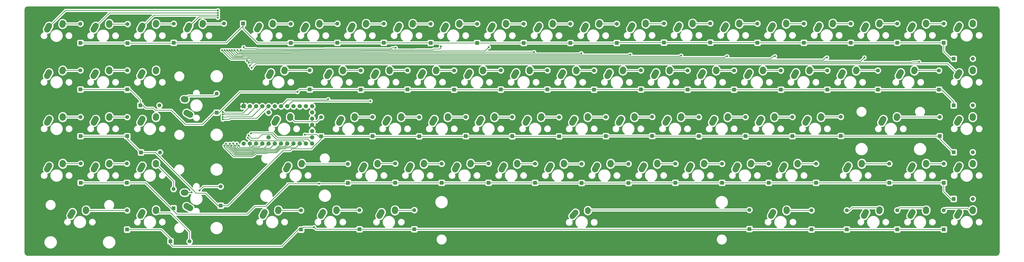
<source format=gbr>
G04 #@! TF.GenerationSoftware,KiCad,Pcbnew,(5.0.0)*
G04 #@! TF.CreationDate,2018-09-24T14:53:37-06:00*
G04 #@! TF.ProjectId,SouthPole,536F757468506F6C652E6B696361645F,rev?*
G04 #@! TF.SameCoordinates,Original*
G04 #@! TF.FileFunction,Copper,L2,Bot,Signal*
G04 #@! TF.FilePolarity,Positive*
%FSLAX46Y46*%
G04 Gerber Fmt 4.6, Leading zero omitted, Abs format (unit mm)*
G04 Created by KiCad (PCBNEW (5.0.0)) date 09/24/18 14:53:37*
%MOMM*%
%LPD*%
G01*
G04 APERTURE LIST*
G04 #@! TA.AperFunction,ComponentPad*
%ADD10C,2.500000*%
G04 #@! TD*
G04 #@! TA.AperFunction,Conductor*
%ADD11C,2.500000*%
G04 #@! TD*
G04 #@! TA.AperFunction,ComponentPad*
%ADD12C,2.250000*%
G04 #@! TD*
G04 #@! TA.AperFunction,Conductor*
%ADD13C,2.250000*%
G04 #@! TD*
G04 #@! TA.AperFunction,ComponentPad*
%ADD14C,1.600000*%
G04 #@! TD*
G04 #@! TA.AperFunction,ComponentPad*
%ADD15R,1.600000X1.600000*%
G04 #@! TD*
G04 #@! TA.AperFunction,ComponentPad*
%ADD16C,1.752600*%
G04 #@! TD*
G04 #@! TA.AperFunction,ComponentPad*
%ADD17R,1.752600X1.752600*%
G04 #@! TD*
G04 #@! TA.AperFunction,ViaPad*
%ADD18C,0.800000*%
G04 #@! TD*
G04 #@! TA.AperFunction,Conductor*
%ADD19C,0.250000*%
G04 #@! TD*
G04 #@! TA.AperFunction,Conductor*
%ADD20C,0.254000*%
G04 #@! TD*
G04 APERTURE END LIST*
D10*
G04 #@! TO.P,K15,1*
G04 #@! TO.N,/col3*
X94376250Y-65261250D03*
D11*
G04 #@! TD*
G04 #@! TO.N,/col3*
G04 #@! TO.C,K15*
X94781703Y-64531296D02*
X93970797Y-65991204D01*
D10*
G04 #@! TO.P,K15,2*
G04 #@! TO.N,Net-(D15-Pad2)*
X100301250Y-63741250D03*
D11*
G04 #@! TD*
G04 #@! TO.N,Net-(D15-Pad2)*
G04 #@! TO.C,K15*
X100320974Y-63451922D02*
X100281526Y-64030578D01*
D10*
G04 #@! TO.P,K77,2*
G04 #@! TO.N,Net-(D77-Pad2)*
X376395000Y-63647500D03*
D11*
G04 #@! TD*
G04 #@! TO.N,Net-(D77-Pad2)*
G04 #@! TO.C,K77*
X376414724Y-63358172D02*
X376375276Y-63936828D01*
D10*
G04 #@! TO.P,K77,1*
G04 #@! TO.N,/col17*
X370470000Y-65167500D03*
D11*
G04 #@! TD*
G04 #@! TO.N,/col17*
G04 #@! TO.C,K77*
X370875453Y-64437546D02*
X370064547Y-65897454D01*
D10*
G04 #@! TO.P,K79,2*
G04 #@! TO.N,Net-(D79-Pad2)*
X395426250Y-63647500D03*
D11*
G04 #@! TD*
G04 #@! TO.N,Net-(D79-Pad2)*
G04 #@! TO.C,K79*
X395445974Y-63358172D02*
X395406526Y-63936828D01*
D10*
G04 #@! TO.P,K79,1*
G04 #@! TO.N,/col18*
X389501250Y-65167500D03*
D11*
G04 #@! TD*
G04 #@! TO.N,/col18*
G04 #@! TO.C,K79*
X389906703Y-64437546D02*
X389095797Y-65897454D01*
D10*
G04 #@! TO.P,K78,2*
G04 #@! TO.N,Net-(D78-Pad2)*
X390645000Y-82772500D03*
D11*
G04 #@! TD*
G04 #@! TO.N,Net-(D78-Pad2)*
G04 #@! TO.C,K78*
X390664724Y-82483172D02*
X390625276Y-83061828D01*
D10*
G04 #@! TO.P,K78,1*
G04 #@! TO.N,/col17*
X384720000Y-84292500D03*
D11*
G04 #@! TD*
G04 #@! TO.N,/col17*
G04 #@! TO.C,K78*
X385125453Y-83562546D02*
X384314547Y-85022454D01*
D10*
G04 #@! TO.P,K74,2*
G04 #@! TO.N,Net-(D74-Pad2)*
X383520000Y-101803750D03*
D11*
G04 #@! TD*
G04 #@! TO.N,Net-(D74-Pad2)*
G04 #@! TO.C,K74*
X383539724Y-101514422D02*
X383500276Y-102093078D01*
D10*
G04 #@! TO.P,K74,1*
G04 #@! TO.N,/col16*
X377595000Y-103323750D03*
D11*
G04 #@! TD*
G04 #@! TO.N,/col16*
G04 #@! TO.C,K74*
X378000453Y-102593796D02*
X377189547Y-104053704D01*
D10*
G04 #@! TO.P,K70,2*
G04 #@! TO.N,Net-(D70-Pad2)*
X369193750Y-120835000D03*
D11*
G04 #@! TD*
G04 #@! TO.N,Net-(D70-Pad2)*
G04 #@! TO.C,K70*
X369213474Y-120545672D02*
X369174026Y-121124328D01*
D10*
G04 #@! TO.P,K70,1*
G04 #@! TO.N,/col15*
X363268750Y-122355000D03*
D11*
G04 #@! TD*
G04 #@! TO.N,/col15*
G04 #@! TO.C,K70*
X363674203Y-121625046D02*
X362863297Y-123084954D01*
D10*
G04 #@! TO.P,K62,2*
G04 #@! TO.N,Net-(D62-Pad2)*
X338520000Y-139866250D03*
D11*
G04 #@! TD*
G04 #@! TO.N,Net-(D62-Pad2)*
G04 #@! TO.C,K62*
X338539724Y-139576922D02*
X338500276Y-140155578D01*
D10*
G04 #@! TO.P,K62,1*
G04 #@! TO.N,/col13*
X332595000Y-141386250D03*
D11*
G04 #@! TD*
G04 #@! TO.N,/col13*
G04 #@! TO.C,K62*
X333000453Y-140656296D02*
X332189547Y-142116204D01*
D12*
G04 #@! TO.P,K45,1*
G04 #@! TO.N,/col9*
X252406250Y-140750000D03*
X251751251Y-141480000D03*
D13*
G04 #@! TD*
G04 #@! TO.N,/col9*
G04 #@! TO.C,K45*
X251096250Y-142210000D02*
X252406252Y-140750000D01*
D12*
G04 #@! TO.P,K45,2*
G04 #@! TO.N,Net-(D45-Pad2)*
X257446250Y-139670000D03*
X257426250Y-139960000D03*
D13*
G04 #@! TD*
G04 #@! TO.N,Net-(D45-Pad2)*
G04 #@! TO.C,K45*
X257406250Y-140250000D02*
X257446250Y-139670000D01*
D10*
G04 #@! TO.P,K32,2*
G04 #@! TO.N,Net-(D32-Pad2)*
X178770000Y-139866250D03*
D11*
G04 #@! TD*
G04 #@! TO.N,Net-(D32-Pad2)*
G04 #@! TO.C,K32*
X178789724Y-139576922D02*
X178750276Y-140155578D01*
D10*
G04 #@! TO.P,K32,1*
G04 #@! TO.N,/col6*
X172845000Y-141386250D03*
D11*
G04 #@! TD*
G04 #@! TO.N,/col6*
G04 #@! TO.C,K32*
X173250453Y-140656296D02*
X172439547Y-142116204D01*
D10*
G04 #@! TO.P,K27,2*
G04 #@! TO.N,Net-(D27-Pad2)*
X154893750Y-139855000D03*
D11*
G04 #@! TD*
G04 #@! TO.N,Net-(D27-Pad2)*
G04 #@! TO.C,K27*
X154913474Y-139565672D02*
X154874026Y-140144328D01*
D10*
G04 #@! TO.P,K27,1*
G04 #@! TO.N,/col5*
X148968750Y-141375000D03*
D11*
G04 #@! TD*
G04 #@! TO.N,/col5*
G04 #@! TO.C,K27*
X149374203Y-140645046D02*
X148563297Y-142104954D01*
D10*
G04 #@! TO.P,K21,2*
G04 #@! TO.N,Net-(D21-Pad2)*
X140707500Y-120835000D03*
D11*
G04 #@! TD*
G04 #@! TO.N,Net-(D21-Pad2)*
G04 #@! TO.C,K21*
X140727224Y-120545672D02*
X140687776Y-121124328D01*
D10*
G04 #@! TO.P,K21,1*
G04 #@! TO.N,/col4*
X134782500Y-122355000D03*
D11*
G04 #@! TD*
G04 #@! TO.N,/col4*
G04 #@! TO.C,K21*
X135187953Y-121625046D02*
X134377047Y-123084954D01*
D10*
G04 #@! TO.P,K22,2*
G04 #@! TO.N,Net-(D22-Pad2)*
X131145000Y-139866250D03*
D11*
G04 #@! TD*
G04 #@! TO.N,Net-(D22-Pad2)*
G04 #@! TO.C,K22*
X131164724Y-139576922D02*
X131125276Y-140155578D01*
D10*
G04 #@! TO.P,K22,1*
G04 #@! TO.N,/col4*
X125220000Y-141386250D03*
D11*
G04 #@! TD*
G04 #@! TO.N,/col4*
G04 #@! TO.C,K22*
X125625453Y-140656296D02*
X124814547Y-142116204D01*
D10*
G04 #@! TO.P,K20,2*
G04 #@! TO.N,Net-(D20-Pad2)*
X136020000Y-101803750D03*
D11*
G04 #@! TD*
G04 #@! TO.N,Net-(D20-Pad2)*
G04 #@! TO.C,K20*
X136039724Y-101514422D02*
X136000276Y-102093078D01*
D10*
G04 #@! TO.P,K20,1*
G04 #@! TO.N,/col4*
X130095000Y-103323750D03*
D11*
G04 #@! TD*
G04 #@! TO.N,/col4*
G04 #@! TO.C,K20*
X130500453Y-102593796D02*
X129689547Y-104053704D01*
D10*
G04 #@! TO.P,K19,2*
G04 #@! TO.N,Net-(D19-Pad2)*
X133676250Y-82772500D03*
D11*
G04 #@! TD*
G04 #@! TO.N,Net-(D19-Pad2)*
G04 #@! TO.C,K19*
X133695974Y-82483172D02*
X133656526Y-83061828D01*
D10*
G04 #@! TO.P,K19,1*
G04 #@! TO.N,/col4*
X127751250Y-84292500D03*
D11*
G04 #@! TD*
G04 #@! TO.N,/col4*
G04 #@! TO.C,K19*
X128156703Y-83562546D02*
X127345797Y-85022454D01*
D10*
G04 #@! TO.P,K17,2*
G04 #@! TO.N,Net-(D17-Pad2)*
X92920000Y-132618000D03*
D11*
G04 #@! TD*
G04 #@! TO.N,Net-(D17-Pad2)*
G04 #@! TO.C,K17*
X92630672Y-132598276D02*
X93209328Y-132637724D01*
D10*
G04 #@! TO.P,K17,1*
G04 #@! TO.N,/col3*
X94440000Y-138543000D03*
D11*
G04 #@! TD*
G04 #@! TO.N,/col3*
G04 #@! TO.C,K17*
X93710046Y-138137547D02*
X95169954Y-138948453D01*
D10*
G04 #@! TO.P,K9,2*
G04 #@! TO.N,Net-(D9-Pad2)*
X52707000Y-139845000D03*
D11*
G04 #@! TD*
G04 #@! TO.N,Net-(D9-Pad2)*
G04 #@! TO.C,K9*
X52726724Y-139555672D02*
X52687276Y-140134328D01*
D10*
G04 #@! TO.P,K9,1*
G04 #@! TO.N,/col1*
X46782000Y-141365000D03*
D11*
G04 #@! TD*
G04 #@! TO.N,/col1*
G04 #@! TO.C,K9*
X47187453Y-140635046D02*
X46376547Y-142094954D01*
D10*
G04 #@! TO.P,K16,2*
G04 #@! TO.N,Net-(D16-Pad2)*
X92945000Y-94543000D03*
D11*
G04 #@! TD*
G04 #@! TO.N,Net-(D16-Pad2)*
G04 #@! TO.C,K16*
X92655672Y-94523276D02*
X93234328Y-94562724D01*
D10*
G04 #@! TO.P,K16,1*
G04 #@! TO.N,/col3*
X94465000Y-100468000D03*
D11*
G04 #@! TD*
G04 #@! TO.N,/col3*
G04 #@! TO.C,K16*
X93735046Y-100062547D02*
X95194954Y-100873453D01*
D14*
G04 #@! TO.P,D1,2*
G04 #@! TO.N,Net-(D1-Pad2)*
X50437500Y-63731250D03*
D15*
G04 #@! TO.P,D1,1*
G04 #@! TO.N,/row0*
X50437500Y-71531250D03*
G04 #@! TD*
G04 #@! TO.P,D2,1*
G04 #@! TO.N,/row1*
X50437500Y-90525000D03*
D14*
G04 #@! TO.P,D2,2*
G04 #@! TO.N,Net-(D2-Pad2)*
X50437500Y-82725000D03*
G04 #@! TD*
G04 #@! TO.P,D3,2*
G04 #@! TO.N,Net-(D3-Pad2)*
X50450000Y-101800000D03*
D15*
G04 #@! TO.P,D3,1*
G04 #@! TO.N,/row2*
X50450000Y-109600000D03*
G04 #@! TD*
G04 #@! TO.P,D4,1*
G04 #@! TO.N,/row3*
X50531250Y-128587500D03*
D14*
G04 #@! TO.P,D4,2*
G04 #@! TO.N,Net-(D4-Pad2)*
X50531250Y-120787500D03*
G04 #@! TD*
D15*
G04 #@! TO.P,D5,1*
G04 #@! TO.N,/row0*
X69656250Y-71625000D03*
D14*
G04 #@! TO.P,D5,2*
G04 #@! TO.N,Net-(D5-Pad2)*
X69656250Y-63825000D03*
G04 #@! TD*
D15*
G04 #@! TO.P,D6,1*
G04 #@! TO.N,/row1*
X69562500Y-90562500D03*
D14*
G04 #@! TO.P,D6,2*
G04 #@! TO.N,Net-(D6-Pad2)*
X69562500Y-82762500D03*
G04 #@! TD*
G04 #@! TO.P,D7,2*
G04 #@! TO.N,Net-(D7-Pad2)*
X69500000Y-101800000D03*
D15*
G04 #@! TO.P,D7,1*
G04 #@! TO.N,/row2*
X69500000Y-109600000D03*
G04 #@! TD*
G04 #@! TO.P,D8,1*
G04 #@! TO.N,/row3*
X69375000Y-128587500D03*
D14*
G04 #@! TO.P,D8,2*
G04 #@! TO.N,Net-(D8-Pad2)*
X69375000Y-120787500D03*
G04 #@! TD*
G04 #@! TO.P,D9,2*
G04 #@! TO.N,Net-(D9-Pad2)*
X69475000Y-139912500D03*
D15*
G04 #@! TO.P,D9,1*
G04 #@! TO.N,/row4*
X69475000Y-147712500D03*
G04 #@! TD*
G04 #@! TO.P,D10,1*
G04 #@! TO.N,/row0*
X88500000Y-71493750D03*
D14*
G04 #@! TO.P,D10,2*
G04 #@! TO.N,Net-(D10-Pad2)*
X88500000Y-63693750D03*
G04 #@! TD*
G04 #@! TO.P,D11,2*
G04 #@! TO.N,Net-(D11-Pad2)*
X82650000Y-97050000D03*
D15*
G04 #@! TO.P,D11,1*
G04 #@! TO.N,/row1*
X74850000Y-97050000D03*
G04 #@! TD*
G04 #@! TO.P,D12,1*
G04 #@! TO.N,/row2*
X75100000Y-116225000D03*
D14*
G04 #@! TO.P,D12,2*
G04 #@! TO.N,Net-(D12-Pad2)*
X82900000Y-116225000D03*
G04 #@! TD*
G04 #@! TO.P,D13,2*
G04 #@! TO.N,Net-(D13-Pad2)*
X88425000Y-131200000D03*
D15*
G04 #@! TO.P,D13,1*
G04 #@! TO.N,/row3*
X88425000Y-139000000D03*
G04 #@! TD*
G04 #@! TO.P,D14,1*
G04 #@! TO.N,/row4*
X87175000Y-152525000D03*
D14*
G04 #@! TO.P,D14,2*
G04 #@! TO.N,Net-(D14-Pad2)*
X94975000Y-152525000D03*
G04 #@! TD*
D15*
G04 #@! TO.P,D15,1*
G04 #@! TO.N,/row0*
X116750000Y-63600000D03*
D14*
G04 #@! TO.P,D15,2*
G04 #@! TO.N,Net-(D15-Pad2)*
X108950000Y-63600000D03*
G04 #@! TD*
G04 #@! TO.P,D16,2*
G04 #@! TO.N,Net-(D16-Pad2)*
X106000000Y-92200000D03*
D15*
G04 #@! TO.P,D16,1*
G04 #@! TO.N,/row1*
X106000000Y-100000000D03*
G04 #@! TD*
G04 #@! TO.P,D17,1*
G04 #@! TO.N,/row2*
X107625000Y-137962500D03*
D14*
G04 #@! TO.P,D17,2*
G04 #@! TO.N,Net-(D17-Pad2)*
X107625000Y-130162500D03*
G04 #@! TD*
G04 #@! TO.P,D18,2*
G04 #@! TO.N,Net-(D18-Pad2)*
X136218750Y-63787500D03*
D15*
G04 #@! TO.P,D18,1*
G04 #@! TO.N,/row0*
X136218750Y-71587500D03*
G04 #@! TD*
G04 #@! TO.P,D19,1*
G04 #@! TO.N,/row1*
X144000000Y-90525000D03*
D14*
G04 #@! TO.P,D19,2*
G04 #@! TO.N,Net-(D19-Pad2)*
X144000000Y-82725000D03*
G04 #@! TD*
G04 #@! TO.P,D20,2*
G04 #@! TO.N,Net-(D20-Pad2)*
X148593750Y-101850000D03*
D15*
G04 #@! TO.P,D20,1*
G04 #@! TO.N,/row2*
X148593750Y-109650000D03*
G04 #@! TD*
G04 #@! TO.P,D21,1*
G04 #@! TO.N,/row3*
X159562500Y-128681250D03*
D14*
G04 #@! TO.P,D21,2*
G04 #@! TO.N,Net-(D21-Pad2)*
X159562500Y-120881250D03*
G04 #@! TD*
G04 #@! TO.P,D22,2*
G04 #@! TO.N,Net-(D22-Pad2)*
X140437500Y-139912500D03*
D15*
G04 #@! TO.P,D22,1*
G04 #@! TO.N,/row4*
X140437500Y-147712500D03*
G04 #@! TD*
G04 #@! TO.P,D23,1*
G04 #@! TO.N,/row0*
X155250000Y-71493750D03*
D14*
G04 #@! TO.P,D23,2*
G04 #@! TO.N,Net-(D23-Pad2)*
X155250000Y-63693750D03*
G04 #@! TD*
G04 #@! TO.P,D24,2*
G04 #@! TO.N,Net-(D24-Pad2)*
X164812500Y-82818750D03*
D15*
G04 #@! TO.P,D24,1*
G04 #@! TO.N,/row1*
X164812500Y-90618750D03*
G04 #@! TD*
G04 #@! TO.P,D25,1*
G04 #@! TO.N,/row2*
X169593750Y-109556250D03*
D14*
G04 #@! TO.P,D25,2*
G04 #@! TO.N,Net-(D25-Pad2)*
X169593750Y-101756250D03*
G04 #@! TD*
G04 #@! TO.P,D26,2*
G04 #@! TO.N,Net-(D26-Pad2)*
X178875000Y-120787500D03*
D15*
G04 #@! TO.P,D26,1*
G04 #@! TO.N,/row3*
X178875000Y-128587500D03*
G04 #@! TD*
G04 #@! TO.P,D27,1*
G04 #@! TO.N,/row4*
X164250000Y-147618750D03*
D14*
G04 #@! TO.P,D27,2*
G04 #@! TO.N,Net-(D27-Pad2)*
X164250000Y-139818750D03*
G04 #@! TD*
D15*
G04 #@! TO.P,D28,1*
G04 #@! TO.N,/row0*
X174187500Y-71493750D03*
D14*
G04 #@! TO.P,D28,2*
G04 #@! TO.N,Net-(D28-Pad2)*
X174187500Y-63693750D03*
G04 #@! TD*
D15*
G04 #@! TO.P,D29,1*
G04 #@! TO.N,/row1*
X183843750Y-90525000D03*
D14*
G04 #@! TO.P,D29,2*
G04 #@! TO.N,Net-(D29-Pad2)*
X183843750Y-82725000D03*
G04 #@! TD*
G04 #@! TO.P,D30,2*
G04 #@! TO.N,Net-(D30-Pad2)*
X188625000Y-101850000D03*
D15*
G04 #@! TO.P,D30,1*
G04 #@! TO.N,/row2*
X188625000Y-109650000D03*
G04 #@! TD*
G04 #@! TO.P,D31,1*
G04 #@! TO.N,/row3*
X197812500Y-128643750D03*
D14*
G04 #@! TO.P,D31,2*
G04 #@! TO.N,Net-(D31-Pad2)*
X197812500Y-120843750D03*
G04 #@! TD*
D15*
G04 #@! TO.P,D32,1*
G04 #@! TO.N,/row4*
X186656250Y-147581250D03*
D14*
G04 #@! TO.P,D32,2*
G04 #@! TO.N,Net-(D32-Pad2)*
X186656250Y-139781250D03*
G04 #@! TD*
G04 #@! TO.P,D33,2*
G04 #@! TO.N,Net-(D33-Pad2)*
X193312500Y-63787500D03*
D15*
G04 #@! TO.P,D33,1*
G04 #@! TO.N,/row0*
X193312500Y-71587500D03*
G04 #@! TD*
D14*
G04 #@! TO.P,D34,2*
G04 #@! TO.N,Net-(D34-Pad2)*
X202875000Y-82781250D03*
D15*
G04 #@! TO.P,D34,1*
G04 #@! TO.N,/row1*
X202875000Y-90581250D03*
G04 #@! TD*
D14*
G04 #@! TO.P,D35,2*
G04 #@! TO.N,Net-(D35-Pad2)*
X207656250Y-101756250D03*
D15*
G04 #@! TO.P,D35,1*
G04 #@! TO.N,/row2*
X207656250Y-109556250D03*
G04 #@! TD*
D14*
G04 #@! TO.P,D36,2*
G04 #@! TO.N,Net-(D36-Pad2)*
X216937500Y-120787500D03*
D15*
G04 #@! TO.P,D36,1*
G04 #@! TO.N,/row3*
X216937500Y-128587500D03*
G04 #@! TD*
G04 #@! TO.P,D37,1*
G04 #@! TO.N,/row0*
X212250000Y-71531250D03*
D14*
G04 #@! TO.P,D37,2*
G04 #@! TO.N,Net-(D37-Pad2)*
X212250000Y-63731250D03*
G04 #@! TD*
D15*
G04 #@! TO.P,D38,1*
G04 #@! TO.N,/row1*
X221906250Y-90562500D03*
D14*
G04 #@! TO.P,D38,2*
G04 #@! TO.N,Net-(D38-Pad2)*
X221906250Y-82762500D03*
G04 #@! TD*
G04 #@! TO.P,D39,2*
G04 #@! TO.N,Net-(D39-Pad2)*
X226593750Y-101812500D03*
D15*
G04 #@! TO.P,D39,1*
G04 #@! TO.N,/row2*
X226593750Y-109612500D03*
G04 #@! TD*
G04 #@! TO.P,D40,1*
G04 #@! TO.N,/row3*
X235875000Y-128643750D03*
D14*
G04 #@! TO.P,D40,2*
G04 #@! TO.N,Net-(D40-Pad2)*
X235875000Y-120843750D03*
G04 #@! TD*
D15*
G04 #@! TO.P,D41,1*
G04 #@! TO.N,/row0*
X231281250Y-71531250D03*
D14*
G04 #@! TO.P,D41,2*
G04 #@! TO.N,Net-(D41-Pad2)*
X231281250Y-63731250D03*
G04 #@! TD*
D15*
G04 #@! TO.P,D42,1*
G04 #@! TO.N,/row1*
X240937500Y-90525000D03*
D14*
G04 #@! TO.P,D42,2*
G04 #@! TO.N,Net-(D42-Pad2)*
X240937500Y-82725000D03*
G04 #@! TD*
G04 #@! TO.P,D43,2*
G04 #@! TO.N,Net-(D43-Pad2)*
X245718750Y-101850000D03*
D15*
G04 #@! TO.P,D43,1*
G04 #@! TO.N,/row2*
X245718750Y-109650000D03*
G04 #@! TD*
G04 #@! TO.P,D44,1*
G04 #@! TO.N,/row3*
X254906250Y-128681250D03*
D14*
G04 #@! TO.P,D44,2*
G04 #@! TO.N,Net-(D44-Pad2)*
X254906250Y-120881250D03*
G04 #@! TD*
G04 #@! TO.P,D45,2*
G04 #@! TO.N,Net-(D45-Pad2)*
X323343750Y-139687500D03*
D15*
G04 #@! TO.P,D45,1*
G04 #@! TO.N,/row4*
X323343750Y-147487500D03*
G04 #@! TD*
D14*
G04 #@! TO.P,D46,2*
G04 #@! TO.N,Net-(D46-Pad2)*
X250312500Y-63750000D03*
D15*
G04 #@! TO.P,D46,1*
G04 #@! TO.N,/row0*
X250312500Y-71550000D03*
G04 #@! TD*
D14*
G04 #@! TO.P,D47,2*
G04 #@! TO.N,Net-(D47-Pad2)*
X259968750Y-82781250D03*
D15*
G04 #@! TO.P,D47,1*
G04 #@! TO.N,/row1*
X259968750Y-90581250D03*
G04 #@! TD*
G04 #@! TO.P,D48,1*
G04 #@! TO.N,/row2*
X264750000Y-109593750D03*
D14*
G04 #@! TO.P,D48,2*
G04 #@! TO.N,Net-(D48-Pad2)*
X264750000Y-101793750D03*
G04 #@! TD*
D15*
G04 #@! TO.P,D49,1*
G04 #@! TO.N,/row3*
X274031250Y-128681250D03*
D14*
G04 #@! TO.P,D49,2*
G04 #@! TO.N,Net-(D49-Pad2)*
X274031250Y-120881250D03*
G04 #@! TD*
G04 #@! TO.P,D50,2*
G04 #@! TO.N,Net-(D50-Pad2)*
X269250000Y-63750000D03*
D15*
G04 #@! TO.P,D50,1*
G04 #@! TO.N,/row0*
X269250000Y-71550000D03*
G04 #@! TD*
G04 #@! TO.P,D51,1*
G04 #@! TO.N,/row1*
X279093750Y-90525000D03*
D14*
G04 #@! TO.P,D51,2*
G04 #@! TO.N,Net-(D51-Pad2)*
X279093750Y-82725000D03*
G04 #@! TD*
G04 #@! TO.P,D52,2*
G04 #@! TO.N,Net-(D52-Pad2)*
X283687500Y-101718750D03*
D15*
G04 #@! TO.P,D52,1*
G04 #@! TO.N,/row2*
X283687500Y-109518750D03*
G04 #@! TD*
G04 #@! TO.P,D53,1*
G04 #@! TO.N,/row3*
X293156250Y-128643750D03*
D14*
G04 #@! TO.P,D53,2*
G04 #@! TO.N,Net-(D53-Pad2)*
X293156250Y-120843750D03*
G04 #@! TD*
D15*
G04 #@! TO.P,D54,1*
G04 #@! TO.N,/row0*
X288468750Y-71400000D03*
D14*
G04 #@! TO.P,D54,2*
G04 #@! TO.N,Net-(D54-Pad2)*
X288468750Y-63600000D03*
G04 #@! TD*
D15*
G04 #@! TO.P,D55,1*
G04 #@! TO.N,/row1*
X298125000Y-90581250D03*
D14*
G04 #@! TO.P,D55,2*
G04 #@! TO.N,Net-(D55-Pad2)*
X298125000Y-82781250D03*
G04 #@! TD*
G04 #@! TO.P,D56,2*
G04 #@! TO.N,Net-(D56-Pad2)*
X302718750Y-101812500D03*
D15*
G04 #@! TO.P,D56,1*
G04 #@! TO.N,/row2*
X302718750Y-109612500D03*
G04 #@! TD*
D14*
G04 #@! TO.P,D57,2*
G04 #@! TO.N,Net-(D57-Pad2)*
X312187500Y-120843750D03*
D15*
G04 #@! TO.P,D57,1*
G04 #@! TO.N,/row3*
X312187500Y-128643750D03*
G04 #@! TD*
G04 #@! TO.P,D58,1*
G04 #@! TO.N,/row0*
X307406250Y-71362500D03*
D14*
G04 #@! TO.P,D58,2*
G04 #@! TO.N,Net-(D58-Pad2)*
X307406250Y-63562500D03*
G04 #@! TD*
G04 #@! TO.P,D59,2*
G04 #@! TO.N,Net-(D59-Pad2)*
X317062500Y-82781250D03*
D15*
G04 #@! TO.P,D59,1*
G04 #@! TO.N,/row1*
X317062500Y-90581250D03*
G04 #@! TD*
D14*
G04 #@! TO.P,D60,2*
G04 #@! TO.N,Net-(D60-Pad2)*
X321750000Y-101812500D03*
D15*
G04 #@! TO.P,D60,1*
G04 #@! TO.N,/row2*
X321750000Y-109612500D03*
G04 #@! TD*
G04 #@! TO.P,D61,1*
G04 #@! TO.N,/row3*
X331218750Y-128643750D03*
D14*
G04 #@! TO.P,D61,2*
G04 #@! TO.N,Net-(D61-Pad2)*
X331218750Y-120843750D03*
G04 #@! TD*
G04 #@! TO.P,D62,2*
G04 #@! TO.N,Net-(D62-Pad2)*
X348656250Y-139875000D03*
D15*
G04 #@! TO.P,D62,1*
G04 #@! TO.N,/row4*
X348656250Y-147675000D03*
G04 #@! TD*
G04 #@! TO.P,D63,1*
G04 #@! TO.N,/row0*
X326625000Y-71456250D03*
D14*
G04 #@! TO.P,D63,2*
G04 #@! TO.N,Net-(D63-Pad2)*
X326625000Y-63656250D03*
G04 #@! TD*
G04 #@! TO.P,D64,2*
G04 #@! TO.N,Net-(D64-Pad2)*
X336187500Y-82781250D03*
D15*
G04 #@! TO.P,D64,1*
G04 #@! TO.N,/row1*
X336187500Y-90581250D03*
G04 #@! TD*
D14*
G04 #@! TO.P,D65,2*
G04 #@! TO.N,Net-(D65-Pad2)*
X340875000Y-101756250D03*
D15*
G04 #@! TO.P,D65,1*
G04 #@! TO.N,/row2*
X340875000Y-109556250D03*
G04 #@! TD*
G04 #@! TO.P,D66,1*
G04 #@! TO.N,/row3*
X350531250Y-128643750D03*
D14*
G04 #@! TO.P,D66,2*
G04 #@! TO.N,Net-(D66-Pad2)*
X350531250Y-120843750D03*
G04 #@! TD*
G04 #@! TO.P,D67,2*
G04 #@! TO.N,Net-(D67-Pad2)*
X345562500Y-63656250D03*
D15*
G04 #@! TO.P,D67,1*
G04 #@! TO.N,/row0*
X345562500Y-71456250D03*
G04 #@! TD*
G04 #@! TO.P,D68,1*
G04 #@! TO.N,/row1*
X355125000Y-90581250D03*
D14*
G04 #@! TO.P,D68,2*
G04 #@! TO.N,Net-(D68-Pad2)*
X355125000Y-82781250D03*
G04 #@! TD*
G04 #@! TO.P,D69,2*
G04 #@! TO.N,Net-(D69-Pad2)*
X360656250Y-101718750D03*
D15*
G04 #@! TO.P,D69,1*
G04 #@! TO.N,/row2*
X360656250Y-109518750D03*
G04 #@! TD*
D14*
G04 #@! TO.P,D70,2*
G04 #@! TO.N,Net-(D70-Pad2)*
X380437500Y-120843750D03*
D15*
G04 #@! TO.P,D70,1*
G04 #@! TO.N,/row3*
X380437500Y-128643750D03*
G04 #@! TD*
D14*
G04 #@! TO.P,D71,2*
G04 #@! TO.N,Net-(D71-Pad2)*
X363093750Y-139856250D03*
D15*
G04 #@! TO.P,D71,1*
G04 #@! TO.N,/row4*
X363093750Y-147656250D03*
G04 #@! TD*
G04 #@! TO.P,D72,1*
G04 #@! TO.N,/row0*
X364687500Y-71493750D03*
D14*
G04 #@! TO.P,D72,2*
G04 #@! TO.N,Net-(D72-Pad2)*
X364687500Y-63693750D03*
G04 #@! TD*
D15*
G04 #@! TO.P,D73,1*
G04 #@! TO.N,/row1*
X375750000Y-90581250D03*
D14*
G04 #@! TO.P,D73,2*
G04 #@! TO.N,Net-(D73-Pad2)*
X375750000Y-82781250D03*
G04 #@! TD*
G04 #@! TO.P,D74,2*
G04 #@! TO.N,Net-(D74-Pad2)*
X400968750Y-101812500D03*
D15*
G04 #@! TO.P,D74,1*
G04 #@! TO.N,/row2*
X400968750Y-109612500D03*
G04 #@! TD*
G04 #@! TO.P,D75,1*
G04 #@! TO.N,/row3*
X402656250Y-128643750D03*
D14*
G04 #@! TO.P,D75,2*
G04 #@! TO.N,Net-(D75-Pad2)*
X402656250Y-120843750D03*
G04 #@! TD*
G04 #@! TO.P,D76,2*
G04 #@! TO.N,Net-(D76-Pad2)*
X383625000Y-139856250D03*
D15*
G04 #@! TO.P,D76,1*
G04 #@! TO.N,/row4*
X383625000Y-147656250D03*
G04 #@! TD*
G04 #@! TO.P,D77,1*
G04 #@! TO.N,/row0*
X383625000Y-71456250D03*
D14*
G04 #@! TO.P,D77,2*
G04 #@! TO.N,Net-(D77-Pad2)*
X383625000Y-63656250D03*
G04 #@! TD*
D15*
G04 #@! TO.P,D78,1*
G04 #@! TO.N,/row1*
X400687500Y-90581250D03*
D14*
G04 #@! TO.P,D78,2*
G04 #@! TO.N,Net-(D78-Pad2)*
X400687500Y-82781250D03*
G04 #@! TD*
G04 #@! TO.P,D79,2*
G04 #@! TO.N,Net-(D79-Pad2)*
X402656250Y-63656250D03*
D15*
G04 #@! TO.P,D79,1*
G04 #@! TO.N,/row0*
X402656250Y-71456250D03*
G04 #@! TD*
D14*
G04 #@! TO.P,D80,2*
G04 #@! TO.N,Net-(D80-Pad2)*
X414487500Y-78000000D03*
D15*
G04 #@! TO.P,D80,1*
G04 #@! TO.N,/row0*
X406687500Y-78000000D03*
G04 #@! TD*
D14*
G04 #@! TO.P,D81,2*
G04 #@! TO.N,Net-(D81-Pad2)*
X414468750Y-97031250D03*
D15*
G04 #@! TO.P,D81,1*
G04 #@! TO.N,/row1*
X406668750Y-97031250D03*
G04 #@! TD*
D14*
G04 #@! TO.P,D82,2*
G04 #@! TO.N,Net-(D82-Pad2)*
X414468750Y-116156250D03*
D15*
G04 #@! TO.P,D82,1*
G04 #@! TO.N,/row2*
X406668750Y-116156250D03*
G04 #@! TD*
D14*
G04 #@! TO.P,D83,2*
G04 #@! TO.N,Net-(D83-Pad2)*
X414468750Y-135187500D03*
D15*
G04 #@! TO.P,D83,1*
G04 #@! TO.N,/row3*
X406668750Y-135187500D03*
G04 #@! TD*
G04 #@! TO.P,D84,1*
G04 #@! TO.N,/row4*
X402656250Y-147675000D03*
D14*
G04 #@! TO.P,D84,2*
G04 #@! TO.N,Net-(D84-Pad2)*
X402656250Y-139875000D03*
G04 #@! TD*
D10*
G04 #@! TO.P,K1,1*
G04 #@! TO.N,/col0*
X37235000Y-65310000D03*
D11*
G04 #@! TD*
G04 #@! TO.N,/col0*
G04 #@! TO.C,K1*
X37640453Y-64580046D02*
X36829547Y-66039954D01*
D10*
G04 #@! TO.P,K1,2*
G04 #@! TO.N,Net-(D1-Pad2)*
X43160000Y-63790000D03*
D11*
G04 #@! TD*
G04 #@! TO.N,Net-(D1-Pad2)*
G04 #@! TO.C,K1*
X43179724Y-63500672D02*
X43140276Y-64079328D01*
D10*
G04 #@! TO.P,K2,2*
G04 #@! TO.N,Net-(D2-Pad2)*
X43175000Y-82772500D03*
D11*
G04 #@! TD*
G04 #@! TO.N,Net-(D2-Pad2)*
G04 #@! TO.C,K2*
X43194724Y-82483172D02*
X43155276Y-83061828D01*
D10*
G04 #@! TO.P,K2,1*
G04 #@! TO.N,/col0*
X37250000Y-84292500D03*
D11*
G04 #@! TD*
G04 #@! TO.N,/col0*
G04 #@! TO.C,K2*
X37655453Y-83562546D02*
X36844547Y-85022454D01*
D10*
G04 #@! TO.P,K3,1*
G04 #@! TO.N,/col0*
X37270000Y-103305000D03*
D11*
G04 #@! TD*
G04 #@! TO.N,/col0*
G04 #@! TO.C,K3*
X37675453Y-102575046D02*
X36864547Y-104034954D01*
D10*
G04 #@! TO.P,K3,2*
G04 #@! TO.N,Net-(D3-Pad2)*
X43195000Y-101785000D03*
D11*
G04 #@! TD*
G04 #@! TO.N,Net-(D3-Pad2)*
G04 #@! TO.C,K3*
X43214724Y-101495672D02*
X43175276Y-102074328D01*
D10*
G04 #@! TO.P,K4,1*
G04 #@! TO.N,/col0*
X37282500Y-122355000D03*
D11*
G04 #@! TD*
G04 #@! TO.N,/col0*
G04 #@! TO.C,K4*
X37687953Y-121625046D02*
X36877047Y-123084954D01*
D10*
G04 #@! TO.P,K4,2*
G04 #@! TO.N,Net-(D4-Pad2)*
X43207500Y-120835000D03*
D11*
G04 #@! TD*
G04 #@! TO.N,Net-(D4-Pad2)*
G04 #@! TO.C,K4*
X43227224Y-120545672D02*
X43187776Y-121124328D01*
D10*
G04 #@! TO.P,K5,2*
G04 #@! TO.N,Net-(D5-Pad2)*
X62170000Y-63785000D03*
D11*
G04 #@! TD*
G04 #@! TO.N,Net-(D5-Pad2)*
G04 #@! TO.C,K5*
X62189724Y-63495672D02*
X62150276Y-64074328D01*
D10*
G04 #@! TO.P,K5,1*
G04 #@! TO.N,/col1*
X56245000Y-65305000D03*
D11*
G04 #@! TD*
G04 #@! TO.N,/col1*
G04 #@! TO.C,K5*
X56650453Y-64575046D02*
X55839547Y-66034954D01*
D10*
G04 #@! TO.P,K6,2*
G04 #@! TO.N,Net-(D6-Pad2)*
X62175000Y-82772500D03*
D11*
G04 #@! TD*
G04 #@! TO.N,Net-(D6-Pad2)*
G04 #@! TO.C,K6*
X62194724Y-82483172D02*
X62155276Y-83061828D01*
D10*
G04 #@! TO.P,K6,1*
G04 #@! TO.N,/col1*
X56250000Y-84292500D03*
D11*
G04 #@! TD*
G04 #@! TO.N,/col1*
G04 #@! TO.C,K6*
X56655453Y-83562546D02*
X55844547Y-85022454D01*
D10*
G04 #@! TO.P,K7,2*
G04 #@! TO.N,Net-(D7-Pad2)*
X62195000Y-101785000D03*
D11*
G04 #@! TD*
G04 #@! TO.N,Net-(D7-Pad2)*
G04 #@! TO.C,K7*
X62214724Y-101495672D02*
X62175276Y-102074328D01*
D10*
G04 #@! TO.P,K7,1*
G04 #@! TO.N,/col1*
X56270000Y-103305000D03*
D11*
G04 #@! TD*
G04 #@! TO.N,/col1*
G04 #@! TO.C,K7*
X56675453Y-102575046D02*
X55864547Y-104034954D01*
D10*
G04 #@! TO.P,K8,2*
G04 #@! TO.N,Net-(D8-Pad2)*
X62200000Y-120830000D03*
D11*
G04 #@! TD*
G04 #@! TO.N,Net-(D8-Pad2)*
G04 #@! TO.C,K8*
X62219724Y-120540672D02*
X62180276Y-121119328D01*
D10*
G04 #@! TO.P,K8,1*
G04 #@! TO.N,/col1*
X56275000Y-122350000D03*
D11*
G04 #@! TD*
G04 #@! TO.N,/col1*
G04 #@! TO.C,K8*
X56680453Y-121620046D02*
X55869547Y-123079954D01*
D10*
G04 #@! TO.P,K10,2*
G04 #@! TO.N,Net-(D10-Pad2)*
X81270000Y-63741250D03*
D11*
G04 #@! TD*
G04 #@! TO.N,Net-(D10-Pad2)*
G04 #@! TO.C,K10*
X81289724Y-63451922D02*
X81250276Y-64030578D01*
D10*
G04 #@! TO.P,K10,1*
G04 #@! TO.N,/col2*
X75345000Y-65261250D03*
D11*
G04 #@! TD*
G04 #@! TO.N,/col2*
G04 #@! TO.C,K10*
X75750453Y-64531296D02*
X74939547Y-65991204D01*
D10*
G04 #@! TO.P,K11,1*
G04 #@! TO.N,/col2*
X75345000Y-84292500D03*
D11*
G04 #@! TD*
G04 #@! TO.N,/col2*
G04 #@! TO.C,K11*
X75750453Y-83562546D02*
X74939547Y-85022454D01*
D10*
G04 #@! TO.P,K11,2*
G04 #@! TO.N,Net-(D11-Pad2)*
X81270000Y-82772500D03*
D11*
G04 #@! TD*
G04 #@! TO.N,Net-(D11-Pad2)*
G04 #@! TO.C,K11*
X81289724Y-82483172D02*
X81250276Y-83061828D01*
D10*
G04 #@! TO.P,K12,2*
G04 #@! TO.N,Net-(D12-Pad2)*
X81245000Y-101785000D03*
D11*
G04 #@! TD*
G04 #@! TO.N,Net-(D12-Pad2)*
G04 #@! TO.C,K12*
X81264724Y-101495672D02*
X81225276Y-102074328D01*
D10*
G04 #@! TO.P,K12,1*
G04 #@! TO.N,/col2*
X75320000Y-103305000D03*
D11*
G04 #@! TD*
G04 #@! TO.N,/col2*
G04 #@! TO.C,K12*
X75725453Y-102575046D02*
X74914547Y-104034954D01*
D10*
G04 #@! TO.P,K13,2*
G04 #@! TO.N,Net-(D13-Pad2)*
X81225000Y-120830000D03*
D11*
G04 #@! TD*
G04 #@! TO.N,Net-(D13-Pad2)*
G04 #@! TO.C,K13*
X81244724Y-120540672D02*
X81205276Y-121119328D01*
D10*
G04 #@! TO.P,K13,1*
G04 #@! TO.N,/col2*
X75300000Y-122350000D03*
D11*
G04 #@! TD*
G04 #@! TO.N,/col2*
G04 #@! TO.C,K13*
X75705453Y-121620046D02*
X74894547Y-123079954D01*
D10*
G04 #@! TO.P,K14,2*
G04 #@! TO.N,Net-(D14-Pad2)*
X81250000Y-139830000D03*
D11*
G04 #@! TD*
G04 #@! TO.N,Net-(D14-Pad2)*
G04 #@! TO.C,K14*
X81269724Y-139540672D02*
X81230276Y-140119328D01*
D10*
G04 #@! TO.P,K14,1*
G04 #@! TO.N,/col2*
X75325000Y-141350000D03*
D11*
G04 #@! TD*
G04 #@! TO.N,/col2*
G04 #@! TO.C,K14*
X75730453Y-140620046D02*
X74919547Y-142079954D01*
D10*
G04 #@! TO.P,K18,2*
G04 #@! TO.N,Net-(D18-Pad2)*
X128895000Y-63741250D03*
D11*
G04 #@! TD*
G04 #@! TO.N,Net-(D18-Pad2)*
G04 #@! TO.C,K18*
X128914724Y-63451922D02*
X128875276Y-64030578D01*
D10*
G04 #@! TO.P,K18,1*
G04 #@! TO.N,/col4*
X122970000Y-65261250D03*
D11*
G04 #@! TD*
G04 #@! TO.N,/col4*
G04 #@! TO.C,K18*
X123375453Y-64531296D02*
X122564547Y-65991204D01*
D10*
G04 #@! TO.P,K23,1*
G04 #@! TO.N,/col5*
X142001250Y-65261250D03*
D11*
G04 #@! TD*
G04 #@! TO.N,/col5*
G04 #@! TO.C,K23*
X142406703Y-64531296D02*
X141595797Y-65991204D01*
D10*
G04 #@! TO.P,K23,2*
G04 #@! TO.N,Net-(D23-Pad2)*
X147926250Y-63741250D03*
D11*
G04 #@! TD*
G04 #@! TO.N,Net-(D23-Pad2)*
G04 #@! TO.C,K23*
X147945974Y-63451922D02*
X147906526Y-64030578D01*
D10*
G04 #@! TO.P,K24,2*
G04 #@! TO.N,Net-(D24-Pad2)*
X157488750Y-82772500D03*
D11*
G04 #@! TD*
G04 #@! TO.N,Net-(D24-Pad2)*
G04 #@! TO.C,K24*
X157508474Y-82483172D02*
X157469026Y-83061828D01*
D10*
G04 #@! TO.P,K24,1*
G04 #@! TO.N,/col5*
X151563750Y-84292500D03*
D11*
G04 #@! TD*
G04 #@! TO.N,/col5*
G04 #@! TO.C,K24*
X151969203Y-83562546D02*
X151158297Y-85022454D01*
D10*
G04 #@! TO.P,K25,1*
G04 #@! TO.N,/col5*
X156345000Y-103323750D03*
D11*
G04 #@! TD*
G04 #@! TO.N,/col5*
G04 #@! TO.C,K25*
X156750453Y-102593796D02*
X155939547Y-104053704D01*
D10*
G04 #@! TO.P,K25,2*
G04 #@! TO.N,Net-(D25-Pad2)*
X162270000Y-101803750D03*
D11*
G04 #@! TD*
G04 #@! TO.N,Net-(D25-Pad2)*
G04 #@! TO.C,K25*
X162289724Y-101514422D02*
X162250276Y-102093078D01*
D10*
G04 #@! TO.P,K26,1*
G04 #@! TO.N,/col5*
X165720000Y-122355000D03*
D11*
G04 #@! TD*
G04 #@! TO.N,/col5*
G04 #@! TO.C,K26*
X166125453Y-121625046D02*
X165314547Y-123084954D01*
D10*
G04 #@! TO.P,K26,2*
G04 #@! TO.N,Net-(D26-Pad2)*
X171645000Y-120835000D03*
D11*
G04 #@! TD*
G04 #@! TO.N,Net-(D26-Pad2)*
G04 #@! TO.C,K26*
X171664724Y-120545672D02*
X171625276Y-121124328D01*
D10*
G04 #@! TO.P,K28,2*
G04 #@! TO.N,Net-(D28-Pad2)*
X166957500Y-63741250D03*
D11*
G04 #@! TD*
G04 #@! TO.N,Net-(D28-Pad2)*
G04 #@! TO.C,K28*
X166977224Y-63451922D02*
X166937776Y-64030578D01*
D10*
G04 #@! TO.P,K28,1*
G04 #@! TO.N,/col6*
X161032500Y-65261250D03*
D11*
G04 #@! TD*
G04 #@! TO.N,/col6*
G04 #@! TO.C,K28*
X161437953Y-64531296D02*
X160627047Y-65991204D01*
D10*
G04 #@! TO.P,K29,1*
G04 #@! TO.N,/col6*
X170625000Y-84281250D03*
D11*
G04 #@! TD*
G04 #@! TO.N,/col6*
G04 #@! TO.C,K29*
X171030453Y-83551296D02*
X170219547Y-85011204D01*
D10*
G04 #@! TO.P,K29,2*
G04 #@! TO.N,Net-(D29-Pad2)*
X176550000Y-82761250D03*
D11*
G04 #@! TD*
G04 #@! TO.N,Net-(D29-Pad2)*
G04 #@! TO.C,K29*
X176569724Y-82471922D02*
X176530276Y-83050578D01*
D10*
G04 #@! TO.P,K30,2*
G04 #@! TO.N,Net-(D30-Pad2)*
X181301250Y-101803750D03*
D11*
G04 #@! TD*
G04 #@! TO.N,Net-(D30-Pad2)*
G04 #@! TO.C,K30*
X181320974Y-101514422D02*
X181281526Y-102093078D01*
D10*
G04 #@! TO.P,K30,1*
G04 #@! TO.N,/col6*
X175376250Y-103323750D03*
D11*
G04 #@! TD*
G04 #@! TO.N,/col6*
G04 #@! TO.C,K30*
X175781703Y-102593796D02*
X174970797Y-104053704D01*
D10*
G04 #@! TO.P,K31,1*
G04 #@! TO.N,/col6*
X184657500Y-122355000D03*
D11*
G04 #@! TD*
G04 #@! TO.N,/col6*
G04 #@! TO.C,K31*
X185062953Y-121625046D02*
X184252047Y-123084954D01*
D10*
G04 #@! TO.P,K31,2*
G04 #@! TO.N,Net-(D31-Pad2)*
X190582500Y-120835000D03*
D11*
G04 #@! TD*
G04 #@! TO.N,Net-(D31-Pad2)*
G04 #@! TO.C,K31*
X190602224Y-120545672D02*
X190562776Y-121124328D01*
D10*
G04 #@! TO.P,K33,2*
G04 #@! TO.N,Net-(D33-Pad2)*
X185988750Y-63741250D03*
D11*
G04 #@! TD*
G04 #@! TO.N,Net-(D33-Pad2)*
G04 #@! TO.C,K33*
X186008474Y-63451922D02*
X185969026Y-64030578D01*
D10*
G04 #@! TO.P,K33,1*
G04 #@! TO.N,/col7*
X180063750Y-65261250D03*
D11*
G04 #@! TD*
G04 #@! TO.N,/col7*
G04 #@! TO.C,K33*
X180469203Y-64531296D02*
X179658297Y-65991204D01*
D10*
G04 #@! TO.P,K34,1*
G04 #@! TO.N,/col7*
X189656250Y-84281250D03*
D11*
G04 #@! TD*
G04 #@! TO.N,/col7*
G04 #@! TO.C,K34*
X190061703Y-83551296D02*
X189250797Y-85011204D01*
D10*
G04 #@! TO.P,K34,2*
G04 #@! TO.N,Net-(D34-Pad2)*
X195581250Y-82761250D03*
D11*
G04 #@! TD*
G04 #@! TO.N,Net-(D34-Pad2)*
G04 #@! TO.C,K34*
X195600974Y-82471922D02*
X195561526Y-83050578D01*
D10*
G04 #@! TO.P,K35,2*
G04 #@! TO.N,Net-(D35-Pad2)*
X200332500Y-101803750D03*
D11*
G04 #@! TD*
G04 #@! TO.N,Net-(D35-Pad2)*
G04 #@! TO.C,K35*
X200352224Y-101514422D02*
X200312776Y-102093078D01*
D10*
G04 #@! TO.P,K35,1*
G04 #@! TO.N,/col7*
X194407500Y-103323750D03*
D11*
G04 #@! TD*
G04 #@! TO.N,/col7*
G04 #@! TO.C,K35*
X194812953Y-102593796D02*
X194002047Y-104053704D01*
D10*
G04 #@! TO.P,K36,1*
G04 #@! TO.N,/col7*
X203688750Y-122355000D03*
D11*
G04 #@! TD*
G04 #@! TO.N,/col7*
G04 #@! TO.C,K36*
X204094203Y-121625046D02*
X203283297Y-123084954D01*
D10*
G04 #@! TO.P,K36,2*
G04 #@! TO.N,Net-(D36-Pad2)*
X209613750Y-120835000D03*
D11*
G04 #@! TD*
G04 #@! TO.N,Net-(D36-Pad2)*
G04 #@! TO.C,K36*
X209633474Y-120545672D02*
X209594026Y-121124328D01*
D10*
G04 #@! TO.P,K37,2*
G04 #@! TO.N,Net-(D37-Pad2)*
X205020000Y-63741250D03*
D11*
G04 #@! TD*
G04 #@! TO.N,Net-(D37-Pad2)*
G04 #@! TO.C,K37*
X205039724Y-63451922D02*
X205000276Y-64030578D01*
D10*
G04 #@! TO.P,K37,1*
G04 #@! TO.N,/col8*
X199095000Y-65261250D03*
D11*
G04 #@! TD*
G04 #@! TO.N,/col8*
G04 #@! TO.C,K37*
X199500453Y-64531296D02*
X198689547Y-65991204D01*
D10*
G04 #@! TO.P,K38,2*
G04 #@! TO.N,Net-(D38-Pad2)*
X214676250Y-82772500D03*
D11*
G04 #@! TD*
G04 #@! TO.N,Net-(D38-Pad2)*
G04 #@! TO.C,K38*
X214695974Y-82483172D02*
X214656526Y-83061828D01*
D10*
G04 #@! TO.P,K38,1*
G04 #@! TO.N,/col8*
X208751250Y-84292500D03*
D11*
G04 #@! TD*
G04 #@! TO.N,/col8*
G04 #@! TO.C,K38*
X209156703Y-83562546D02*
X208345797Y-85022454D01*
D10*
G04 #@! TO.P,K39,1*
G04 #@! TO.N,/col8*
X213438750Y-103323750D03*
D11*
G04 #@! TD*
G04 #@! TO.N,/col8*
G04 #@! TO.C,K39*
X213844203Y-102593796D02*
X213033297Y-104053704D01*
D10*
G04 #@! TO.P,K39,2*
G04 #@! TO.N,Net-(D39-Pad2)*
X219363750Y-101803750D03*
D11*
G04 #@! TD*
G04 #@! TO.N,Net-(D39-Pad2)*
G04 #@! TO.C,K39*
X219383474Y-101514422D02*
X219344026Y-102093078D01*
D10*
G04 #@! TO.P,K40,2*
G04 #@! TO.N,Net-(D40-Pad2)*
X228645000Y-120835000D03*
D11*
G04 #@! TD*
G04 #@! TO.N,Net-(D40-Pad2)*
G04 #@! TO.C,K40*
X228664724Y-120545672D02*
X228625276Y-121124328D01*
D10*
G04 #@! TO.P,K40,1*
G04 #@! TO.N,/col8*
X222720000Y-122355000D03*
D11*
G04 #@! TD*
G04 #@! TO.N,/col8*
G04 #@! TO.C,K40*
X223125453Y-121625046D02*
X222314547Y-123084954D01*
D10*
G04 #@! TO.P,K41,1*
G04 #@! TO.N,/col9*
X218126250Y-65261250D03*
D11*
G04 #@! TD*
G04 #@! TO.N,/col9*
G04 #@! TO.C,K41*
X218531703Y-64531296D02*
X217720797Y-65991204D01*
D10*
G04 #@! TO.P,K41,2*
G04 #@! TO.N,Net-(D41-Pad2)*
X224051250Y-63741250D03*
D11*
G04 #@! TD*
G04 #@! TO.N,Net-(D41-Pad2)*
G04 #@! TO.C,K41*
X224070974Y-63451922D02*
X224031526Y-64030578D01*
D10*
G04 #@! TO.P,K42,1*
G04 #@! TO.N,/col9*
X227782500Y-84292500D03*
D11*
G04 #@! TD*
G04 #@! TO.N,/col9*
G04 #@! TO.C,K42*
X228187953Y-83562546D02*
X227377047Y-85022454D01*
D10*
G04 #@! TO.P,K42,2*
G04 #@! TO.N,Net-(D42-Pad2)*
X233707500Y-82772500D03*
D11*
G04 #@! TD*
G04 #@! TO.N,Net-(D42-Pad2)*
G04 #@! TO.C,K42*
X233727224Y-82483172D02*
X233687776Y-83061828D01*
D10*
G04 #@! TO.P,K43,1*
G04 #@! TO.N,/col9*
X232470000Y-103323750D03*
D11*
G04 #@! TD*
G04 #@! TO.N,/col9*
G04 #@! TO.C,K43*
X232875453Y-102593796D02*
X232064547Y-104053704D01*
D10*
G04 #@! TO.P,K43,2*
G04 #@! TO.N,Net-(D43-Pad2)*
X238395000Y-101803750D03*
D11*
G04 #@! TD*
G04 #@! TO.N,Net-(D43-Pad2)*
G04 #@! TO.C,K43*
X238414724Y-101514422D02*
X238375276Y-102093078D01*
D10*
G04 #@! TO.P,K44,2*
G04 #@! TO.N,Net-(D44-Pad2)*
X247676250Y-120835000D03*
D11*
G04 #@! TD*
G04 #@! TO.N,Net-(D44-Pad2)*
G04 #@! TO.C,K44*
X247695974Y-120545672D02*
X247656526Y-121124328D01*
D10*
G04 #@! TO.P,K44,1*
G04 #@! TO.N,/col9*
X241751250Y-122355000D03*
D11*
G04 #@! TD*
G04 #@! TO.N,/col9*
G04 #@! TO.C,K44*
X242156703Y-121625046D02*
X241345797Y-123084954D01*
D10*
G04 #@! TO.P,K46,2*
G04 #@! TO.N,Net-(D46-Pad2)*
X243082500Y-63741250D03*
D11*
G04 #@! TD*
G04 #@! TO.N,Net-(D46-Pad2)*
G04 #@! TO.C,K46*
X243102224Y-63451922D02*
X243062776Y-64030578D01*
D10*
G04 #@! TO.P,K46,1*
G04 #@! TO.N,/col10*
X237157500Y-65261250D03*
D11*
G04 #@! TD*
G04 #@! TO.N,/col10*
G04 #@! TO.C,K46*
X237562953Y-64531296D02*
X236752047Y-65991204D01*
D10*
G04 #@! TO.P,K47,1*
G04 #@! TO.N,/col10*
X246813750Y-84292500D03*
D11*
G04 #@! TD*
G04 #@! TO.N,/col10*
G04 #@! TO.C,K47*
X247219203Y-83562546D02*
X246408297Y-85022454D01*
D10*
G04 #@! TO.P,K47,2*
G04 #@! TO.N,Net-(D47-Pad2)*
X252738750Y-82772500D03*
D11*
G04 #@! TD*
G04 #@! TO.N,Net-(D47-Pad2)*
G04 #@! TO.C,K47*
X252758474Y-82483172D02*
X252719026Y-83061828D01*
D10*
G04 #@! TO.P,K48,2*
G04 #@! TO.N,Net-(D48-Pad2)*
X257426250Y-101803750D03*
D11*
G04 #@! TD*
G04 #@! TO.N,Net-(D48-Pad2)*
G04 #@! TO.C,K48*
X257445974Y-101514422D02*
X257406526Y-102093078D01*
D10*
G04 #@! TO.P,K48,1*
G04 #@! TO.N,/col10*
X251501250Y-103323750D03*
D11*
G04 #@! TD*
G04 #@! TO.N,/col10*
G04 #@! TO.C,K48*
X251906703Y-102593796D02*
X251095797Y-104053704D01*
D10*
G04 #@! TO.P,K49,1*
G04 #@! TO.N,/col10*
X260782500Y-122355000D03*
D11*
G04 #@! TD*
G04 #@! TO.N,/col10*
G04 #@! TO.C,K49*
X261187953Y-121625046D02*
X260377047Y-123084954D01*
D10*
G04 #@! TO.P,K49,2*
G04 #@! TO.N,Net-(D49-Pad2)*
X266707500Y-120835000D03*
D11*
G04 #@! TD*
G04 #@! TO.N,Net-(D49-Pad2)*
G04 #@! TO.C,K49*
X266727224Y-120545672D02*
X266687776Y-121124328D01*
D10*
G04 #@! TO.P,K50,1*
G04 #@! TO.N,/col11*
X256188750Y-65261250D03*
D11*
G04 #@! TD*
G04 #@! TO.N,/col11*
G04 #@! TO.C,K50*
X256594203Y-64531296D02*
X255783297Y-65991204D01*
D10*
G04 #@! TO.P,K50,2*
G04 #@! TO.N,Net-(D50-Pad2)*
X262113750Y-63741250D03*
D11*
G04 #@! TD*
G04 #@! TO.N,Net-(D50-Pad2)*
G04 #@! TO.C,K50*
X262133474Y-63451922D02*
X262094026Y-64030578D01*
D10*
G04 #@! TO.P,K51,1*
G04 #@! TO.N,/col11*
X265845000Y-84292500D03*
D11*
G04 #@! TD*
G04 #@! TO.N,/col11*
G04 #@! TO.C,K51*
X266250453Y-83562546D02*
X265439547Y-85022454D01*
D10*
G04 #@! TO.P,K51,2*
G04 #@! TO.N,Net-(D51-Pad2)*
X271770000Y-82772500D03*
D11*
G04 #@! TD*
G04 #@! TO.N,Net-(D51-Pad2)*
G04 #@! TO.C,K51*
X271789724Y-82483172D02*
X271750276Y-83061828D01*
D10*
G04 #@! TO.P,K52,2*
G04 #@! TO.N,Net-(D52-Pad2)*
X276457500Y-101803750D03*
D11*
G04 #@! TD*
G04 #@! TO.N,Net-(D52-Pad2)*
G04 #@! TO.C,K52*
X276477224Y-101514422D02*
X276437776Y-102093078D01*
D10*
G04 #@! TO.P,K52,1*
G04 #@! TO.N,/col11*
X270532500Y-103323750D03*
D11*
G04 #@! TD*
G04 #@! TO.N,/col11*
G04 #@! TO.C,K52*
X270937953Y-102593796D02*
X270127047Y-104053704D01*
D10*
G04 #@! TO.P,K53,1*
G04 #@! TO.N,/col11*
X279843750Y-122343750D03*
D11*
G04 #@! TD*
G04 #@! TO.N,/col11*
G04 #@! TO.C,K53*
X280249203Y-121613796D02*
X279438297Y-123073704D01*
D10*
G04 #@! TO.P,K53,2*
G04 #@! TO.N,Net-(D53-Pad2)*
X285768750Y-120823750D03*
D11*
G04 #@! TD*
G04 #@! TO.N,Net-(D53-Pad2)*
G04 #@! TO.C,K53*
X285788474Y-120534422D02*
X285749026Y-121113078D01*
D10*
G04 #@! TO.P,K54,1*
G04 #@! TO.N,/col12*
X275126250Y-65167500D03*
D11*
G04 #@! TD*
G04 #@! TO.N,/col12*
G04 #@! TO.C,K54*
X275531703Y-64437546D02*
X274720797Y-65897454D01*
D10*
G04 #@! TO.P,K54,2*
G04 #@! TO.N,Net-(D54-Pad2)*
X281051250Y-63647500D03*
D11*
G04 #@! TD*
G04 #@! TO.N,Net-(D54-Pad2)*
G04 #@! TO.C,K54*
X281070974Y-63358172D02*
X281031526Y-63936828D01*
D10*
G04 #@! TO.P,K55,2*
G04 #@! TO.N,Net-(D55-Pad2)*
X290801250Y-82772500D03*
D11*
G04 #@! TD*
G04 #@! TO.N,Net-(D55-Pad2)*
G04 #@! TO.C,K55*
X290820974Y-82483172D02*
X290781526Y-83061828D01*
D10*
G04 #@! TO.P,K55,1*
G04 #@! TO.N,/col12*
X284876250Y-84292500D03*
D11*
G04 #@! TD*
G04 #@! TO.N,/col12*
G04 #@! TO.C,K55*
X285281703Y-83562546D02*
X284470797Y-85022454D01*
D10*
G04 #@! TO.P,K56,2*
G04 #@! TO.N,Net-(D56-Pad2)*
X295488750Y-101803750D03*
D11*
G04 #@! TD*
G04 #@! TO.N,Net-(D56-Pad2)*
G04 #@! TO.C,K56*
X295508474Y-101514422D02*
X295469026Y-102093078D01*
D10*
G04 #@! TO.P,K56,1*
G04 #@! TO.N,/col12*
X289563750Y-103323750D03*
D11*
G04 #@! TD*
G04 #@! TO.N,/col12*
G04 #@! TO.C,K56*
X289969203Y-102593796D02*
X289158297Y-104053704D01*
D10*
G04 #@! TO.P,K57,1*
G04 #@! TO.N,/col12*
X298938750Y-122355000D03*
D11*
G04 #@! TD*
G04 #@! TO.N,/col12*
G04 #@! TO.C,K57*
X299344203Y-121625046D02*
X298533297Y-123084954D01*
D10*
G04 #@! TO.P,K57,2*
G04 #@! TO.N,Net-(D57-Pad2)*
X304863750Y-120835000D03*
D11*
G04 #@! TD*
G04 #@! TO.N,Net-(D57-Pad2)*
G04 #@! TO.C,K57*
X304883474Y-120545672D02*
X304844026Y-121124328D01*
D10*
G04 #@! TO.P,K58,2*
G04 #@! TO.N,Net-(D58-Pad2)*
X300176250Y-63647500D03*
D11*
G04 #@! TD*
G04 #@! TO.N,Net-(D58-Pad2)*
G04 #@! TO.C,K58*
X300195974Y-63358172D02*
X300156526Y-63936828D01*
D10*
G04 #@! TO.P,K58,1*
G04 #@! TO.N,/col13*
X294251250Y-65167500D03*
D11*
G04 #@! TD*
G04 #@! TO.N,/col13*
G04 #@! TO.C,K58*
X294656703Y-64437546D02*
X293845797Y-65897454D01*
D10*
G04 #@! TO.P,K59,2*
G04 #@! TO.N,Net-(D59-Pad2)*
X309832500Y-82772500D03*
D11*
G04 #@! TD*
G04 #@! TO.N,Net-(D59-Pad2)*
G04 #@! TO.C,K59*
X309852224Y-82483172D02*
X309812776Y-83061828D01*
D10*
G04 #@! TO.P,K59,1*
G04 #@! TO.N,/col13*
X303907500Y-84292500D03*
D11*
G04 #@! TD*
G04 #@! TO.N,/col13*
G04 #@! TO.C,K59*
X304312953Y-83562546D02*
X303502047Y-85022454D01*
D10*
G04 #@! TO.P,K60,1*
G04 #@! TO.N,/col13*
X308595000Y-103323750D03*
D11*
G04 #@! TD*
G04 #@! TO.N,/col13*
G04 #@! TO.C,K60*
X309000453Y-102593796D02*
X308189547Y-104053704D01*
D10*
G04 #@! TO.P,K60,2*
G04 #@! TO.N,Net-(D60-Pad2)*
X314520000Y-101803750D03*
D11*
G04 #@! TD*
G04 #@! TO.N,Net-(D60-Pad2)*
G04 #@! TO.C,K60*
X314539724Y-101514422D02*
X314500276Y-102093078D01*
D10*
G04 #@! TO.P,K61,2*
G04 #@! TO.N,Net-(D61-Pad2)*
X323988750Y-120835000D03*
D11*
G04 #@! TD*
G04 #@! TO.N,Net-(D61-Pad2)*
G04 #@! TO.C,K61*
X324008474Y-120545672D02*
X323969026Y-121124328D01*
D10*
G04 #@! TO.P,K61,1*
G04 #@! TO.N,/col13*
X318063750Y-122355000D03*
D11*
G04 #@! TD*
G04 #@! TO.N,/col13*
G04 #@! TO.C,K61*
X318469203Y-121625046D02*
X317658297Y-123084954D01*
D10*
G04 #@! TO.P,K63,1*
G04 #@! TO.N,/col14*
X313282500Y-65167500D03*
D11*
G04 #@! TD*
G04 #@! TO.N,/col14*
G04 #@! TO.C,K63*
X313687953Y-64437546D02*
X312877047Y-65897454D01*
D10*
G04 #@! TO.P,K63,2*
G04 #@! TO.N,Net-(D63-Pad2)*
X319207500Y-63647500D03*
D11*
G04 #@! TD*
G04 #@! TO.N,Net-(D63-Pad2)*
G04 #@! TO.C,K63*
X319227224Y-63358172D02*
X319187776Y-63936828D01*
D10*
G04 #@! TO.P,K64,2*
G04 #@! TO.N,Net-(D64-Pad2)*
X328863750Y-82772500D03*
D11*
G04 #@! TD*
G04 #@! TO.N,Net-(D64-Pad2)*
G04 #@! TO.C,K64*
X328883474Y-82483172D02*
X328844026Y-83061828D01*
D10*
G04 #@! TO.P,K64,1*
G04 #@! TO.N,/col14*
X322938750Y-84292500D03*
D11*
G04 #@! TD*
G04 #@! TO.N,/col14*
G04 #@! TO.C,K64*
X323344203Y-83562546D02*
X322533297Y-85022454D01*
D10*
G04 #@! TO.P,K65,2*
G04 #@! TO.N,Net-(D65-Pad2)*
X333551250Y-101803750D03*
D11*
G04 #@! TD*
G04 #@! TO.N,Net-(D65-Pad2)*
G04 #@! TO.C,K65*
X333570974Y-101514422D02*
X333531526Y-102093078D01*
D10*
G04 #@! TO.P,K65,1*
G04 #@! TO.N,/col14*
X327626250Y-103323750D03*
D11*
G04 #@! TD*
G04 #@! TO.N,/col14*
G04 #@! TO.C,K65*
X328031703Y-102593796D02*
X327220797Y-104053704D01*
D10*
G04 #@! TO.P,K66,1*
G04 #@! TO.N,/col14*
X337095000Y-122355000D03*
D11*
G04 #@! TD*
G04 #@! TO.N,/col14*
G04 #@! TO.C,K66*
X337500453Y-121625046D02*
X336689547Y-123084954D01*
D10*
G04 #@! TO.P,K66,2*
G04 #@! TO.N,Net-(D66-Pad2)*
X343020000Y-120835000D03*
D11*
G04 #@! TD*
G04 #@! TO.N,Net-(D66-Pad2)*
G04 #@! TO.C,K66*
X343039724Y-120545672D02*
X343000276Y-121124328D01*
D10*
G04 #@! TO.P,K67,2*
G04 #@! TO.N,Net-(D67-Pad2)*
X338332500Y-63647500D03*
D11*
G04 #@! TD*
G04 #@! TO.N,Net-(D67-Pad2)*
G04 #@! TO.C,K67*
X338352224Y-63358172D02*
X338312776Y-63936828D01*
D10*
G04 #@! TO.P,K67,1*
G04 #@! TO.N,/col15*
X332407500Y-65167500D03*
D11*
G04 #@! TD*
G04 #@! TO.N,/col15*
G04 #@! TO.C,K67*
X332812953Y-64437546D02*
X332002047Y-65897454D01*
D10*
G04 #@! TO.P,K68,2*
G04 #@! TO.N,Net-(D68-Pad2)*
X347895000Y-82772500D03*
D11*
G04 #@! TD*
G04 #@! TO.N,Net-(D68-Pad2)*
G04 #@! TO.C,K68*
X347914724Y-82483172D02*
X347875276Y-83061828D01*
D10*
G04 #@! TO.P,K68,1*
G04 #@! TO.N,/col15*
X341970000Y-84292500D03*
D11*
G04 #@! TD*
G04 #@! TO.N,/col15*
G04 #@! TO.C,K68*
X342375453Y-83562546D02*
X341564547Y-85022454D01*
D10*
G04 #@! TO.P,K69,1*
G04 #@! TO.N,/col15*
X346657500Y-103323750D03*
D11*
G04 #@! TD*
G04 #@! TO.N,/col15*
G04 #@! TO.C,K69*
X347062953Y-102593796D02*
X346252047Y-104053704D01*
D10*
G04 #@! TO.P,K69,2*
G04 #@! TO.N,Net-(D69-Pad2)*
X352582500Y-101803750D03*
D11*
G04 #@! TD*
G04 #@! TO.N,Net-(D69-Pad2)*
G04 #@! TO.C,K69*
X352602224Y-101514422D02*
X352562776Y-102093078D01*
D10*
G04 #@! TO.P,K71,2*
G04 #@! TO.N,Net-(D71-Pad2)*
X376395000Y-139866250D03*
D11*
G04 #@! TD*
G04 #@! TO.N,Net-(D71-Pad2)*
G04 #@! TO.C,K71*
X376414724Y-139576922D02*
X376375276Y-140155578D01*
D10*
G04 #@! TO.P,K71,1*
G04 #@! TO.N,/col15*
X370470000Y-141386250D03*
D11*
G04 #@! TD*
G04 #@! TO.N,/col15*
G04 #@! TO.C,K71*
X370875453Y-140656296D02*
X370064547Y-142116204D01*
D10*
G04 #@! TO.P,K72,1*
G04 #@! TO.N,/col16*
X351438750Y-65167500D03*
D11*
G04 #@! TD*
G04 #@! TO.N,/col16*
G04 #@! TO.C,K72*
X351844203Y-64437546D02*
X351033297Y-65897454D01*
D10*
G04 #@! TO.P,K72,2*
G04 #@! TO.N,Net-(D72-Pad2)*
X357363750Y-63647500D03*
D11*
G04 #@! TD*
G04 #@! TO.N,Net-(D72-Pad2)*
G04 #@! TO.C,K72*
X357383474Y-63358172D02*
X357344026Y-63936828D01*
D10*
G04 #@! TO.P,K73,1*
G04 #@! TO.N,/col16*
X361018750Y-84292500D03*
D11*
G04 #@! TD*
G04 #@! TO.N,/col16*
G04 #@! TO.C,K73*
X361424203Y-83562546D02*
X360613297Y-85022454D01*
D10*
G04 #@! TO.P,K73,2*
G04 #@! TO.N,Net-(D73-Pad2)*
X366943750Y-82772500D03*
D11*
G04 #@! TD*
G04 #@! TO.N,Net-(D73-Pad2)*
G04 #@! TO.C,K73*
X366963474Y-82483172D02*
X366924026Y-83061828D01*
D10*
G04 #@! TO.P,K75,1*
G04 #@! TO.N,/col16*
X389501250Y-122355000D03*
D11*
G04 #@! TD*
G04 #@! TO.N,/col16*
G04 #@! TO.C,K75*
X389906703Y-121625046D02*
X389095797Y-123084954D01*
D10*
G04 #@! TO.P,K75,2*
G04 #@! TO.N,Net-(D75-Pad2)*
X395426250Y-120835000D03*
D11*
G04 #@! TD*
G04 #@! TO.N,Net-(D75-Pad2)*
G04 #@! TO.C,K75*
X395445974Y-120545672D02*
X395406526Y-121124328D01*
D10*
G04 #@! TO.P,K76,1*
G04 #@! TO.N,/col16*
X389501250Y-141386250D03*
D11*
G04 #@! TD*
G04 #@! TO.N,/col16*
G04 #@! TO.C,K76*
X389906703Y-140656296D02*
X389095797Y-142116204D01*
D10*
G04 #@! TO.P,K76,2*
G04 #@! TO.N,Net-(D76-Pad2)*
X395426250Y-139866250D03*
D11*
G04 #@! TD*
G04 #@! TO.N,Net-(D76-Pad2)*
G04 #@! TO.C,K76*
X395445974Y-139576922D02*
X395406526Y-140155578D01*
D10*
G04 #@! TO.P,K80,2*
G04 #@! TO.N,Net-(D80-Pad2)*
X414457500Y-63647500D03*
D11*
G04 #@! TD*
G04 #@! TO.N,Net-(D80-Pad2)*
G04 #@! TO.C,K80*
X414477224Y-63358172D02*
X414437776Y-63936828D01*
D10*
G04 #@! TO.P,K80,1*
G04 #@! TO.N,/col19*
X408532500Y-65167500D03*
D11*
G04 #@! TD*
G04 #@! TO.N,/col19*
G04 #@! TO.C,K80*
X408937953Y-64437546D02*
X408127047Y-65897454D01*
D10*
G04 #@! TO.P,K81,2*
G04 #@! TO.N,Net-(D81-Pad2)*
X414457500Y-82772500D03*
D11*
G04 #@! TD*
G04 #@! TO.N,Net-(D81-Pad2)*
G04 #@! TO.C,K81*
X414477224Y-82483172D02*
X414437776Y-83061828D01*
D10*
G04 #@! TO.P,K81,1*
G04 #@! TO.N,/col19*
X408532500Y-84292500D03*
D11*
G04 #@! TD*
G04 #@! TO.N,/col19*
G04 #@! TO.C,K81*
X408937953Y-83562546D02*
X408127047Y-85022454D01*
D10*
G04 #@! TO.P,K82,1*
G04 #@! TO.N,/col19*
X408532500Y-103323750D03*
D11*
G04 #@! TD*
G04 #@! TO.N,/col19*
G04 #@! TO.C,K82*
X408937953Y-102593796D02*
X408127047Y-104053704D01*
D10*
G04 #@! TO.P,K82,2*
G04 #@! TO.N,Net-(D82-Pad2)*
X414457500Y-101803750D03*
D11*
G04 #@! TD*
G04 #@! TO.N,Net-(D82-Pad2)*
G04 #@! TO.C,K82*
X414477224Y-101514422D02*
X414437776Y-102093078D01*
D10*
G04 #@! TO.P,K83,1*
G04 #@! TO.N,/col19*
X408550000Y-122355000D03*
D11*
G04 #@! TD*
G04 #@! TO.N,/col19*
G04 #@! TO.C,K83*
X408955453Y-121625046D02*
X408144547Y-123084954D01*
D10*
G04 #@! TO.P,K83,2*
G04 #@! TO.N,Net-(D83-Pad2)*
X414475000Y-120835000D03*
D11*
G04 #@! TD*
G04 #@! TO.N,Net-(D83-Pad2)*
G04 #@! TO.C,K83*
X414494724Y-120545672D02*
X414455276Y-121124328D01*
D10*
G04 #@! TO.P,K84,2*
G04 #@! TO.N,Net-(D84-Pad2)*
X414457500Y-139866250D03*
D11*
G04 #@! TD*
G04 #@! TO.N,Net-(D84-Pad2)*
G04 #@! TO.C,K84*
X414477224Y-139576922D02*
X414437776Y-140155578D01*
D10*
G04 #@! TO.P,K84,1*
G04 #@! TO.N,/col19*
X408532500Y-141386250D03*
D11*
G04 #@! TD*
G04 #@! TO.N,/col19*
G04 #@! TO.C,K84*
X408937953Y-140656296D02*
X408127047Y-142116204D01*
D16*
G04 #@! TO.P,U1,31*
G04 #@! TO.N,/col19*
X127190000Y-99920000D03*
G04 #@! TO.P,U1,30*
G04 #@! TO.N,Net-(U1-Pad30)*
X127190000Y-110080000D03*
G04 #@! TO.P,U1,29*
G04 #@! TO.N,Net-(U1-Pad29)*
X117030000Y-112620000D03*
G04 #@! TO.P,U1,28*
G04 #@! TO.N,/col7*
X119570000Y-112620000D03*
G04 #@! TO.P,U1,27*
G04 #@! TO.N,/col8*
X122110000Y-112620000D03*
G04 #@! TO.P,U1,26*
G04 #@! TO.N,/col9*
X124650000Y-112620000D03*
G04 #@! TO.P,U1,25*
G04 #@! TO.N,/col10*
X127190000Y-112620000D03*
G04 #@! TO.P,U1,24*
G04 #@! TO.N,/col11*
X129730000Y-112620000D03*
G04 #@! TO.P,U1,23*
G04 #@! TO.N,/col12*
X132270000Y-112620000D03*
G04 #@! TO.P,U1,22*
G04 #@! TO.N,/col13*
X134810000Y-112620000D03*
G04 #@! TO.P,U1,21*
G04 #@! TO.N,/col14*
X137350000Y-112620000D03*
G04 #@! TO.P,U1,20*
G04 #@! TO.N,/col15*
X139890000Y-112620000D03*
G04 #@! TO.P,U1,19*
G04 #@! TO.N,/col16*
X142430000Y-112620000D03*
G04 #@! TO.P,U1,18*
G04 #@! TO.N,/col17*
X144970000Y-112620000D03*
G04 #@! TO.P,U1,17*
G04 #@! TO.N,/col18*
X144970000Y-110080000D03*
G04 #@! TO.P,U1,16*
G04 #@! TO.N,Net-(U1-Pad16)*
X144970000Y-107540000D03*
G04 #@! TO.P,U1,15*
G04 #@! TO.N,GND*
X144970000Y-105000000D03*
G04 #@! TO.P,U1,14*
G04 #@! TO.N,Net-(U1-Pad14)*
X144970000Y-102460000D03*
G04 #@! TO.P,U1,13*
G04 #@! TO.N,/row4*
X144970000Y-99920000D03*
G04 #@! TO.P,U1,12*
G04 #@! TO.N,/row3*
X144970000Y-97380000D03*
G04 #@! TO.P,U1,11*
G04 #@! TO.N,/row2*
X142430000Y-97380000D03*
G04 #@! TO.P,U1,10*
G04 #@! TO.N,/row1*
X139890000Y-97380000D03*
G04 #@! TO.P,U1,9*
G04 #@! TO.N,/row0*
X137350000Y-97380000D03*
G04 #@! TO.P,U1,8*
G04 #@! TO.N,/col6*
X134810000Y-97380000D03*
G04 #@! TO.P,U1,7*
G04 #@! TO.N,/col5*
X132270000Y-97380000D03*
G04 #@! TO.P,U1,6*
G04 #@! TO.N,/col4*
X129730000Y-97380000D03*
G04 #@! TO.P,U1,5*
G04 #@! TO.N,/col3*
X127190000Y-97380000D03*
G04 #@! TO.P,U1,4*
G04 #@! TO.N,/col2*
X124650000Y-97380000D03*
G04 #@! TO.P,U1,3*
G04 #@! TO.N,/col1*
X122110000Y-97380000D03*
G04 #@! TO.P,U1,2*
G04 #@! TO.N,/col0*
X119570000Y-97380000D03*
D17*
G04 #@! TO.P,U1,1*
G04 #@! TO.N,GND*
X117030000Y-97380000D03*
G04 #@! TD*
D18*
G04 #@! TO.N,/row1*
X138951299Y-91500000D03*
G04 #@! TO.N,/row2*
X142000000Y-109000000D03*
G04 #@! TO.N,/row3*
X147750000Y-129000000D03*
G04 #@! TO.N,/row4*
X145750000Y-146750000D03*
G04 #@! TO.N,Net-(D17-Pad2)*
X99000000Y-131750000D03*
X95750000Y-132500000D03*
G04 #@! TO.N,/col0*
X108500000Y-99750000D03*
X106500000Y-58246763D03*
G04 #@! TO.N,/col1*
X108497842Y-100753237D03*
X106499993Y-59246764D03*
G04 #@! TO.N,/col2*
X108500731Y-101753234D03*
X106502158Y-60246763D03*
G04 #@! TO.N,/col3*
X108499998Y-102753235D03*
X106500000Y-61250000D03*
G04 #@! TO.N,/col5*
X151500000Y-94500000D03*
G04 #@! TO.N,/col6*
X168750000Y-95250000D03*
G04 #@! TO.N,/col7*
X115000000Y-113500000D03*
X117000000Y-73250000D03*
X179000000Y-73500000D03*
G04 #@! TO.N,/col8*
X115737347Y-74487347D03*
X114275000Y-112667948D03*
X197500000Y-73000000D03*
G04 #@! TO.N,/col9*
X114500000Y-74500000D03*
X113500000Y-113500000D03*
X217000000Y-73250000D03*
G04 #@! TO.N,/col10*
X113250000Y-74500000D03*
X112775000Y-112574230D03*
X235500000Y-75275000D03*
G04 #@! TO.N,/col11*
X112249997Y-74500000D03*
X112050000Y-113489506D03*
X254750000Y-75775000D03*
G04 #@! TO.N,/col12*
X111249994Y-74500000D03*
X111325000Y-112687100D03*
X274750000Y-76275000D03*
G04 #@! TO.N,/col13*
X110249991Y-74500000D03*
X110600000Y-113468852D03*
X295500000Y-76750000D03*
G04 #@! TO.N,/col14*
X109249988Y-74500000D03*
X109875000Y-112701132D03*
X314250000Y-77000000D03*
G04 #@! TO.N,/col15*
X108249985Y-74500000D03*
X109149999Y-113500000D03*
X333750000Y-77000000D03*
G04 #@! TO.N,/col16*
X118367090Y-78850070D03*
X118750000Y-110250000D03*
X355000000Y-77500000D03*
G04 #@! TO.N,/col17*
X119092090Y-79575070D03*
X119092090Y-109301315D03*
X370250000Y-77500000D03*
G04 #@! TO.N,/col18*
X120000000Y-108500000D03*
X119542100Y-80754075D03*
X392500000Y-79250000D03*
G04 #@! TO.N,/col19*
X120250000Y-81750000D03*
G04 #@! TD*
D19*
G04 #@! TO.N,/row0*
X69562500Y-71531250D02*
X69656250Y-71625000D01*
X50437500Y-71531250D02*
X69562500Y-71531250D01*
X88368750Y-71625000D02*
X88500000Y-71493750D01*
X69656250Y-71625000D02*
X88368750Y-71625000D01*
X109906250Y-71493750D02*
X116750000Y-64650000D01*
X88500000Y-71493750D02*
X109906250Y-71493750D01*
X116750000Y-64650000D02*
X116750000Y-63600000D01*
X116750000Y-65726584D02*
X116750000Y-64650000D01*
X122610916Y-71587500D02*
X116750000Y-65726584D01*
X136218750Y-71587500D02*
X122610916Y-71587500D01*
X136312500Y-71493750D02*
X136218750Y-71587500D01*
X155250000Y-71493750D02*
X136312500Y-71493750D01*
X156300000Y-71493750D02*
X174187500Y-71493750D01*
X155250000Y-71493750D02*
X156300000Y-71493750D01*
X193218750Y-71493750D02*
X193312500Y-71587500D01*
X174187500Y-71493750D02*
X193218750Y-71493750D01*
X212193750Y-71587500D02*
X212250000Y-71531250D01*
X193312500Y-71587500D02*
X212193750Y-71587500D01*
X231281250Y-71531250D02*
X212250000Y-71531250D01*
X231300000Y-71550000D02*
X231281250Y-71531250D01*
X250312500Y-71550000D02*
X231300000Y-71550000D01*
X251362500Y-71550000D02*
X269250000Y-71550000D01*
X250312500Y-71550000D02*
X251362500Y-71550000D01*
X269400000Y-71400000D02*
X269250000Y-71550000D01*
X287537500Y-71362500D02*
X287500000Y-71400000D01*
X307406250Y-71362500D02*
X287537500Y-71362500D01*
X288468750Y-71400000D02*
X287500000Y-71400000D01*
X287500000Y-71400000D02*
X269400000Y-71400000D01*
X326531250Y-71362500D02*
X326625000Y-71456250D01*
X307406250Y-71362500D02*
X326531250Y-71362500D01*
X344512500Y-71456250D02*
X326625000Y-71456250D01*
X345562500Y-71456250D02*
X344512500Y-71456250D01*
X345600000Y-71493750D02*
X345562500Y-71456250D01*
X364687500Y-71493750D02*
X345600000Y-71493750D01*
X364725000Y-71456250D02*
X364687500Y-71493750D01*
X383625000Y-71456250D02*
X364725000Y-71456250D01*
X383625000Y-71456250D02*
X402656250Y-71456250D01*
X405637500Y-78000000D02*
X406687500Y-78000000D01*
X402656250Y-75018750D02*
X405637500Y-78000000D01*
X402656250Y-71456250D02*
X402656250Y-75018750D01*
G04 #@! TO.N,Net-(D1-Pad2)*
X43218750Y-63731250D02*
X43160000Y-63790000D01*
X50437500Y-63731250D02*
X43218750Y-63731250D01*
G04 #@! TO.N,Net-(D2-Pad2)*
X50390000Y-82772500D02*
X50437500Y-82725000D01*
X43175000Y-82772500D02*
X50390000Y-82772500D01*
G04 #@! TO.N,/row1*
X139926299Y-90525000D02*
X144000000Y-90525000D01*
X138951299Y-91500000D02*
X139926299Y-90525000D01*
X69525000Y-90525000D02*
X69562500Y-90562500D01*
X50437500Y-90525000D02*
X69525000Y-90525000D01*
X74850000Y-96000000D02*
X74850000Y-97050000D01*
X74850000Y-94800000D02*
X74850000Y-96000000D01*
X70612500Y-90562500D02*
X74850000Y-94800000D01*
X69562500Y-90562500D02*
X70612500Y-90562500D01*
X75900000Y-97050000D02*
X74850000Y-97050000D01*
X77025001Y-98175001D02*
X75900000Y-97050000D01*
X164718750Y-90525000D02*
X164812500Y-90618750D01*
X144000000Y-90525000D02*
X164718750Y-90525000D01*
X183750000Y-90618750D02*
X183843750Y-90525000D01*
X164812500Y-90618750D02*
X183750000Y-90618750D01*
X202818750Y-90525000D02*
X202875000Y-90581250D01*
X183843750Y-90525000D02*
X202818750Y-90525000D01*
X221943750Y-90525000D02*
X221906250Y-90562500D01*
X240937500Y-90525000D02*
X221943750Y-90525000D01*
X259912500Y-90525000D02*
X259968750Y-90581250D01*
X240937500Y-90525000D02*
X259912500Y-90525000D01*
X260025000Y-90525000D02*
X259968750Y-90581250D01*
X279093750Y-90525000D02*
X260025000Y-90525000D01*
X279150000Y-90581250D02*
X279093750Y-90525000D01*
X298125000Y-90581250D02*
X279150000Y-90581250D01*
X316012500Y-90581250D02*
X298125000Y-90581250D01*
X317062500Y-90581250D02*
X316012500Y-90581250D01*
X335137500Y-90581250D02*
X317062500Y-90581250D01*
X336187500Y-90581250D02*
X335137500Y-90581250D01*
X354075000Y-90581250D02*
X336187500Y-90581250D01*
X355125000Y-90581250D02*
X354075000Y-90581250D01*
X374700000Y-90581250D02*
X355125000Y-90581250D01*
X375750000Y-90581250D02*
X374700000Y-90581250D01*
X400687500Y-90581250D02*
X375750000Y-90581250D01*
X406668750Y-95981250D02*
X406668750Y-97031250D01*
X406668750Y-95512500D02*
X406668750Y-95981250D01*
X401737500Y-90581250D02*
X406668750Y-95512500D01*
X400687500Y-90581250D02*
X401737500Y-90581250D01*
X138385614Y-91500000D02*
X138951299Y-91500000D01*
X115550000Y-91500000D02*
X138385614Y-91500000D01*
X107050000Y-100000000D02*
X115550000Y-91500000D01*
X106000000Y-100000000D02*
X107050000Y-100000000D01*
X221887500Y-90581250D02*
X221906250Y-90562500D01*
X202875000Y-90581250D02*
X221887500Y-90581250D01*
X80171131Y-98175001D02*
X80996130Y-99000000D01*
X77025001Y-98175001D02*
X80171131Y-98175001D01*
X80996130Y-99000000D02*
X87500000Y-99000000D01*
X87500000Y-99000000D02*
X93250000Y-104750000D01*
X104950000Y-100000000D02*
X106000000Y-100000000D01*
X100200000Y-104750000D02*
X104950000Y-100000000D01*
X93250000Y-104750000D02*
X100200000Y-104750000D01*
G04 #@! TO.N,/row2*
X147543750Y-109650000D02*
X148593750Y-109650000D01*
X146772449Y-108878699D02*
X147543750Y-109650000D01*
X142686986Y-108878699D02*
X146772449Y-108878699D01*
X142565685Y-109000000D02*
X142686986Y-108878699D01*
X142000000Y-109000000D02*
X142565685Y-109000000D01*
X50450000Y-109600000D02*
X69500000Y-109600000D01*
X75075000Y-116225000D02*
X75100000Y-116225000D01*
X69500000Y-110650000D02*
X75075000Y-116225000D01*
X69500000Y-109600000D02*
X69500000Y-110650000D01*
X106575000Y-137962500D02*
X107625000Y-137962500D01*
X75100000Y-116225000D02*
X81013478Y-116225000D01*
X101431599Y-132819099D02*
X106575000Y-137962500D01*
X97607577Y-132819099D02*
X101431599Y-132819099D01*
X81013478Y-116225000D02*
X97607577Y-132819099D01*
X107625000Y-137962500D02*
X110537500Y-137962500D01*
X110537500Y-137962500D02*
X133000000Y-115500000D01*
X133000000Y-115500000D02*
X136000000Y-115500000D01*
X136000000Y-115500000D02*
X136750000Y-114750000D01*
X148593750Y-110700000D02*
X148593750Y-109650000D01*
X148593750Y-110774176D02*
X148593750Y-110700000D01*
X144617926Y-114750000D02*
X148593750Y-110774176D01*
X136750000Y-114750000D02*
X144617926Y-114750000D01*
X169500000Y-109650000D02*
X169593750Y-109556250D01*
X148593750Y-109650000D02*
X169500000Y-109650000D01*
X169687500Y-109650000D02*
X169593750Y-109556250D01*
X188625000Y-109650000D02*
X169687500Y-109650000D01*
X207562500Y-109650000D02*
X207656250Y-109556250D01*
X188625000Y-109650000D02*
X207562500Y-109650000D01*
X207712500Y-109612500D02*
X207656250Y-109556250D01*
X226593750Y-109612500D02*
X207712500Y-109612500D01*
X226631250Y-109650000D02*
X226593750Y-109612500D01*
X245718750Y-109650000D02*
X226631250Y-109650000D01*
X245775000Y-109593750D02*
X245718750Y-109650000D01*
X264750000Y-109593750D02*
X245775000Y-109593750D01*
X264825000Y-109518750D02*
X264750000Y-109593750D01*
X283687500Y-109518750D02*
X264825000Y-109518750D01*
X283781250Y-109612500D02*
X283687500Y-109518750D01*
X302718750Y-109612500D02*
X283781250Y-109612500D01*
X302718750Y-109612500D02*
X321750000Y-109612500D01*
X321806250Y-109556250D02*
X321750000Y-109612500D01*
X340875000Y-109556250D02*
X321806250Y-109556250D01*
X360618750Y-109556250D02*
X360656250Y-109518750D01*
X340875000Y-109556250D02*
X360618750Y-109556250D01*
X360750000Y-109612500D02*
X360656250Y-109518750D01*
X400968750Y-109612500D02*
X360750000Y-109612500D01*
X406462500Y-116156250D02*
X406668750Y-116156250D01*
X400968750Y-110662500D02*
X406462500Y-116156250D01*
X400968750Y-109612500D02*
X400968750Y-110662500D01*
G04 #@! TO.N,Net-(D3-Pad2)*
X50435000Y-101785000D02*
X50450000Y-101800000D01*
X43195000Y-101785000D02*
X50435000Y-101785000D01*
G04 #@! TO.N,Net-(D4-Pad2)*
X43255000Y-120787500D02*
X43207500Y-120835000D01*
X50531250Y-120787500D02*
X43255000Y-120787500D01*
G04 #@! TO.N,/row3*
X159243750Y-129000000D02*
X159562500Y-128681250D01*
X147750000Y-129000000D02*
X159243750Y-129000000D01*
X68325000Y-128587500D02*
X50531250Y-128587500D01*
X69375000Y-128587500D02*
X68325000Y-128587500D01*
X70425000Y-128587500D02*
X69375000Y-128587500D01*
X76962500Y-128587500D02*
X70425000Y-128587500D01*
X87375000Y-139000000D02*
X76962500Y-128587500D01*
X88425000Y-139000000D02*
X87375000Y-139000000D01*
X88425000Y-140050000D02*
X89768901Y-141393901D01*
X88425000Y-139000000D02*
X88425000Y-140050000D01*
X402656250Y-128643750D02*
X380437500Y-128643750D01*
X405618750Y-135187500D02*
X406668750Y-135187500D01*
X402656250Y-132225000D02*
X405618750Y-135187500D01*
X402656250Y-128643750D02*
X402656250Y-132225000D01*
X380437500Y-128643750D02*
X350531250Y-128643750D01*
X350531250Y-128643750D02*
X331218750Y-128643750D01*
X331218750Y-128643750D02*
X312187500Y-128643750D01*
X312187500Y-128643750D02*
X293156250Y-128643750D01*
X274068750Y-128643750D02*
X274031250Y-128681250D01*
X293156250Y-128643750D02*
X274068750Y-128643750D01*
X272981250Y-128681250D02*
X254906250Y-128681250D01*
X274031250Y-128681250D02*
X272981250Y-128681250D01*
X235912500Y-128681250D02*
X235875000Y-128643750D01*
X254906250Y-128681250D02*
X235912500Y-128681250D01*
X216993750Y-128643750D02*
X216937500Y-128587500D01*
X235875000Y-128643750D02*
X216993750Y-128643750D01*
X197868750Y-128587500D02*
X197812500Y-128643750D01*
X216937500Y-128587500D02*
X197868750Y-128587500D01*
X178931250Y-128643750D02*
X178875000Y-128587500D01*
X197812500Y-128643750D02*
X178931250Y-128643750D01*
X159656250Y-128587500D02*
X159562500Y-128681250D01*
X178875000Y-128587500D02*
X159656250Y-128587500D01*
X121643901Y-138250000D02*
X118500000Y-141393901D01*
X89768901Y-141393901D02*
X118500000Y-141393901D01*
X147750000Y-129000000D02*
X135058761Y-129000000D01*
X135058761Y-129000000D02*
X135058761Y-129191239D01*
X135058761Y-129191239D02*
X126000000Y-138250000D01*
X126000000Y-138250000D02*
X121643901Y-138250000D01*
G04 #@! TO.N,Net-(D5-Pad2)*
X62210000Y-63825000D02*
X62170000Y-63785000D01*
X69656250Y-63825000D02*
X62210000Y-63825000D01*
G04 #@! TO.N,Net-(D6-Pad2)*
X62185000Y-82762500D02*
X62175000Y-82772500D01*
X69562500Y-82762500D02*
X62185000Y-82762500D01*
G04 #@! TO.N,Net-(D7-Pad2)*
X69485000Y-101785000D02*
X69500000Y-101800000D01*
X62195000Y-101785000D02*
X69485000Y-101785000D01*
G04 #@! TO.N,Net-(D8-Pad2)*
X69332500Y-120830000D02*
X69375000Y-120787500D01*
X62200000Y-120830000D02*
X69332500Y-120830000D01*
G04 #@! TO.N,/row4*
X141400000Y-146750000D02*
X140437500Y-147712500D01*
X145750000Y-146750000D02*
X141400000Y-146750000D01*
X87175000Y-151475000D02*
X87175000Y-152525000D01*
X83412500Y-147712500D02*
X87175000Y-151475000D01*
X69475000Y-147712500D02*
X83412500Y-147712500D01*
X139387500Y-147712500D02*
X140437500Y-147712500D01*
X132600000Y-154500000D02*
X139387500Y-147712500D01*
X88100000Y-154500000D02*
X132600000Y-154500000D01*
X87175000Y-152525000D02*
X87175000Y-153575000D01*
X87175000Y-153575000D02*
X88100000Y-154500000D01*
X146618750Y-147618750D02*
X145750000Y-146750000D01*
X164250000Y-147618750D02*
X146618750Y-147618750D01*
X164287500Y-147581250D02*
X164250000Y-147618750D01*
X186656250Y-147581250D02*
X164287500Y-147581250D01*
X323250000Y-147581250D02*
X323343750Y-147487500D01*
X186656250Y-147581250D02*
X323250000Y-147581250D01*
X323531250Y-147675000D02*
X323343750Y-147487500D01*
X348656250Y-147675000D02*
X323531250Y-147675000D01*
X363075000Y-147675000D02*
X363093750Y-147656250D01*
X348656250Y-147675000D02*
X363075000Y-147675000D01*
X383643750Y-147675000D02*
X383625000Y-147656250D01*
X402656250Y-147675000D02*
X383643750Y-147675000D01*
X383625000Y-147656250D02*
X382575000Y-147656250D01*
X383625000Y-147656250D02*
X363093750Y-147656250D01*
G04 #@! TO.N,Net-(D9-Pad2)*
X69407500Y-139845000D02*
X69475000Y-139912500D01*
X52707000Y-139845000D02*
X69407500Y-139845000D01*
G04 #@! TO.N,Net-(D10-Pad2)*
X88452500Y-63741250D02*
X88500000Y-63693750D01*
X81270000Y-63741250D02*
X88452500Y-63741250D01*
G04 #@! TO.N,Net-(D13-Pad2)*
X88425000Y-128030000D02*
X88425000Y-131200000D01*
X81225000Y-120830000D02*
X88425000Y-128030000D01*
G04 #@! TO.N,Net-(D14-Pad2)*
X94975000Y-151393630D02*
X94975000Y-152525000D01*
X94975000Y-148589478D02*
X94975000Y-151393630D01*
X87290054Y-140904532D02*
X94975000Y-148589478D01*
X82324532Y-140904532D02*
X87290054Y-140904532D01*
X81250000Y-139830000D02*
X82324532Y-140904532D01*
G04 #@! TO.N,Net-(D15-Pad2)*
X108808750Y-63741250D02*
X108950000Y-63600000D01*
X100301250Y-63741250D02*
X108808750Y-63741250D01*
G04 #@! TO.N,Net-(D16-Pad2)*
X105200001Y-92999999D02*
X106000000Y-92200000D01*
X105041099Y-93158901D02*
X105200001Y-92999999D01*
X94329099Y-93158901D02*
X105041099Y-93158901D01*
X92945000Y-94543000D02*
X94329099Y-93158901D01*
G04 #@! TO.N,Net-(D17-Pad2)*
X107625000Y-130162500D02*
X100587500Y-130162500D01*
X100587500Y-130162500D02*
X99000000Y-131750000D01*
X93038000Y-132500000D02*
X92920000Y-132618000D01*
X95750000Y-132500000D02*
X93038000Y-132500000D01*
G04 #@! TO.N,Net-(D18-Pad2)*
X128941250Y-63787500D02*
X128895000Y-63741250D01*
X136218750Y-63787500D02*
X128941250Y-63787500D01*
G04 #@! TO.N,Net-(D19-Pad2)*
X143952500Y-82772500D02*
X144000000Y-82725000D01*
X133676250Y-82772500D02*
X143952500Y-82772500D01*
G04 #@! TO.N,Net-(D20-Pad2)*
X137094532Y-102878282D02*
X136020000Y-101803750D01*
X137877551Y-103661301D02*
X137094532Y-102878282D01*
X146782449Y-103661301D02*
X137877551Y-103661301D01*
X148593750Y-101850000D02*
X146782449Y-103661301D01*
G04 #@! TO.N,Net-(D21-Pad2)*
X140753750Y-120881250D02*
X140707500Y-120835000D01*
X159562500Y-120881250D02*
X140753750Y-120881250D01*
G04 #@! TO.N,Net-(D22-Pad2)*
X140391250Y-139866250D02*
X140437500Y-139912500D01*
X131145000Y-139866250D02*
X140391250Y-139866250D01*
G04 #@! TO.N,Net-(D23-Pad2)*
X155202500Y-63741250D02*
X155250000Y-63693750D01*
X147926250Y-63741250D02*
X155202500Y-63741250D01*
G04 #@! TO.N,Net-(D24-Pad2)*
X164766250Y-82772500D02*
X164812500Y-82818750D01*
X157488750Y-82772500D02*
X164766250Y-82772500D01*
G04 #@! TO.N,Net-(D25-Pad2)*
X169546250Y-101803750D02*
X169593750Y-101756250D01*
X162270000Y-101803750D02*
X169546250Y-101803750D01*
G04 #@! TO.N,Net-(D26-Pad2)*
X171692500Y-120787500D02*
X171645000Y-120835000D01*
X178875000Y-120787500D02*
X171692500Y-120787500D01*
G04 #@! TO.N,Net-(D27-Pad2)*
X154930000Y-139818750D02*
X154893750Y-139855000D01*
X164250000Y-139818750D02*
X154930000Y-139818750D01*
G04 #@! TO.N,Net-(D28-Pad2)*
X174140000Y-63741250D02*
X174187500Y-63693750D01*
X166957500Y-63741250D02*
X174140000Y-63741250D01*
G04 #@! TO.N,Net-(D29-Pad2)*
X183807500Y-82761250D02*
X183843750Y-82725000D01*
X176550000Y-82761250D02*
X183807500Y-82761250D01*
G04 #@! TO.N,Net-(D30-Pad2)*
X188578750Y-101803750D02*
X188625000Y-101850000D01*
X181301250Y-101803750D02*
X188578750Y-101803750D01*
G04 #@! TO.N,Net-(D31-Pad2)*
X190591250Y-120843750D02*
X190582500Y-120835000D01*
X197812500Y-120843750D02*
X190591250Y-120843750D01*
G04 #@! TO.N,Net-(D32-Pad2)*
X186571250Y-139866250D02*
X186656250Y-139781250D01*
X178770000Y-139866250D02*
X186571250Y-139866250D01*
G04 #@! TO.N,Net-(D33-Pad2)*
X193266250Y-63741250D02*
X193312500Y-63787500D01*
X185988750Y-63741250D02*
X193266250Y-63741250D01*
G04 #@! TO.N,Net-(D34-Pad2)*
X202855000Y-82761250D02*
X202875000Y-82781250D01*
X195581250Y-82761250D02*
X202855000Y-82761250D01*
G04 #@! TO.N,Net-(D35-Pad2)*
X207608750Y-101803750D02*
X207656250Y-101756250D01*
X200332500Y-101803750D02*
X207608750Y-101803750D01*
G04 #@! TO.N,Net-(D36-Pad2)*
X209661250Y-120787500D02*
X209613750Y-120835000D01*
X216937500Y-120787500D02*
X209661250Y-120787500D01*
G04 #@! TO.N,Net-(D37-Pad2)*
X205030000Y-63731250D02*
X205020000Y-63741250D01*
X212250000Y-63731250D02*
X205030000Y-63731250D01*
G04 #@! TO.N,Net-(D38-Pad2)*
X214686250Y-82762500D02*
X214676250Y-82772500D01*
X221906250Y-82762500D02*
X214686250Y-82762500D01*
G04 #@! TO.N,Net-(D39-Pad2)*
X219372500Y-101812500D02*
X219363750Y-101803750D01*
X226593750Y-101812500D02*
X219372500Y-101812500D01*
G04 #@! TO.N,Net-(D40-Pad2)*
X228653750Y-120843750D02*
X228645000Y-120835000D01*
X235875000Y-120843750D02*
X228653750Y-120843750D01*
G04 #@! TO.N,Net-(D41-Pad2)*
X231271250Y-63741250D02*
X231281250Y-63731250D01*
X224051250Y-63741250D02*
X231271250Y-63741250D01*
G04 #@! TO.N,Net-(D42-Pad2)*
X240890000Y-82772500D02*
X240937500Y-82725000D01*
X233707500Y-82772500D02*
X240890000Y-82772500D01*
G04 #@! TO.N,Net-(D43-Pad2)*
X245672500Y-101803750D02*
X245718750Y-101850000D01*
X238395000Y-101803750D02*
X245672500Y-101803750D01*
G04 #@! TO.N,Net-(D44-Pad2)*
X247722500Y-120881250D02*
X247676250Y-120835000D01*
X254906250Y-120881250D02*
X247722500Y-120881250D01*
G04 #@! TO.N,Net-(D45-Pad2)*
X257463750Y-139687500D02*
X257446250Y-139670000D01*
X323343750Y-139687500D02*
X257463750Y-139687500D01*
G04 #@! TO.N,Net-(D46-Pad2)*
X250303750Y-63741250D02*
X250312500Y-63750000D01*
X243082500Y-63741250D02*
X250303750Y-63741250D01*
G04 #@! TO.N,Net-(D47-Pad2)*
X259960000Y-82772500D02*
X259968750Y-82781250D01*
X252738750Y-82772500D02*
X259960000Y-82772500D01*
G04 #@! TO.N,Net-(D48-Pad2)*
X264740000Y-101803750D02*
X264750000Y-101793750D01*
X257426250Y-101803750D02*
X264740000Y-101803750D01*
G04 #@! TO.N,Net-(D49-Pad2)*
X266753750Y-120881250D02*
X266707500Y-120835000D01*
X274031250Y-120881250D02*
X266753750Y-120881250D01*
G04 #@! TO.N,Net-(D50-Pad2)*
X262122500Y-63750000D02*
X262113750Y-63741250D01*
X269250000Y-63750000D02*
X262122500Y-63750000D01*
G04 #@! TO.N,Net-(D51-Pad2)*
X279046250Y-82772500D02*
X279093750Y-82725000D01*
X271770000Y-82772500D02*
X279046250Y-82772500D01*
G04 #@! TO.N,Net-(D52-Pad2)*
X283602500Y-101803750D02*
X283687500Y-101718750D01*
X276457500Y-101803750D02*
X283602500Y-101803750D01*
G04 #@! TO.N,Net-(D53-Pad2)*
X285788750Y-120843750D02*
X285768750Y-120823750D01*
X293156250Y-120843750D02*
X285788750Y-120843750D01*
G04 #@! TO.N,Net-(D54-Pad2)*
X288421250Y-63647500D02*
X288468750Y-63600000D01*
X281051250Y-63647500D02*
X288421250Y-63647500D01*
G04 #@! TO.N,Net-(D55-Pad2)*
X298116250Y-82772500D02*
X298125000Y-82781250D01*
X290801250Y-82772500D02*
X298116250Y-82772500D01*
G04 #@! TO.N,Net-(D56-Pad2)*
X302710000Y-101803750D02*
X302718750Y-101812500D01*
X295488750Y-101803750D02*
X302710000Y-101803750D01*
G04 #@! TO.N,Net-(D57-Pad2)*
X304872500Y-120843750D02*
X304863750Y-120835000D01*
X312187500Y-120843750D02*
X304872500Y-120843750D01*
G04 #@! TO.N,Net-(D58-Pad2)*
X307321250Y-63647500D02*
X307406250Y-63562500D01*
X300176250Y-63647500D02*
X307321250Y-63647500D01*
G04 #@! TO.N,Net-(D59-Pad2)*
X317053750Y-82772500D02*
X317062500Y-82781250D01*
X309832500Y-82772500D02*
X317053750Y-82772500D01*
G04 #@! TO.N,Net-(D60-Pad2)*
X321741250Y-101803750D02*
X321750000Y-101812500D01*
X314520000Y-101803750D02*
X321741250Y-101803750D01*
G04 #@! TO.N,Net-(D61-Pad2)*
X323997500Y-120843750D02*
X323988750Y-120835000D01*
X331218750Y-120843750D02*
X323997500Y-120843750D01*
G04 #@! TO.N,Net-(D62-Pad2)*
X348647500Y-139866250D02*
X348656250Y-139875000D01*
X338520000Y-139866250D02*
X348647500Y-139866250D01*
G04 #@! TO.N,Net-(D63-Pad2)*
X319216250Y-63656250D02*
X319207500Y-63647500D01*
X326625000Y-63656250D02*
X319216250Y-63656250D01*
G04 #@! TO.N,Net-(D64-Pad2)*
X336178750Y-82772500D02*
X336187500Y-82781250D01*
X328863750Y-82772500D02*
X336178750Y-82772500D01*
G04 #@! TO.N,Net-(D65-Pad2)*
X340827500Y-101803750D02*
X340875000Y-101756250D01*
X333551250Y-101803750D02*
X340827500Y-101803750D01*
G04 #@! TO.N,Net-(D66-Pad2)*
X343028750Y-120843750D02*
X343020000Y-120835000D01*
X350531250Y-120843750D02*
X343028750Y-120843750D01*
G04 #@! TO.N,Net-(D67-Pad2)*
X345553750Y-63647500D02*
X345562500Y-63656250D01*
X338332500Y-63647500D02*
X345553750Y-63647500D01*
G04 #@! TO.N,Net-(D68-Pad2)*
X355116250Y-82772500D02*
X355125000Y-82781250D01*
X347895000Y-82772500D02*
X355116250Y-82772500D01*
G04 #@! TO.N,Net-(D69-Pad2)*
X352667500Y-101718750D02*
X352582500Y-101803750D01*
X360656250Y-101718750D02*
X352667500Y-101718750D01*
G04 #@! TO.N,Net-(D70-Pad2)*
X369202500Y-120843750D02*
X369193750Y-120835000D01*
X380437500Y-120843750D02*
X369202500Y-120843750D01*
G04 #@! TO.N,Net-(D71-Pad2)*
X375320468Y-138791718D02*
X376395000Y-139866250D01*
X365289652Y-138791718D02*
X375320468Y-138791718D01*
X364225120Y-139856250D02*
X365289652Y-138791718D01*
X363093750Y-139856250D02*
X364225120Y-139856250D01*
G04 #@! TO.N,Net-(D72-Pad2)*
X357410000Y-63693750D02*
X357363750Y-63647500D01*
X364687500Y-63693750D02*
X357410000Y-63693750D01*
G04 #@! TO.N,Net-(D73-Pad2)*
X375741250Y-82772500D02*
X375750000Y-82781250D01*
X366943750Y-82772500D02*
X375741250Y-82772500D01*
G04 #@! TO.N,Net-(D74-Pad2)*
X400960000Y-101803750D02*
X400968750Y-101812500D01*
X383520000Y-101803750D02*
X400960000Y-101803750D01*
G04 #@! TO.N,Net-(D75-Pad2)*
X395435000Y-120843750D02*
X395426250Y-120835000D01*
X402656250Y-120843750D02*
X395435000Y-120843750D01*
G04 #@! TO.N,Net-(D76-Pad2)*
X394351718Y-138791718D02*
X395426250Y-139866250D01*
X384689532Y-138791718D02*
X394351718Y-138791718D01*
X383625000Y-139856250D02*
X384689532Y-138791718D01*
G04 #@! TO.N,Net-(D77-Pad2)*
X383616250Y-63647500D02*
X383625000Y-63656250D01*
X376395000Y-63647500D02*
X383616250Y-63647500D01*
G04 #@! TO.N,Net-(D78-Pad2)*
X400678750Y-82772500D02*
X400687500Y-82781250D01*
X390645000Y-82772500D02*
X400678750Y-82772500D01*
G04 #@! TO.N,Net-(D79-Pad2)*
X395435000Y-63656250D02*
X395426250Y-63647500D01*
X402656250Y-63656250D02*
X395435000Y-63656250D01*
G04 #@! TO.N,Net-(D84-Pad2)*
X403456249Y-139075001D02*
X402656250Y-139875000D01*
X412313350Y-139075001D02*
X403456249Y-139075001D01*
X413104599Y-139866250D02*
X412313350Y-139075001D01*
X414457500Y-139866250D02*
X413104599Y-139866250D01*
G04 #@! TO.N,/col0*
X118693701Y-98256299D02*
X119570000Y-97380000D01*
X116800001Y-100149999D02*
X118693701Y-98256299D01*
X108899999Y-100149999D02*
X116800001Y-100149999D01*
X108500000Y-99750000D02*
X108899999Y-100149999D01*
X44298237Y-58246763D02*
X37235000Y-65310000D01*
X106500000Y-58246763D02*
X44298237Y-58246763D01*
G04 #@! TO.N,/col1*
X122110000Y-97380000D02*
X118615001Y-100874999D01*
X118615001Y-100874999D02*
X109500000Y-100874999D01*
X109378238Y-100753237D02*
X108497842Y-100753237D01*
X109500000Y-100874999D02*
X109378238Y-100753237D01*
X62303236Y-59246764D02*
X56245000Y-65305000D01*
X106499993Y-59246764D02*
X62303236Y-59246764D01*
G04 #@! TO.N,/col2*
X124650000Y-97380000D02*
X120430001Y-101599999D01*
X120430001Y-101599999D02*
X110500000Y-101599999D01*
X110346765Y-101753234D02*
X108500731Y-101753234D01*
X110500000Y-101599999D02*
X110346765Y-101753234D01*
X80359487Y-60246763D02*
X75345000Y-65261250D01*
X106502158Y-60246763D02*
X80359487Y-60246763D01*
G04 #@! TO.N,/col3*
X127190000Y-97380000D02*
X122245001Y-102324999D01*
X122245001Y-102324999D02*
X111500000Y-102324999D01*
X111071764Y-102753235D02*
X108499998Y-102753235D01*
X111500000Y-102324999D02*
X111071764Y-102753235D01*
X95880440Y-63757060D02*
X94376250Y-65261250D01*
X98787499Y-60850001D02*
X95880440Y-63757060D01*
X106100001Y-60850001D02*
X98787499Y-60850001D01*
X106500000Y-61250000D02*
X106100001Y-60850001D01*
G04 #@! TO.N,/col5*
X151250000Y-94750000D02*
X151500000Y-94500000D01*
X132270000Y-97380000D02*
X134900000Y-94750000D01*
X134900000Y-94750000D02*
X151250000Y-94750000D01*
G04 #@! TO.N,/col6*
X134810000Y-97380000D02*
X136940000Y-95250000D01*
X136940000Y-95250000D02*
X168750000Y-95250000D01*
G04 #@! TO.N,/col7*
X119570000Y-113859275D02*
X119179275Y-114250000D01*
X119570000Y-112620000D02*
X119570000Y-113859275D01*
X115250000Y-113750000D02*
X115000000Y-113500000D01*
X115250000Y-114250000D02*
X115250000Y-113750000D01*
X119179275Y-114250000D02*
X115250000Y-114250000D01*
X122100001Y-73850001D02*
X122250000Y-74000000D01*
X117399999Y-73850001D02*
X122100001Y-73850001D01*
X122250000Y-74000000D02*
X127250000Y-74000000D01*
X117399999Y-73850001D02*
X117399999Y-73649999D01*
X117399999Y-73649999D02*
X117000000Y-73250000D01*
X177043932Y-73956068D02*
X122250000Y-74000000D01*
X177500000Y-73500000D02*
X177043932Y-73956068D01*
X179000000Y-73500000D02*
X177500000Y-73500000D01*
G04 #@! TO.N,/col8*
X198595901Y-65760349D02*
X199095000Y-65261250D01*
X122500000Y-74500000D02*
X122750000Y-74500000D01*
X122750000Y-74500000D02*
X117823002Y-74500000D01*
X117810349Y-74487347D02*
X115737347Y-74487347D01*
X117823002Y-74500000D02*
X117810349Y-74487347D01*
X121233701Y-113496299D02*
X122110000Y-112620000D01*
X120569386Y-113496299D02*
X121233701Y-113496299D01*
X119365675Y-114700010D02*
X120569386Y-113496299D01*
X115000000Y-114700010D02*
X119365675Y-114700010D01*
X114275000Y-112667948D02*
X114275000Y-113975010D01*
X114275000Y-113975010D02*
X115000000Y-114700010D01*
X197500000Y-73565685D02*
X197065685Y-74000000D01*
X197500000Y-73000000D02*
X197500000Y-73565685D01*
X197065685Y-74000000D02*
X194500000Y-74000000D01*
X122750000Y-74500000D02*
X194123467Y-74376533D01*
X194500000Y-74000000D02*
X194123467Y-74376533D01*
G04 #@! TO.N,/col9*
X123270000Y-114000000D02*
X124650000Y-112620000D01*
X120702095Y-114000000D02*
X123270000Y-114000000D01*
X119552075Y-115150020D02*
X120702095Y-114000000D01*
X114584335Y-115150020D02*
X119552075Y-115150020D01*
X113500000Y-114065685D02*
X114584335Y-115150020D01*
X113500000Y-113500000D02*
X113500000Y-114065685D01*
X116297696Y-75000000D02*
X116085348Y-75212348D01*
X116085348Y-75212348D02*
X115212348Y-75212348D01*
X115212348Y-75212348D02*
X114899999Y-74899999D01*
X114899999Y-74899999D02*
X114500000Y-74500000D01*
X215467757Y-74782243D02*
X214000000Y-74782243D01*
X217000000Y-73250000D02*
X215467757Y-74782243D01*
X214000000Y-74782243D02*
X116297696Y-75000000D01*
G04 #@! TO.N,/col10*
X113649999Y-74899999D02*
X113250000Y-74500000D01*
X116434106Y-75500000D02*
X116271748Y-75662358D01*
X116271748Y-75662358D02*
X114412358Y-75662358D01*
X114412358Y-75662358D02*
X113649999Y-74899999D01*
X125359990Y-114450010D02*
X127190000Y-112620000D01*
X120888495Y-114450010D02*
X125359990Y-114450010D01*
X119738475Y-115600030D02*
X120888495Y-114450010D01*
X114397935Y-115600030D02*
X119738475Y-115600030D01*
X112775000Y-113977095D02*
X114397935Y-115600030D01*
X112775000Y-112574230D02*
X112775000Y-113977095D01*
X235500000Y-75275000D02*
X116434106Y-75500000D01*
G04 #@! TO.N,/col11*
X129730000Y-112620000D02*
X127850000Y-114500000D01*
X125946410Y-114500000D02*
X125546391Y-114900019D01*
X127850000Y-114500000D02*
X125946410Y-114500000D01*
X125546391Y-114900019D02*
X125546390Y-114900020D01*
X125546390Y-114900020D02*
X125250000Y-114900020D01*
X125250000Y-114900020D02*
X121074895Y-114900020D01*
X121074895Y-114900020D02*
X120362458Y-115612457D01*
X120362458Y-115612457D02*
X119924875Y-116050040D01*
X119924875Y-116050040D02*
X118750000Y-116050040D01*
X118750000Y-116050040D02*
X115000000Y-116050040D01*
X112050000Y-113888505D02*
X112050000Y-113489506D01*
X115000000Y-116050040D02*
X114211534Y-116050039D01*
X114211534Y-116050039D02*
X112050000Y-113888505D01*
X114002029Y-76325031D02*
X112249997Y-74572999D01*
X112249997Y-74572999D02*
X112249997Y-74500000D01*
X114174969Y-76325031D02*
X114002029Y-76325031D01*
X254750000Y-75775000D02*
X254184315Y-75775000D01*
X254184315Y-75775000D02*
X253959315Y-76000000D01*
X114387632Y-76112368D02*
X114174969Y-76325031D01*
X253959315Y-76000000D02*
X118232232Y-76000000D01*
X118232232Y-76000000D02*
X118182242Y-75950010D01*
X116458149Y-76112367D02*
X114387632Y-76112368D01*
X118182242Y-75950010D02*
X116620506Y-75950010D01*
X116620506Y-75950010D02*
X116458149Y-76112367D01*
G04 #@! TO.N,/col12*
X126082820Y-115000000D02*
X125732790Y-115350030D01*
X132270000Y-112620000D02*
X129890000Y-115000000D01*
X129890000Y-115000000D02*
X126082820Y-115000000D01*
X120111275Y-116500050D02*
X118936400Y-116500050D01*
X125732790Y-115350030D02*
X121261295Y-115350030D01*
X121261295Y-115350030D02*
X120111275Y-116500050D01*
X111325000Y-113799915D02*
X111325000Y-112687100D01*
X118936400Y-116500050D02*
X114025133Y-116500048D01*
X114025133Y-116500048D02*
X111325000Y-113799915D01*
X111249994Y-74572999D02*
X111249994Y-74500000D01*
X274750000Y-76275000D02*
X274184315Y-76275000D01*
X274184315Y-76275000D02*
X273959315Y-76500000D01*
X273959315Y-76500000D02*
X116706926Y-76500000D01*
X116706926Y-76500000D02*
X116431886Y-76775040D01*
X116431886Y-76775040D02*
X113452035Y-76775040D01*
X113452035Y-76775040D02*
X111249994Y-74572999D01*
G04 #@! TO.N,/col13*
X294251250Y-65167500D02*
X295241234Y-66157484D01*
X131705109Y-113821301D02*
X130076400Y-115450010D01*
X134810000Y-112620000D02*
X133608699Y-113821301D01*
X133608699Y-113821301D02*
X131705109Y-113821301D01*
X130076400Y-115450010D02*
X126299990Y-115450010D01*
X121447695Y-115800040D02*
X121000000Y-116247735D01*
X126299990Y-115450010D02*
X125949960Y-115800040D01*
X125949960Y-115800040D02*
X121447695Y-115800040D01*
X120297675Y-116950060D02*
X118200059Y-116950059D01*
X121000000Y-116247735D02*
X120297675Y-116950060D01*
X110600000Y-113711325D02*
X110600000Y-113468852D01*
X118200059Y-116950059D02*
X113838732Y-116950057D01*
X113838732Y-116950057D02*
X110600000Y-113711325D01*
X110249991Y-74572999D02*
X110249991Y-74500000D01*
X112902042Y-77225050D02*
X110249991Y-74572999D01*
X295500000Y-76750000D02*
X294934315Y-76750000D01*
X294934315Y-76750000D02*
X294750000Y-76934315D01*
X294750000Y-76934315D02*
X294750000Y-77000000D01*
X294750000Y-77000000D02*
X116843336Y-77000000D01*
X116843336Y-77000000D02*
X116618286Y-77225050D01*
X116618286Y-77225050D02*
X112902042Y-77225050D01*
G04 #@! TO.N,/col14*
X308000000Y-77500000D02*
X118613590Y-77500000D01*
X109249988Y-74572999D02*
X109249988Y-74500000D01*
X112352049Y-77675060D02*
X109249988Y-74572999D01*
X118613590Y-77500000D02*
X118438530Y-77675060D01*
X118438530Y-77675060D02*
X112352049Y-77675060D01*
X134245109Y-113821301D02*
X133795099Y-114271311D01*
X137350000Y-112620000D02*
X136148699Y-113821301D01*
X136148699Y-113821301D02*
X134245109Y-113821301D01*
X133795099Y-114271311D02*
X131891509Y-114271311D01*
X131891509Y-114271311D02*
X130262800Y-115900020D01*
X130262800Y-115900020D02*
X126500000Y-115900020D01*
X126486390Y-115900020D02*
X126136360Y-116250050D01*
X126500000Y-115900020D02*
X126486390Y-115900020D01*
X126136360Y-116250050D02*
X121634095Y-116250050D01*
X121634095Y-116250050D02*
X120484074Y-117400069D01*
X120484074Y-117400069D02*
X119500000Y-117400069D01*
X119500000Y-117400069D02*
X113458215Y-117400069D01*
X113458215Y-117400069D02*
X109874999Y-113816853D01*
X109874999Y-113816853D02*
X109874999Y-112701133D01*
X109874999Y-112701133D02*
X109875000Y-112701132D01*
X313184315Y-77500000D02*
X312500000Y-77500000D01*
X313684315Y-77000000D02*
X313184315Y-77500000D01*
X314250000Y-77000000D02*
X313684315Y-77000000D01*
X312750000Y-77500000D02*
X312500000Y-77500000D01*
X312500000Y-77500000D02*
X308000000Y-77500000D01*
G04 #@! TO.N,/col15*
X332500000Y-77500000D02*
X332000000Y-78000000D01*
X332000000Y-78000000D02*
X118750000Y-78000000D01*
X108249985Y-74572999D02*
X108249985Y-74500000D01*
X111802056Y-78125070D02*
X108249985Y-74572999D01*
X118750000Y-78000000D02*
X118624930Y-78125070D01*
X118624930Y-78125070D02*
X111802056Y-78125070D01*
X138238689Y-114271311D02*
X139890000Y-112620000D01*
X134431509Y-114271311D02*
X138238689Y-114271311D01*
X126672790Y-116350030D02*
X130449201Y-116350029D01*
X126322761Y-116700059D02*
X126672790Y-116350030D01*
X122049940Y-116700060D02*
X126322761Y-116700059D01*
X133952820Y-114750000D02*
X134431509Y-114271311D01*
X109149999Y-113500000D02*
X109149999Y-114065685D01*
X130449201Y-116350029D02*
X132049230Y-114750000D01*
X112934393Y-117850079D02*
X120670474Y-117850079D01*
X120670474Y-117850079D02*
X121135277Y-117385275D01*
X132049230Y-114750000D02*
X133952820Y-114750000D01*
X121135277Y-117385275D02*
X121364725Y-117385275D01*
X109149999Y-114065685D02*
X112934393Y-117850079D01*
X121364725Y-117385275D02*
X122049940Y-116700060D01*
X332684315Y-77500000D02*
X332500000Y-77500000D01*
X333184315Y-77000000D02*
X332684315Y-77500000D01*
X333750000Y-77000000D02*
X333184315Y-77000000D01*
G04 #@! TO.N,/col16*
X289500000Y-78500000D02*
X120000000Y-78500000D01*
X120000000Y-78500000D02*
X119924920Y-78575080D01*
X120000000Y-78500000D02*
X119649930Y-78850070D01*
X119649930Y-78850070D02*
X118367090Y-78850070D01*
X141553701Y-111743701D02*
X142430000Y-112620000D01*
X141228699Y-111418699D02*
X141553701Y-111743701D01*
X119918699Y-111418699D02*
X141228699Y-111418699D01*
X118750000Y-110250000D02*
X119918699Y-111418699D01*
X353434315Y-78500000D02*
X349250000Y-78500000D01*
X354434315Y-77500000D02*
X353434315Y-78500000D01*
X355000000Y-77500000D02*
X354434315Y-77500000D01*
X349500000Y-78500000D02*
X349250000Y-78500000D01*
X349250000Y-78500000D02*
X289500000Y-78500000D01*
G04 #@! TO.N,/col17*
X363500000Y-79000000D02*
X314000000Y-79000000D01*
X314000000Y-79000000D02*
X266500000Y-79000000D01*
X266500000Y-79000000D02*
X120500000Y-79000000D01*
X120500000Y-79000000D02*
X119924930Y-79575070D01*
X119924930Y-79575070D02*
X119092090Y-79575070D01*
X119092090Y-109301315D02*
X120250000Y-110459225D01*
X120250000Y-110459225D02*
X122959225Y-110459225D01*
X124539751Y-108878699D02*
X128378699Y-108878699D01*
X122959225Y-110459225D02*
X124539751Y-108878699D01*
X128378699Y-108878699D02*
X130250000Y-110750000D01*
X143100000Y-110750000D02*
X144970000Y-112620000D01*
X130250000Y-110750000D02*
X143100000Y-110750000D01*
X368750000Y-79000000D02*
X368250000Y-79000000D01*
X370250000Y-77500000D02*
X368750000Y-79000000D01*
X368250000Y-79000000D02*
X363500000Y-79000000D01*
G04 #@! TO.N,/col18*
X144970000Y-110080000D02*
X130670000Y-110080000D01*
X130670000Y-110080000D02*
X128840000Y-108250000D01*
X128840000Y-108250000D02*
X120250000Y-108250000D01*
X120250000Y-108250000D02*
X120000000Y-108500000D01*
X119542100Y-80754075D02*
X120746185Y-79549990D01*
X120746185Y-79549990D02*
X389501250Y-79549990D01*
X389801240Y-79250000D02*
X389501250Y-79549990D01*
X392500000Y-79250000D02*
X389801240Y-79250000D01*
G04 #@! TO.N,/col19*
X408532500Y-84292500D02*
X404240000Y-80000000D01*
X404240000Y-80000000D02*
X374000000Y-80000000D01*
X374000000Y-80000000D02*
X122000000Y-80000000D01*
X122000000Y-80000000D02*
X120250000Y-81750000D01*
G04 #@! TD*
D20*
G04 #@! TO.N,GND*
G36*
X424360027Y-56768803D02*
X424691110Y-56919338D01*
X424966639Y-57156749D01*
X425164456Y-57461944D01*
X425275700Y-57833917D01*
X425290000Y-58026348D01*
X425290001Y-156949413D01*
X425231197Y-157360027D01*
X425080661Y-157691112D01*
X424843251Y-157966639D01*
X424538056Y-158164456D01*
X424166083Y-158275700D01*
X423973652Y-158290000D01*
X29050580Y-158290000D01*
X28639973Y-158231197D01*
X28308888Y-158080661D01*
X28033361Y-157843251D01*
X27835544Y-157538056D01*
X27724300Y-157166083D01*
X27710000Y-156973652D01*
X27710000Y-152367079D01*
X35620100Y-152367079D01*
X35620100Y-153412921D01*
X36020326Y-154379152D01*
X36759848Y-155118674D01*
X37726079Y-155518900D01*
X38771921Y-155518900D01*
X39738152Y-155118674D01*
X40477674Y-154379152D01*
X40877900Y-153412921D01*
X40877900Y-152367079D01*
X59496100Y-152367079D01*
X59496100Y-153412921D01*
X59896326Y-154379152D01*
X60635848Y-155118674D01*
X61602079Y-155518900D01*
X62647921Y-155518900D01*
X63614152Y-155118674D01*
X64353674Y-154379152D01*
X64753900Y-153412921D01*
X64753900Y-152367079D01*
X64353674Y-151400848D01*
X63614152Y-150661326D01*
X62647921Y-150261100D01*
X61602079Y-150261100D01*
X60635848Y-150661326D01*
X59896326Y-151400848D01*
X59496100Y-152367079D01*
X40877900Y-152367079D01*
X40477674Y-151400848D01*
X39738152Y-150661326D01*
X38771921Y-150261100D01*
X37726079Y-150261100D01*
X36759848Y-150661326D01*
X36020326Y-151400848D01*
X35620100Y-152367079D01*
X27710000Y-152367079D01*
X27710000Y-144339436D01*
X43621100Y-144339436D01*
X43621100Y-144930564D01*
X43847314Y-145476695D01*
X44265305Y-145894686D01*
X44811436Y-146120900D01*
X45402564Y-146120900D01*
X45948695Y-145894686D01*
X46366686Y-145476695D01*
X46592900Y-144930564D01*
X46592900Y-144339436D01*
X46498726Y-144112079D01*
X47558100Y-144112079D01*
X47558100Y-145157921D01*
X47958326Y-146124152D01*
X48697848Y-146863674D01*
X49664079Y-147263900D01*
X50709921Y-147263900D01*
X51676152Y-146863674D01*
X52415674Y-146124152D01*
X52815900Y-145157921D01*
X52815900Y-144339436D01*
X53781100Y-144339436D01*
X53781100Y-144930564D01*
X54007314Y-145476695D01*
X54425305Y-145894686D01*
X54971436Y-146120900D01*
X55562564Y-146120900D01*
X56108695Y-145894686D01*
X56526686Y-145476695D01*
X56752900Y-144930564D01*
X56752900Y-144339436D01*
X56746687Y-144324436D01*
X72164100Y-144324436D01*
X72164100Y-144915564D01*
X72390314Y-145461695D01*
X72808305Y-145879686D01*
X73354436Y-146105900D01*
X73945564Y-146105900D01*
X74491695Y-145879686D01*
X74909686Y-145461695D01*
X75135900Y-144915564D01*
X75135900Y-144324436D01*
X74987324Y-143965741D01*
X75447690Y-143927892D01*
X76114663Y-143585114D01*
X76477258Y-143157557D01*
X77468462Y-141373052D01*
X77639836Y-140839281D01*
X77578391Y-140091903D01*
X77235613Y-139424930D01*
X76663688Y-138939903D01*
X75949687Y-138710663D01*
X75202309Y-138772108D01*
X74535337Y-139114886D01*
X74172742Y-139542443D01*
X73181538Y-141326949D01*
X73010164Y-141860720D01*
X73071609Y-142608097D01*
X73344132Y-143138368D01*
X72808305Y-143360314D01*
X72390314Y-143778305D01*
X72164100Y-144324436D01*
X56746687Y-144324436D01*
X56526686Y-143793305D01*
X56108695Y-143375314D01*
X55562564Y-143149100D01*
X54971436Y-143149100D01*
X54425305Y-143375314D01*
X54007314Y-143793305D01*
X53781100Y-144339436D01*
X52815900Y-144339436D01*
X52815900Y-144112079D01*
X52415674Y-143145848D01*
X51676152Y-142406326D01*
X50709921Y-142006100D01*
X49664079Y-142006100D01*
X48697848Y-142406326D01*
X47958326Y-143145848D01*
X47558100Y-144112079D01*
X46498726Y-144112079D01*
X46444324Y-143980741D01*
X46904690Y-143942892D01*
X47571663Y-143600114D01*
X47934258Y-143172557D01*
X48925462Y-141388052D01*
X49096836Y-140854281D01*
X49042334Y-140191346D01*
X50794014Y-140191346D01*
X50865734Y-140747347D01*
X51238983Y-141397758D01*
X51832722Y-141855823D01*
X52556559Y-142051806D01*
X53300295Y-141955870D01*
X53950706Y-141582621D01*
X54408771Y-140988882D01*
X54512709Y-140605000D01*
X68208610Y-140605000D01*
X68258466Y-140725362D01*
X68662138Y-141129034D01*
X69189561Y-141347500D01*
X69760439Y-141347500D01*
X70287862Y-141129034D01*
X70691534Y-140725362D01*
X70910000Y-140197939D01*
X70910000Y-139627061D01*
X70691534Y-139099638D01*
X70287862Y-138695966D01*
X69760439Y-138477500D01*
X69189561Y-138477500D01*
X68662138Y-138695966D01*
X68273104Y-139085000D01*
X63743287Y-139085000D01*
X63955312Y-138872975D01*
X64284000Y-138079452D01*
X64284000Y-137220548D01*
X63955312Y-136427025D01*
X63347975Y-135819688D01*
X62554452Y-135491000D01*
X61695548Y-135491000D01*
X60902025Y-135819688D01*
X60294688Y-136427025D01*
X59966000Y-137220548D01*
X59966000Y-138079452D01*
X60294688Y-138872975D01*
X60506713Y-139085000D01*
X54566628Y-139085000D01*
X54548266Y-138942653D01*
X54175017Y-138292242D01*
X53581278Y-137834177D01*
X52857441Y-137638194D01*
X52113705Y-137734130D01*
X51463294Y-138107379D01*
X51005229Y-138701118D01*
X50858717Y-139242241D01*
X50794014Y-140191346D01*
X49042334Y-140191346D01*
X49035391Y-140106903D01*
X48692613Y-139439930D01*
X48120688Y-138954903D01*
X47406687Y-138725663D01*
X46659309Y-138787108D01*
X45992337Y-139129886D01*
X45629742Y-139557443D01*
X44638538Y-141341949D01*
X44467164Y-141875720D01*
X44528609Y-142623097D01*
X44801132Y-143153368D01*
X44265305Y-143375314D01*
X43847314Y-143793305D01*
X43621100Y-144339436D01*
X27710000Y-144339436D01*
X27710000Y-137220548D01*
X36090000Y-137220548D01*
X36090000Y-138079452D01*
X36418688Y-138872975D01*
X37026025Y-139480312D01*
X37819548Y-139809000D01*
X38678452Y-139809000D01*
X39471975Y-139480312D01*
X40079312Y-138872975D01*
X40408000Y-138079452D01*
X40408000Y-137220548D01*
X40079312Y-136427025D01*
X39471975Y-135819688D01*
X38678452Y-135491000D01*
X37819548Y-135491000D01*
X37026025Y-135819688D01*
X36418688Y-136427025D01*
X36090000Y-137220548D01*
X27710000Y-137220548D01*
X27710000Y-125329436D01*
X34121600Y-125329436D01*
X34121600Y-125920564D01*
X34347814Y-126466695D01*
X34765805Y-126884686D01*
X35311936Y-127110900D01*
X35903064Y-127110900D01*
X36449195Y-126884686D01*
X36867186Y-126466695D01*
X37093400Y-125920564D01*
X37093400Y-125329436D01*
X36999226Y-125102079D01*
X38058600Y-125102079D01*
X38058600Y-126147921D01*
X38458826Y-127114152D01*
X39198348Y-127853674D01*
X40164579Y-128253900D01*
X41210421Y-128253900D01*
X42176652Y-127853674D01*
X42242826Y-127787500D01*
X49083810Y-127787500D01*
X49083810Y-129387500D01*
X49133093Y-129635265D01*
X49273441Y-129845309D01*
X49483485Y-129985657D01*
X49731250Y-130034940D01*
X51331250Y-130034940D01*
X51579015Y-129985657D01*
X51789059Y-129845309D01*
X51929407Y-129635265D01*
X51978690Y-129387500D01*
X51978690Y-129347500D01*
X67927560Y-129347500D01*
X67927560Y-129387500D01*
X67976843Y-129635265D01*
X68117191Y-129845309D01*
X68327235Y-129985657D01*
X68575000Y-130034940D01*
X70175000Y-130034940D01*
X70422765Y-129985657D01*
X70632809Y-129845309D01*
X70773157Y-129635265D01*
X70822440Y-129387500D01*
X70822440Y-129347500D01*
X76647699Y-129347500D01*
X86784671Y-139484473D01*
X86827071Y-139547929D01*
X86890527Y-139590329D01*
X86977560Y-139648483D01*
X86977560Y-139800000D01*
X87026843Y-140047765D01*
X87091501Y-140144532D01*
X83117932Y-140144532D01*
X83162986Y-139483654D01*
X83091266Y-138927653D01*
X82718017Y-138277242D01*
X82124278Y-137819177D01*
X81400441Y-137623194D01*
X80656705Y-137719130D01*
X80006294Y-138092379D01*
X79548229Y-138686118D01*
X79401717Y-139227241D01*
X79337014Y-140176346D01*
X79408734Y-140732347D01*
X79781983Y-141382758D01*
X80375722Y-141840823D01*
X81099559Y-142036806D01*
X81843295Y-141940870D01*
X82305489Y-141675632D01*
X82324532Y-141679420D01*
X82399380Y-141664532D01*
X86975253Y-141664532D01*
X90247587Y-144936866D01*
X89502025Y-145245688D01*
X88894688Y-145853025D01*
X88566000Y-146646548D01*
X88566000Y-147505452D01*
X88894688Y-148298975D01*
X89502025Y-148906312D01*
X90295548Y-149235000D01*
X91154452Y-149235000D01*
X91947975Y-148906312D01*
X92555312Y-148298975D01*
X92864134Y-147553413D01*
X94215000Y-148904280D01*
X94215001Y-151286569D01*
X94162138Y-151308466D01*
X93758466Y-151712138D01*
X93540000Y-152239561D01*
X93540000Y-152810439D01*
X93758466Y-153337862D01*
X94160604Y-153740000D01*
X88461413Y-153740000D01*
X88573157Y-153572765D01*
X88622440Y-153325000D01*
X88622440Y-151725000D01*
X88573157Y-151477235D01*
X88432809Y-151267191D01*
X88222765Y-151126843D01*
X87975000Y-151077560D01*
X87823483Y-151077560D01*
X87722929Y-150927071D01*
X87659473Y-150884671D01*
X84002831Y-147228030D01*
X83960429Y-147164571D01*
X83709037Y-146996596D01*
X83487352Y-146952500D01*
X83487347Y-146952500D01*
X83412500Y-146937612D01*
X83337653Y-146952500D01*
X79968494Y-146952500D01*
X80219152Y-146848674D01*
X80958674Y-146109152D01*
X81358900Y-145142921D01*
X81358900Y-144324436D01*
X82324100Y-144324436D01*
X82324100Y-144915564D01*
X82550314Y-145461695D01*
X82968305Y-145879686D01*
X83514436Y-146105900D01*
X84105564Y-146105900D01*
X84651695Y-145879686D01*
X85069686Y-145461695D01*
X85295900Y-144915564D01*
X85295900Y-144324436D01*
X85069686Y-143778305D01*
X84651695Y-143360314D01*
X84105564Y-143134100D01*
X83514436Y-143134100D01*
X82968305Y-143360314D01*
X82550314Y-143778305D01*
X82324100Y-144324436D01*
X81358900Y-144324436D01*
X81358900Y-144097079D01*
X80958674Y-143130848D01*
X80219152Y-142391326D01*
X79252921Y-141991100D01*
X78207079Y-141991100D01*
X77240848Y-142391326D01*
X76501326Y-143130848D01*
X76101100Y-144097079D01*
X76101100Y-145142921D01*
X76501326Y-146109152D01*
X77240848Y-146848674D01*
X77491506Y-146952500D01*
X70922440Y-146952500D01*
X70922440Y-146912500D01*
X70873157Y-146664735D01*
X70732809Y-146454691D01*
X70522765Y-146314343D01*
X70275000Y-146265060D01*
X68675000Y-146265060D01*
X68427235Y-146314343D01*
X68217191Y-146454691D01*
X68076843Y-146664735D01*
X68027560Y-146912500D01*
X68027560Y-148512500D01*
X68076843Y-148760265D01*
X68217191Y-148970309D01*
X68427235Y-149110657D01*
X68675000Y-149159940D01*
X70275000Y-149159940D01*
X70522765Y-149110657D01*
X70732809Y-148970309D01*
X70873157Y-148760265D01*
X70922440Y-148512500D01*
X70922440Y-148472500D01*
X83097699Y-148472500D01*
X85907257Y-151282059D01*
X85776843Y-151477235D01*
X85727560Y-151725000D01*
X85727560Y-153325000D01*
X85776843Y-153572765D01*
X85917191Y-153782809D01*
X86127235Y-153923157D01*
X86375000Y-153972440D01*
X86526518Y-153972440D01*
X86627072Y-154122929D01*
X86690528Y-154165329D01*
X87509671Y-154984473D01*
X87552071Y-155047929D01*
X87803463Y-155215904D01*
X88025148Y-155260000D01*
X88025152Y-155260000D01*
X88100000Y-155274888D01*
X88174848Y-155260000D01*
X132525153Y-155260000D01*
X132600000Y-155274888D01*
X132674847Y-155260000D01*
X132674852Y-155260000D01*
X132896537Y-155215904D01*
X133147929Y-155047929D01*
X133190331Y-154984470D01*
X136869253Y-151305548D01*
X195597250Y-151305548D01*
X195597250Y-152164452D01*
X195925938Y-152957975D01*
X196533275Y-153565312D01*
X197326798Y-153894000D01*
X198185702Y-153894000D01*
X198979225Y-153565312D01*
X199586562Y-152957975D01*
X199915250Y-152164452D01*
X199915250Y-151305548D01*
X309897250Y-151305548D01*
X309897250Y-152164452D01*
X310225938Y-152957975D01*
X310833275Y-153565312D01*
X311626798Y-153894000D01*
X312485702Y-153894000D01*
X313279225Y-153565312D01*
X313886562Y-152957975D01*
X314215250Y-152164452D01*
X314215250Y-151305548D01*
X313886562Y-150512025D01*
X313279225Y-149904688D01*
X312485702Y-149576000D01*
X311626798Y-149576000D01*
X310833275Y-149904688D01*
X310225938Y-150512025D01*
X309897250Y-151305548D01*
X199915250Y-151305548D01*
X199586562Y-150512025D01*
X198979225Y-149904688D01*
X198185702Y-149576000D01*
X197326798Y-149576000D01*
X196533275Y-149904688D01*
X195925938Y-150512025D01*
X195597250Y-151305548D01*
X136869253Y-151305548D01*
X139194559Y-148980243D01*
X139389735Y-149110657D01*
X139637500Y-149159940D01*
X141237500Y-149159940D01*
X141485265Y-149110657D01*
X141695309Y-148970309D01*
X141835657Y-148760265D01*
X141884940Y-148512500D01*
X141884940Y-147510000D01*
X145046289Y-147510000D01*
X145163720Y-147627431D01*
X145544126Y-147785000D01*
X145710198Y-147785000D01*
X146028421Y-148103223D01*
X146070821Y-148166679D01*
X146322213Y-148334654D01*
X146543898Y-148378750D01*
X146543902Y-148378750D01*
X146618749Y-148393638D01*
X146693596Y-148378750D01*
X162802560Y-148378750D01*
X162802560Y-148418750D01*
X162851843Y-148666515D01*
X162992191Y-148876559D01*
X163202235Y-149016907D01*
X163450000Y-149066190D01*
X165050000Y-149066190D01*
X165297765Y-149016907D01*
X165507809Y-148876559D01*
X165648157Y-148666515D01*
X165697440Y-148418750D01*
X165697440Y-148341250D01*
X185208810Y-148341250D01*
X185208810Y-148381250D01*
X185258093Y-148629015D01*
X185398441Y-148839059D01*
X185608485Y-148979407D01*
X185856250Y-149028690D01*
X187456250Y-149028690D01*
X187704015Y-148979407D01*
X187914059Y-148839059D01*
X188054407Y-148629015D01*
X188103690Y-148381250D01*
X188103690Y-148341250D01*
X321907001Y-148341250D01*
X321945593Y-148535265D01*
X322085941Y-148745309D01*
X322295985Y-148885657D01*
X322543750Y-148934940D01*
X324143750Y-148934940D01*
X324391515Y-148885657D01*
X324601559Y-148745309D01*
X324741907Y-148535265D01*
X324761851Y-148435000D01*
X347208810Y-148435000D01*
X347208810Y-148475000D01*
X347258093Y-148722765D01*
X347398441Y-148932809D01*
X347608485Y-149073157D01*
X347856250Y-149122440D01*
X349456250Y-149122440D01*
X349704015Y-149073157D01*
X349914059Y-148932809D01*
X350054407Y-148722765D01*
X350103690Y-148475000D01*
X350103690Y-148435000D01*
X361646310Y-148435000D01*
X361646310Y-148456250D01*
X361695593Y-148704015D01*
X361835941Y-148914059D01*
X362045985Y-149054407D01*
X362293750Y-149103690D01*
X363893750Y-149103690D01*
X364141515Y-149054407D01*
X364351559Y-148914059D01*
X364491907Y-148704015D01*
X364541190Y-148456250D01*
X364541190Y-148416250D01*
X382177560Y-148416250D01*
X382177560Y-148456250D01*
X382226843Y-148704015D01*
X382367191Y-148914059D01*
X382577235Y-149054407D01*
X382825000Y-149103690D01*
X384425000Y-149103690D01*
X384672765Y-149054407D01*
X384882809Y-148914059D01*
X385023157Y-148704015D01*
X385072440Y-148456250D01*
X385072440Y-148435000D01*
X401208810Y-148435000D01*
X401208810Y-148475000D01*
X401258093Y-148722765D01*
X401398441Y-148932809D01*
X401608485Y-149073157D01*
X401856250Y-149122440D01*
X403456250Y-149122440D01*
X403704015Y-149073157D01*
X403914059Y-148932809D01*
X404054407Y-148722765D01*
X404103690Y-148475000D01*
X404103690Y-146875000D01*
X404054407Y-146627235D01*
X403914059Y-146417191D01*
X403704015Y-146276843D01*
X403456250Y-146227560D01*
X401856250Y-146227560D01*
X401608485Y-146276843D01*
X401398441Y-146417191D01*
X401258093Y-146627235D01*
X401208810Y-146875000D01*
X401208810Y-146915000D01*
X394322792Y-146915000D01*
X394395402Y-146884924D01*
X395134924Y-146145402D01*
X395535150Y-145179171D01*
X395535150Y-144360686D01*
X396500350Y-144360686D01*
X396500350Y-144951814D01*
X396726564Y-145497945D01*
X397144555Y-145915936D01*
X397690686Y-146142150D01*
X398281814Y-146142150D01*
X398827945Y-145915936D01*
X399245936Y-145497945D01*
X399472150Y-144951814D01*
X399472150Y-144360686D01*
X399245936Y-143814555D01*
X398827945Y-143396564D01*
X398281814Y-143170350D01*
X397690686Y-143170350D01*
X397144555Y-143396564D01*
X396726564Y-143814555D01*
X396500350Y-144360686D01*
X395535150Y-144360686D01*
X395535150Y-144133329D01*
X395134924Y-143167098D01*
X394395402Y-142427576D01*
X393429171Y-142027350D01*
X392383329Y-142027350D01*
X391417098Y-142427576D01*
X390677576Y-143167098D01*
X390277350Y-144133329D01*
X390277350Y-145179171D01*
X390677576Y-146145402D01*
X391417098Y-146884924D01*
X391489708Y-146915000D01*
X385072440Y-146915000D01*
X385072440Y-146856250D01*
X385023157Y-146608485D01*
X384882809Y-146398441D01*
X384672765Y-146258093D01*
X384425000Y-146208810D01*
X382825000Y-146208810D01*
X382577235Y-146258093D01*
X382367191Y-146398441D01*
X382226843Y-146608485D01*
X382177560Y-146856250D01*
X382177560Y-146896250D01*
X375336809Y-146896250D01*
X375364152Y-146884924D01*
X376103674Y-146145402D01*
X376503900Y-145179171D01*
X376503900Y-144360686D01*
X377469100Y-144360686D01*
X377469100Y-144951814D01*
X377695314Y-145497945D01*
X378113305Y-145915936D01*
X378659436Y-146142150D01*
X379250564Y-146142150D01*
X379796695Y-145915936D01*
X380214686Y-145497945D01*
X380440900Y-144951814D01*
X380440900Y-144360686D01*
X380214686Y-143814555D01*
X379796695Y-143396564D01*
X379250564Y-143170350D01*
X378659436Y-143170350D01*
X378113305Y-143396564D01*
X377695314Y-143814555D01*
X377469100Y-144360686D01*
X376503900Y-144360686D01*
X376503900Y-144133329D01*
X376103674Y-143167098D01*
X375364152Y-142427576D01*
X374397921Y-142027350D01*
X373352079Y-142027350D01*
X372385848Y-142427576D01*
X371646326Y-143167098D01*
X371246100Y-144133329D01*
X371246100Y-145179171D01*
X371646326Y-146145402D01*
X372385848Y-146884924D01*
X372413191Y-146896250D01*
X364541190Y-146896250D01*
X364541190Y-146856250D01*
X364491907Y-146608485D01*
X364351559Y-146398441D01*
X364141515Y-146258093D01*
X363893750Y-146208810D01*
X362293750Y-146208810D01*
X362045985Y-146258093D01*
X361835941Y-146398441D01*
X361695593Y-146608485D01*
X361646310Y-146856250D01*
X361646310Y-146915000D01*
X350103690Y-146915000D01*
X350103690Y-146875000D01*
X350054407Y-146627235D01*
X349914059Y-146417191D01*
X349704015Y-146276843D01*
X349456250Y-146227560D01*
X347856250Y-146227560D01*
X347608485Y-146276843D01*
X347398441Y-146417191D01*
X347258093Y-146627235D01*
X347208810Y-146875000D01*
X347208810Y-146915000D01*
X337416542Y-146915000D01*
X337489152Y-146884924D01*
X338228674Y-146145402D01*
X338628900Y-145179171D01*
X338628900Y-144360686D01*
X339594100Y-144360686D01*
X339594100Y-144951814D01*
X339820314Y-145497945D01*
X340238305Y-145915936D01*
X340784436Y-146142150D01*
X341375564Y-146142150D01*
X341921695Y-145915936D01*
X342339686Y-145497945D01*
X342565900Y-144951814D01*
X342565900Y-144360686D01*
X342339686Y-143814555D01*
X341921695Y-143396564D01*
X341375564Y-143170350D01*
X340784436Y-143170350D01*
X340238305Y-143396564D01*
X339820314Y-143814555D01*
X339594100Y-144360686D01*
X338628900Y-144360686D01*
X338628900Y-144133329D01*
X338228674Y-143167098D01*
X337489152Y-142427576D01*
X336522921Y-142027350D01*
X335477079Y-142027350D01*
X334510848Y-142427576D01*
X333771326Y-143167098D01*
X333371100Y-144133329D01*
X333371100Y-145179171D01*
X333771326Y-146145402D01*
X334510848Y-146884924D01*
X334583458Y-146915000D01*
X324791190Y-146915000D01*
X324791190Y-146687500D01*
X324741907Y-146439735D01*
X324601559Y-146229691D01*
X324391515Y-146089343D01*
X324143750Y-146040060D01*
X322543750Y-146040060D01*
X322295985Y-146089343D01*
X322085941Y-146229691D01*
X321945593Y-146439735D01*
X321896310Y-146687500D01*
X321896310Y-146821250D01*
X256552826Y-146821250D01*
X257134924Y-146239152D01*
X257535150Y-145272921D01*
X257535150Y-144449642D01*
X258476250Y-144449642D01*
X258476250Y-145050358D01*
X258706134Y-145605346D01*
X259130904Y-146030116D01*
X259685892Y-146260000D01*
X260286608Y-146260000D01*
X260841596Y-146030116D01*
X261266366Y-145605346D01*
X261496250Y-145050358D01*
X261496250Y-144449642D01*
X261459404Y-144360686D01*
X329434100Y-144360686D01*
X329434100Y-144951814D01*
X329660314Y-145497945D01*
X330078305Y-145915936D01*
X330624436Y-146142150D01*
X331215564Y-146142150D01*
X331761695Y-145915936D01*
X332179686Y-145497945D01*
X332405900Y-144951814D01*
X332405900Y-144360686D01*
X332257324Y-144001991D01*
X332717690Y-143964142D01*
X333384663Y-143621364D01*
X333747258Y-143193807D01*
X334738462Y-141409302D01*
X334909836Y-140875531D01*
X334855334Y-140212596D01*
X336607014Y-140212596D01*
X336678734Y-140768597D01*
X337051983Y-141419008D01*
X337645722Y-141877073D01*
X338369559Y-142073056D01*
X339113295Y-141977120D01*
X339763706Y-141603871D01*
X340221771Y-141010132D01*
X340325709Y-140626250D01*
X347414195Y-140626250D01*
X347439716Y-140687862D01*
X347843388Y-141091534D01*
X348370811Y-141310000D01*
X348941689Y-141310000D01*
X349469112Y-141091534D01*
X349872784Y-140687862D01*
X350091250Y-140160439D01*
X350091250Y-139589561D01*
X350083484Y-139570811D01*
X361658750Y-139570811D01*
X361658750Y-140141689D01*
X361877216Y-140669112D01*
X362280888Y-141072784D01*
X362808311Y-141291250D01*
X363379189Y-141291250D01*
X363906612Y-141072784D01*
X364310284Y-140669112D01*
X364335072Y-140609268D01*
X364521657Y-140572154D01*
X364773049Y-140404179D01*
X364815451Y-140340720D01*
X365604454Y-139551718D01*
X369340618Y-139551718D01*
X369317742Y-139578693D01*
X368326538Y-141363199D01*
X368155164Y-141896970D01*
X368216609Y-142644347D01*
X368489132Y-143174618D01*
X367953305Y-143396564D01*
X367535314Y-143814555D01*
X367309100Y-144360686D01*
X367309100Y-144951814D01*
X367535314Y-145497945D01*
X367953305Y-145915936D01*
X368499436Y-146142150D01*
X369090564Y-146142150D01*
X369636695Y-145915936D01*
X370054686Y-145497945D01*
X370280900Y-144951814D01*
X370280900Y-144360686D01*
X370132324Y-144001991D01*
X370592690Y-143964142D01*
X371259663Y-143621364D01*
X371622258Y-143193807D01*
X372613462Y-141409302D01*
X372784836Y-140875531D01*
X372723391Y-140128153D01*
X372427143Y-139551718D01*
X374527068Y-139551718D01*
X374482014Y-140212596D01*
X374553734Y-140768597D01*
X374926983Y-141419008D01*
X375520722Y-141877073D01*
X376244559Y-142073056D01*
X376988295Y-141977120D01*
X377638706Y-141603871D01*
X378096771Y-141010132D01*
X378243283Y-140469009D01*
X378304515Y-139570811D01*
X382190000Y-139570811D01*
X382190000Y-140141689D01*
X382408466Y-140669112D01*
X382812138Y-141072784D01*
X383339561Y-141291250D01*
X383910439Y-141291250D01*
X384437862Y-141072784D01*
X384841534Y-140669112D01*
X385060000Y-140141689D01*
X385060000Y-139570811D01*
X385052091Y-139551718D01*
X388371868Y-139551718D01*
X388348992Y-139578693D01*
X387357788Y-141363199D01*
X387186414Y-141896970D01*
X387247859Y-142644347D01*
X387520382Y-143174618D01*
X386984555Y-143396564D01*
X386566564Y-143814555D01*
X386340350Y-144360686D01*
X386340350Y-144951814D01*
X386566564Y-145497945D01*
X386984555Y-145915936D01*
X387530686Y-146142150D01*
X388121814Y-146142150D01*
X388667945Y-145915936D01*
X389085936Y-145497945D01*
X389312150Y-144951814D01*
X389312150Y-144360686D01*
X389163574Y-144001991D01*
X389623940Y-143964142D01*
X390290913Y-143621364D01*
X390653508Y-143193807D01*
X391644712Y-141409302D01*
X391816086Y-140875531D01*
X391754641Y-140128153D01*
X391458393Y-139551718D01*
X393558318Y-139551718D01*
X393513264Y-140212596D01*
X393584984Y-140768597D01*
X393958233Y-141419008D01*
X394551972Y-141877073D01*
X395275809Y-142073056D01*
X396019545Y-141977120D01*
X396669956Y-141603871D01*
X397128021Y-141010132D01*
X397274533Y-140469009D01*
X397334487Y-139589561D01*
X401221250Y-139589561D01*
X401221250Y-140160439D01*
X401439716Y-140687862D01*
X401843388Y-141091534D01*
X402370811Y-141310000D01*
X402941689Y-141310000D01*
X403469112Y-141091534D01*
X403872784Y-140687862D01*
X404091250Y-140160439D01*
X404091250Y-139835001D01*
X407237876Y-139835001D01*
X406389038Y-141363199D01*
X406217664Y-141896970D01*
X406279109Y-142644347D01*
X406551632Y-143174618D01*
X406015805Y-143396564D01*
X405597814Y-143814555D01*
X405371600Y-144360686D01*
X405371600Y-144951814D01*
X405597814Y-145497945D01*
X406015805Y-145915936D01*
X406561936Y-146142150D01*
X407153064Y-146142150D01*
X407699195Y-145915936D01*
X408117186Y-145497945D01*
X408343400Y-144951814D01*
X408343400Y-144360686D01*
X408249226Y-144133329D01*
X409308600Y-144133329D01*
X409308600Y-145179171D01*
X409708826Y-146145402D01*
X410448348Y-146884924D01*
X411414579Y-147285150D01*
X412460421Y-147285150D01*
X413426652Y-146884924D01*
X414166174Y-146145402D01*
X414566400Y-145179171D01*
X414566400Y-144360686D01*
X415531600Y-144360686D01*
X415531600Y-144951814D01*
X415757814Y-145497945D01*
X416175805Y-145915936D01*
X416721936Y-146142150D01*
X417313064Y-146142150D01*
X417859195Y-145915936D01*
X418277186Y-145497945D01*
X418503400Y-144951814D01*
X418503400Y-144360686D01*
X418277186Y-143814555D01*
X417859195Y-143396564D01*
X417313064Y-143170350D01*
X416721936Y-143170350D01*
X416175805Y-143396564D01*
X415757814Y-143814555D01*
X415531600Y-144360686D01*
X414566400Y-144360686D01*
X414566400Y-144133329D01*
X414166174Y-143167098D01*
X413426652Y-142427576D01*
X412460421Y-142027350D01*
X411414579Y-142027350D01*
X410448348Y-142427576D01*
X409708826Y-143167098D01*
X409308600Y-144133329D01*
X408249226Y-144133329D01*
X408194824Y-144001991D01*
X408655190Y-143964142D01*
X409322163Y-143621364D01*
X409684758Y-143193807D01*
X410675962Y-141409302D01*
X410847336Y-140875531D01*
X410785891Y-140128153D01*
X410635231Y-139835001D01*
X411998549Y-139835001D01*
X412514269Y-140350722D01*
X412556670Y-140414179D01*
X412571823Y-140424304D01*
X412616234Y-140768597D01*
X412989483Y-141419008D01*
X413583222Y-141877073D01*
X414307059Y-142073056D01*
X415050795Y-141977120D01*
X415701206Y-141603871D01*
X416159271Y-141010132D01*
X416305783Y-140469009D01*
X416370486Y-139519904D01*
X416298766Y-138963903D01*
X415925517Y-138313492D01*
X415331778Y-137855427D01*
X414607941Y-137659444D01*
X413864205Y-137755380D01*
X413213794Y-138128629D01*
X412882220Y-138558412D01*
X412861279Y-138527072D01*
X412609887Y-138359097D01*
X412388202Y-138315001D01*
X412388197Y-138315001D01*
X412313350Y-138300113D01*
X412238503Y-138315001D01*
X403531095Y-138315001D01*
X403456248Y-138300113D01*
X403381401Y-138315001D01*
X403381397Y-138315001D01*
X403159712Y-138359097D01*
X403159710Y-138359098D01*
X403159711Y-138359098D01*
X403001533Y-138464788D01*
X402941689Y-138440000D01*
X402370811Y-138440000D01*
X401843388Y-138658466D01*
X401439716Y-139062138D01*
X401221250Y-139589561D01*
X397334487Y-139589561D01*
X397339236Y-139519904D01*
X397267516Y-138963903D01*
X396894267Y-138313492D01*
X396300528Y-137855427D01*
X395576691Y-137659444D01*
X394832955Y-137755380D01*
X394370761Y-138020618D01*
X394351718Y-138016830D01*
X394276871Y-138031718D01*
X384764380Y-138031718D01*
X384689532Y-138016830D01*
X384614684Y-138031718D01*
X384614680Y-138031718D01*
X384392995Y-138075814D01*
X384141603Y-138243789D01*
X384099203Y-138307245D01*
X383963302Y-138443146D01*
X383910439Y-138421250D01*
X383339561Y-138421250D01*
X382812138Y-138639716D01*
X382408466Y-139043388D01*
X382190000Y-139570811D01*
X378304515Y-139570811D01*
X378307986Y-139519904D01*
X378236266Y-138963903D01*
X377863017Y-138313492D01*
X377269278Y-137855427D01*
X376545441Y-137659444D01*
X375801705Y-137755380D01*
X375339511Y-138020618D01*
X375320468Y-138016830D01*
X375245621Y-138031718D01*
X365364500Y-138031718D01*
X365289652Y-138016830D01*
X365214804Y-138031718D01*
X365214800Y-138031718D01*
X364993115Y-138075814D01*
X364741723Y-138243789D01*
X364699323Y-138307245D01*
X364136732Y-138869836D01*
X363906612Y-138639716D01*
X363379189Y-138421250D01*
X362808311Y-138421250D01*
X362280888Y-138639716D01*
X361877216Y-139043388D01*
X361658750Y-139570811D01*
X350083484Y-139570811D01*
X349872784Y-139062138D01*
X349469112Y-138658466D01*
X348941689Y-138440000D01*
X348370811Y-138440000D01*
X347843388Y-138658466D01*
X347439716Y-139062138D01*
X347421444Y-139106250D01*
X340379628Y-139106250D01*
X340361266Y-138963903D01*
X339988017Y-138313492D01*
X339394278Y-137855427D01*
X338670441Y-137659444D01*
X337926705Y-137755380D01*
X337276294Y-138128629D01*
X336818229Y-138722368D01*
X336671717Y-139263491D01*
X336607014Y-140212596D01*
X334855334Y-140212596D01*
X334848391Y-140128153D01*
X334505613Y-139461180D01*
X333933688Y-138976153D01*
X333219687Y-138746913D01*
X332472309Y-138808358D01*
X331805337Y-139151136D01*
X331442742Y-139578693D01*
X330451538Y-141363199D01*
X330280164Y-141896970D01*
X330341609Y-142644347D01*
X330614132Y-143174618D01*
X330078305Y-143396564D01*
X329660314Y-143814555D01*
X329434100Y-144360686D01*
X261459404Y-144360686D01*
X261266366Y-143894654D01*
X260841596Y-143469884D01*
X260286608Y-143240000D01*
X259685892Y-143240000D01*
X259130904Y-143469884D01*
X258706134Y-143894654D01*
X258476250Y-144449642D01*
X257535150Y-144449642D01*
X257535150Y-144227079D01*
X257134924Y-143260848D01*
X256395402Y-142521326D01*
X255429171Y-142121100D01*
X254383329Y-142121100D01*
X253417098Y-142521326D01*
X252677576Y-143260848D01*
X252277350Y-144227079D01*
X252277350Y-145272921D01*
X252677576Y-146239152D01*
X253259674Y-146821250D01*
X188103690Y-146821250D01*
X188103690Y-146781250D01*
X188054407Y-146533485D01*
X187914059Y-146323441D01*
X187704015Y-146183093D01*
X187456250Y-146133810D01*
X185856250Y-146133810D01*
X185608485Y-146183093D01*
X185398441Y-146323441D01*
X185258093Y-146533485D01*
X185208810Y-146781250D01*
X185208810Y-146821250D01*
X177802826Y-146821250D01*
X178478674Y-146145402D01*
X178878900Y-145179171D01*
X178878900Y-144360686D01*
X179844100Y-144360686D01*
X179844100Y-144951814D01*
X180070314Y-145497945D01*
X180488305Y-145915936D01*
X181034436Y-146142150D01*
X181625564Y-146142150D01*
X182171695Y-145915936D01*
X182589686Y-145497945D01*
X182815900Y-144951814D01*
X182815900Y-144449642D01*
X248316250Y-144449642D01*
X248316250Y-145050358D01*
X248546134Y-145605346D01*
X248970904Y-146030116D01*
X249525892Y-146260000D01*
X250126608Y-146260000D01*
X250681596Y-146030116D01*
X251106366Y-145605346D01*
X251336250Y-145050358D01*
X251336250Y-144449642D01*
X251148089Y-143995382D01*
X251193280Y-144001854D01*
X251871607Y-143828325D01*
X252290465Y-143514414D01*
X253684444Y-141960822D01*
X253898306Y-141746960D01*
X253984290Y-141539375D01*
X254098841Y-141346069D01*
X254117064Y-141218832D01*
X254166250Y-141100086D01*
X254166250Y-140875398D01*
X254198106Y-140652970D01*
X254166250Y-140528444D01*
X254166250Y-140399914D01*
X254125627Y-140301839D01*
X255638495Y-140301839D01*
X255705049Y-140821024D01*
X256053066Y-141428579D01*
X256607094Y-141856706D01*
X257282787Y-142040227D01*
X257977274Y-141951201D01*
X258584829Y-141603184D01*
X259012956Y-141049156D01*
X259150153Y-140544022D01*
X259156810Y-140447500D01*
X322105320Y-140447500D01*
X322127216Y-140500362D01*
X322530888Y-140904034D01*
X323058311Y-141122500D01*
X323629189Y-141122500D01*
X324156612Y-140904034D01*
X324560284Y-140500362D01*
X324778750Y-139972939D01*
X324778750Y-139402061D01*
X324560284Y-138874638D01*
X324156612Y-138470966D01*
X323629189Y-138252500D01*
X323058311Y-138252500D01*
X322530888Y-138470966D01*
X322127216Y-138874638D01*
X322105320Y-138927500D01*
X313053323Y-138927500D01*
X313545402Y-138723674D01*
X314284924Y-137984152D01*
X314685150Y-137017921D01*
X314685150Y-135972079D01*
X314284924Y-135005848D01*
X313545402Y-134266326D01*
X312579171Y-133866100D01*
X311533329Y-133866100D01*
X310567098Y-134266326D01*
X309827576Y-135005848D01*
X309427350Y-135972079D01*
X309427350Y-137017921D01*
X309827576Y-137984152D01*
X310567098Y-138723674D01*
X311059177Y-138927500D01*
X259049228Y-138927500D01*
X259029287Y-138892688D01*
X258938306Y-138673040D01*
X258856756Y-138591490D01*
X258799434Y-138491420D01*
X258611321Y-138346055D01*
X258443210Y-138177944D01*
X258336659Y-138133809D01*
X258245406Y-138063293D01*
X258015985Y-138000982D01*
X257796336Y-137910000D01*
X257681004Y-137910000D01*
X257569713Y-137879773D01*
X257333911Y-137910000D01*
X257096164Y-137910000D01*
X256989613Y-137954135D01*
X256875226Y-137968798D01*
X256668941Y-138086961D01*
X256449290Y-138177944D01*
X256367738Y-138259496D01*
X256267671Y-138316816D01*
X256122310Y-138504924D01*
X255954194Y-138673040D01*
X255910058Y-138779594D01*
X255839544Y-138870844D01*
X255777233Y-139100263D01*
X255686250Y-139319914D01*
X255686250Y-139609386D01*
X255638495Y-140301839D01*
X254125627Y-140301839D01*
X254080267Y-140192332D01*
X254024578Y-139974643D01*
X253947492Y-139871786D01*
X253898306Y-139753040D01*
X253739426Y-139594160D01*
X253604673Y-139414357D01*
X253494097Y-139348831D01*
X253403210Y-139257944D01*
X253195617Y-139171956D01*
X253002320Y-139057411D01*
X252875089Y-139039189D01*
X252756336Y-138990000D01*
X252531636Y-138990000D01*
X252309221Y-138958146D01*
X252184703Y-138990000D01*
X252056164Y-138990000D01*
X251848568Y-139075989D01*
X251630894Y-139131674D01*
X251528045Y-139208754D01*
X251409290Y-139257944D01*
X251250399Y-139416835D01*
X251212036Y-139445586D01*
X251128090Y-139539144D01*
X250914194Y-139753040D01*
X250895350Y-139798533D01*
X249670506Y-141163625D01*
X249403661Y-141613932D01*
X249304396Y-142307030D01*
X249477925Y-142985357D01*
X249668766Y-143240000D01*
X249525892Y-143240000D01*
X248970904Y-143469884D01*
X248546134Y-143894654D01*
X248316250Y-144449642D01*
X182815900Y-144449642D01*
X182815900Y-144360686D01*
X182589686Y-143814555D01*
X182171695Y-143396564D01*
X181625564Y-143170350D01*
X181034436Y-143170350D01*
X180488305Y-143396564D01*
X180070314Y-143814555D01*
X179844100Y-144360686D01*
X178878900Y-144360686D01*
X178878900Y-144133329D01*
X178478674Y-143167098D01*
X177739152Y-142427576D01*
X176772921Y-142027350D01*
X175727079Y-142027350D01*
X174760848Y-142427576D01*
X174021326Y-143167098D01*
X173621100Y-144133329D01*
X173621100Y-145179171D01*
X174021326Y-146145402D01*
X174697174Y-146821250D01*
X165697440Y-146821250D01*
X165697440Y-146818750D01*
X165648157Y-146570985D01*
X165507809Y-146360941D01*
X165297765Y-146220593D01*
X165050000Y-146171310D01*
X163450000Y-146171310D01*
X163202235Y-146220593D01*
X162992191Y-146360941D01*
X162851843Y-146570985D01*
X162802560Y-146818750D01*
X162802560Y-146858750D01*
X153877826Y-146858750D01*
X154602424Y-146134152D01*
X155002650Y-145167921D01*
X155002650Y-144349436D01*
X155967850Y-144349436D01*
X155967850Y-144940564D01*
X156194064Y-145486695D01*
X156612055Y-145904686D01*
X157158186Y-146130900D01*
X157749314Y-146130900D01*
X158295445Y-145904686D01*
X158713436Y-145486695D01*
X158939650Y-144940564D01*
X158939650Y-144360686D01*
X169684100Y-144360686D01*
X169684100Y-144951814D01*
X169910314Y-145497945D01*
X170328305Y-145915936D01*
X170874436Y-146142150D01*
X171465564Y-146142150D01*
X172011695Y-145915936D01*
X172429686Y-145497945D01*
X172655900Y-144951814D01*
X172655900Y-144360686D01*
X172507324Y-144001991D01*
X172967690Y-143964142D01*
X173634663Y-143621364D01*
X173997258Y-143193807D01*
X174988462Y-141409302D01*
X175159836Y-140875531D01*
X175105334Y-140212596D01*
X176857014Y-140212596D01*
X176928734Y-140768597D01*
X177301983Y-141419008D01*
X177895722Y-141877073D01*
X178619559Y-142073056D01*
X179363295Y-141977120D01*
X180013706Y-141603871D01*
X180471771Y-141010132D01*
X180575709Y-140626250D01*
X185471854Y-140626250D01*
X185843388Y-140997784D01*
X186370811Y-141216250D01*
X186941689Y-141216250D01*
X187469112Y-140997784D01*
X187872784Y-140594112D01*
X188091250Y-140066689D01*
X188091250Y-139495811D01*
X187872784Y-138968388D01*
X187469112Y-138564716D01*
X186941689Y-138346250D01*
X186370811Y-138346250D01*
X185843388Y-138564716D01*
X185439716Y-138968388D01*
X185382612Y-139106250D01*
X180629628Y-139106250D01*
X180611266Y-138963903D01*
X180238017Y-138313492D01*
X179644278Y-137855427D01*
X178920441Y-137659444D01*
X178176705Y-137755380D01*
X177526294Y-138128629D01*
X177068229Y-138722368D01*
X176921717Y-139263491D01*
X176857014Y-140212596D01*
X175105334Y-140212596D01*
X175098391Y-140128153D01*
X174755613Y-139461180D01*
X174183688Y-138976153D01*
X173469687Y-138746913D01*
X172722309Y-138808358D01*
X172055337Y-139151136D01*
X171692742Y-139578693D01*
X170701538Y-141363199D01*
X170530164Y-141896970D01*
X170591609Y-142644347D01*
X170864132Y-143174618D01*
X170328305Y-143396564D01*
X169910314Y-143814555D01*
X169684100Y-144360686D01*
X158939650Y-144360686D01*
X158939650Y-144349436D01*
X158713436Y-143803305D01*
X158295445Y-143385314D01*
X157749314Y-143159100D01*
X157158186Y-143159100D01*
X156612055Y-143385314D01*
X156194064Y-143803305D01*
X155967850Y-144349436D01*
X155002650Y-144349436D01*
X155002650Y-144122079D01*
X154602424Y-143155848D01*
X153862902Y-142416326D01*
X152896671Y-142016100D01*
X151850829Y-142016100D01*
X150884598Y-142416326D01*
X150145076Y-143155848D01*
X149744850Y-144122079D01*
X149744850Y-145167921D01*
X150145076Y-146134152D01*
X150869674Y-146858750D01*
X146933552Y-146858750D01*
X146785000Y-146710198D01*
X146785000Y-146544126D01*
X146627431Y-146163720D01*
X146336280Y-145872569D01*
X145955874Y-145715000D01*
X145544126Y-145715000D01*
X145163720Y-145872569D01*
X145046289Y-145990000D01*
X141474848Y-145990000D01*
X141400000Y-145975112D01*
X141325152Y-145990000D01*
X141325148Y-145990000D01*
X141103463Y-146034096D01*
X140852071Y-146202071D01*
X140809983Y-146265060D01*
X139637500Y-146265060D01*
X139389735Y-146314343D01*
X139179691Y-146454691D01*
X139039343Y-146664735D01*
X138990060Y-146912500D01*
X138990060Y-147064017D01*
X138839571Y-147164571D01*
X138797171Y-147228027D01*
X132285199Y-153740000D01*
X95789396Y-153740000D01*
X96191534Y-153337862D01*
X96410000Y-152810439D01*
X96410000Y-152239561D01*
X96191534Y-151712138D01*
X95787862Y-151308466D01*
X95735000Y-151286570D01*
X95735000Y-148664325D01*
X95749888Y-148589478D01*
X95735000Y-148514631D01*
X95735000Y-148514626D01*
X95690904Y-148292941D01*
X95522929Y-148041549D01*
X95459473Y-147999149D01*
X94013403Y-146553079D01*
X103336100Y-146553079D01*
X103336100Y-147598921D01*
X103736326Y-148565152D01*
X104475848Y-149304674D01*
X105442079Y-149704900D01*
X106487921Y-149704900D01*
X107454152Y-149304674D01*
X108193674Y-148565152D01*
X108593900Y-147598921D01*
X108593900Y-146553079D01*
X108193674Y-145586848D01*
X107454152Y-144847326D01*
X106487921Y-144447100D01*
X105442079Y-144447100D01*
X104475848Y-144847326D01*
X103736326Y-145586848D01*
X103336100Y-146553079D01*
X94013403Y-146553079D01*
X89594403Y-142134080D01*
X89694049Y-142153901D01*
X89694053Y-142153901D01*
X89768900Y-142168789D01*
X89843747Y-142153901D01*
X118425153Y-142153901D01*
X118500000Y-142168789D01*
X118574847Y-142153901D01*
X118574852Y-142153901D01*
X118796537Y-142109805D01*
X119047929Y-141941830D01*
X119090331Y-141878371D01*
X121958704Y-139010000D01*
X124704957Y-139010000D01*
X124430337Y-139151136D01*
X124067742Y-139578693D01*
X123076538Y-141363199D01*
X122905164Y-141896970D01*
X122966609Y-142644347D01*
X123239132Y-143174618D01*
X122703305Y-143396564D01*
X122285314Y-143814555D01*
X122059100Y-144360686D01*
X122059100Y-144951814D01*
X122285314Y-145497945D01*
X122703305Y-145915936D01*
X123249436Y-146142150D01*
X123840564Y-146142150D01*
X124386695Y-145915936D01*
X124804686Y-145497945D01*
X125030900Y-144951814D01*
X125030900Y-144360686D01*
X124936726Y-144133329D01*
X125996100Y-144133329D01*
X125996100Y-145179171D01*
X126396326Y-146145402D01*
X127135848Y-146884924D01*
X128102079Y-147285150D01*
X129147921Y-147285150D01*
X130114152Y-146884924D01*
X130853674Y-146145402D01*
X131253900Y-145179171D01*
X131253900Y-144360686D01*
X132219100Y-144360686D01*
X132219100Y-144951814D01*
X132445314Y-145497945D01*
X132863305Y-145915936D01*
X133409436Y-146142150D01*
X134000564Y-146142150D01*
X134546695Y-145915936D01*
X134964686Y-145497945D01*
X135190900Y-144951814D01*
X135190900Y-144360686D01*
X135186241Y-144349436D01*
X145807850Y-144349436D01*
X145807850Y-144940564D01*
X146034064Y-145486695D01*
X146452055Y-145904686D01*
X146998186Y-146130900D01*
X147589314Y-146130900D01*
X148135445Y-145904686D01*
X148553436Y-145486695D01*
X148779650Y-144940564D01*
X148779650Y-144349436D01*
X148631074Y-143990741D01*
X149091440Y-143952892D01*
X149758413Y-143610114D01*
X150121008Y-143182557D01*
X151112212Y-141398052D01*
X151283586Y-140864281D01*
X151229084Y-140201346D01*
X152980764Y-140201346D01*
X153052484Y-140757347D01*
X153425733Y-141407758D01*
X154019472Y-141865823D01*
X154743309Y-142061806D01*
X155487045Y-141965870D01*
X156137456Y-141592621D01*
X156595521Y-140998882D01*
X156709274Y-140578750D01*
X163011570Y-140578750D01*
X163033466Y-140631612D01*
X163437138Y-141035284D01*
X163964561Y-141253750D01*
X164535439Y-141253750D01*
X165062862Y-141035284D01*
X165466534Y-140631612D01*
X165685000Y-140104189D01*
X165685000Y-139533311D01*
X165466534Y-139005888D01*
X165062862Y-138602216D01*
X164535439Y-138383750D01*
X163964561Y-138383750D01*
X163437138Y-138602216D01*
X163033466Y-139005888D01*
X163011570Y-139058750D01*
X156748702Y-139058750D01*
X156735016Y-138952653D01*
X156361767Y-138302242D01*
X155768028Y-137844177D01*
X155044191Y-137648194D01*
X154300455Y-137744130D01*
X153650044Y-138117379D01*
X153191979Y-138711118D01*
X153045467Y-139252241D01*
X152980764Y-140201346D01*
X151229084Y-140201346D01*
X151222141Y-140116903D01*
X150879363Y-139449930D01*
X150307438Y-138964903D01*
X149593437Y-138735663D01*
X148846059Y-138797108D01*
X148179087Y-139139886D01*
X147816492Y-139567443D01*
X146825288Y-141351949D01*
X146653914Y-141885720D01*
X146715359Y-142633097D01*
X146987882Y-143163368D01*
X146452055Y-143385314D01*
X146034064Y-143803305D01*
X145807850Y-144349436D01*
X135186241Y-144349436D01*
X134964686Y-143814555D01*
X134546695Y-143396564D01*
X134000564Y-143170350D01*
X133409436Y-143170350D01*
X132863305Y-143396564D01*
X132445314Y-143814555D01*
X132219100Y-144360686D01*
X131253900Y-144360686D01*
X131253900Y-144133329D01*
X130853674Y-143167098D01*
X130114152Y-142427576D01*
X129147921Y-142027350D01*
X128102079Y-142027350D01*
X127135848Y-142427576D01*
X126396326Y-143167098D01*
X125996100Y-144133329D01*
X124936726Y-144133329D01*
X124882324Y-144001991D01*
X125342690Y-143964142D01*
X126009663Y-143621364D01*
X126372258Y-143193807D01*
X127363462Y-141409302D01*
X127534836Y-140875531D01*
X127480334Y-140212596D01*
X129232014Y-140212596D01*
X129303734Y-140768597D01*
X129676983Y-141419008D01*
X130270722Y-141877073D01*
X130994559Y-142073056D01*
X131738295Y-141977120D01*
X132388706Y-141603871D01*
X132846771Y-141010132D01*
X132950709Y-140626250D01*
X139179912Y-140626250D01*
X139220966Y-140725362D01*
X139624638Y-141129034D01*
X140152061Y-141347500D01*
X140722939Y-141347500D01*
X141250362Y-141129034D01*
X141654034Y-140725362D01*
X141872500Y-140197939D01*
X141872500Y-139627061D01*
X141654034Y-139099638D01*
X141250362Y-138695966D01*
X140722939Y-138477500D01*
X140152061Y-138477500D01*
X139624638Y-138695966D01*
X139220966Y-139099638D01*
X139218227Y-139106250D01*
X133004628Y-139106250D01*
X132986266Y-138963903D01*
X132613017Y-138313492D01*
X132019278Y-137855427D01*
X131295441Y-137659444D01*
X130551705Y-137755380D01*
X129901294Y-138128629D01*
X129443229Y-138722368D01*
X129296717Y-139263491D01*
X129232014Y-140212596D01*
X127480334Y-140212596D01*
X127473391Y-140128153D01*
X127130613Y-139461180D01*
X126558688Y-138976153D01*
X126371259Y-138915976D01*
X126547929Y-138797929D01*
X126590331Y-138734470D01*
X131967722Y-133357079D01*
X147496600Y-133357079D01*
X147496600Y-134402921D01*
X147896826Y-135369152D01*
X148636348Y-136108674D01*
X149602579Y-136508900D01*
X150648421Y-136508900D01*
X151614652Y-136108674D01*
X151751247Y-135972079D01*
X195127350Y-135972079D01*
X195127350Y-137017921D01*
X195527576Y-137984152D01*
X196267098Y-138723674D01*
X197233329Y-139123900D01*
X198279171Y-139123900D01*
X199245402Y-138723674D01*
X199984924Y-137984152D01*
X200385150Y-137017921D01*
X200385150Y-135972079D01*
X199984924Y-135005848D01*
X199245402Y-134266326D01*
X198279171Y-133866100D01*
X197233329Y-133866100D01*
X196267098Y-134266326D01*
X195527576Y-135005848D01*
X195127350Y-135972079D01*
X151751247Y-135972079D01*
X152354174Y-135369152D01*
X152754400Y-134402921D01*
X152754400Y-133357079D01*
X152354174Y-132390848D01*
X151614652Y-131651326D01*
X150648421Y-131251100D01*
X149602579Y-131251100D01*
X148636348Y-131651326D01*
X147896826Y-132390848D01*
X147496600Y-133357079D01*
X131967722Y-133357079D01*
X135543234Y-129781568D01*
X135575513Y-129760000D01*
X147046289Y-129760000D01*
X147163720Y-129877431D01*
X147544126Y-130035000D01*
X147955874Y-130035000D01*
X148336280Y-129877431D01*
X148453711Y-129760000D01*
X158185047Y-129760000D01*
X158304691Y-129939059D01*
X158514735Y-130079407D01*
X158762500Y-130128690D01*
X160362500Y-130128690D01*
X160610265Y-130079407D01*
X160820309Y-129939059D01*
X160960657Y-129729015D01*
X161009940Y-129481250D01*
X161009940Y-129347500D01*
X177427560Y-129347500D01*
X177427560Y-129387500D01*
X177476843Y-129635265D01*
X177617191Y-129845309D01*
X177827235Y-129985657D01*
X178075000Y-130034940D01*
X179675000Y-130034940D01*
X179922765Y-129985657D01*
X180132809Y-129845309D01*
X180273157Y-129635265D01*
X180319208Y-129403750D01*
X196365060Y-129403750D01*
X196365060Y-129443750D01*
X196414343Y-129691515D01*
X196554691Y-129901559D01*
X196764735Y-130041907D01*
X197012500Y-130091190D01*
X198612500Y-130091190D01*
X198860265Y-130041907D01*
X199070309Y-129901559D01*
X199210657Y-129691515D01*
X199259940Y-129443750D01*
X199259940Y-129347500D01*
X215490060Y-129347500D01*
X215490060Y-129387500D01*
X215539343Y-129635265D01*
X215679691Y-129845309D01*
X215889735Y-129985657D01*
X216137500Y-130034940D01*
X217737500Y-130034940D01*
X217985265Y-129985657D01*
X218195309Y-129845309D01*
X218335657Y-129635265D01*
X218381708Y-129403750D01*
X234427560Y-129403750D01*
X234427560Y-129443750D01*
X234476843Y-129691515D01*
X234617191Y-129901559D01*
X234827235Y-130041907D01*
X235075000Y-130091190D01*
X236675000Y-130091190D01*
X236922765Y-130041907D01*
X237132809Y-129901559D01*
X237273157Y-129691515D01*
X237322440Y-129443750D01*
X237322440Y-129441250D01*
X253458810Y-129441250D01*
X253458810Y-129481250D01*
X253508093Y-129729015D01*
X253648441Y-129939059D01*
X253858485Y-130079407D01*
X254106250Y-130128690D01*
X255706250Y-130128690D01*
X255954015Y-130079407D01*
X256164059Y-129939059D01*
X256304407Y-129729015D01*
X256353690Y-129481250D01*
X256353690Y-129441250D01*
X272583810Y-129441250D01*
X272583810Y-129481250D01*
X272633093Y-129729015D01*
X272773441Y-129939059D01*
X272983485Y-130079407D01*
X273231250Y-130128690D01*
X274831250Y-130128690D01*
X275079015Y-130079407D01*
X275289059Y-129939059D01*
X275429407Y-129729015D01*
X275478690Y-129481250D01*
X275478690Y-129403750D01*
X291708810Y-129403750D01*
X291708810Y-129443750D01*
X291758093Y-129691515D01*
X291898441Y-129901559D01*
X292108485Y-130041907D01*
X292356250Y-130091190D01*
X293956250Y-130091190D01*
X294204015Y-130041907D01*
X294414059Y-129901559D01*
X294554407Y-129691515D01*
X294603690Y-129443750D01*
X294603690Y-129403750D01*
X310740060Y-129403750D01*
X310740060Y-129443750D01*
X310789343Y-129691515D01*
X310929691Y-129901559D01*
X311139735Y-130041907D01*
X311387500Y-130091190D01*
X312987500Y-130091190D01*
X313235265Y-130041907D01*
X313445309Y-129901559D01*
X313585657Y-129691515D01*
X313634940Y-129443750D01*
X313634940Y-129403750D01*
X329771310Y-129403750D01*
X329771310Y-129443750D01*
X329820593Y-129691515D01*
X329960941Y-129901559D01*
X330170985Y-130041907D01*
X330418750Y-130091190D01*
X332018750Y-130091190D01*
X332266515Y-130041907D01*
X332476559Y-129901559D01*
X332616907Y-129691515D01*
X332666190Y-129443750D01*
X332666190Y-129403750D01*
X349083810Y-129403750D01*
X349083810Y-129443750D01*
X349133093Y-129691515D01*
X349273441Y-129901559D01*
X349483485Y-130041907D01*
X349731250Y-130091190D01*
X351331250Y-130091190D01*
X351579015Y-130041907D01*
X351789059Y-129901559D01*
X351929407Y-129691515D01*
X351978690Y-129443750D01*
X351978690Y-129403750D01*
X378990060Y-129403750D01*
X378990060Y-129443750D01*
X379039343Y-129691515D01*
X379179691Y-129901559D01*
X379389735Y-130041907D01*
X379637500Y-130091190D01*
X381237500Y-130091190D01*
X381485265Y-130041907D01*
X381695309Y-129901559D01*
X381835657Y-129691515D01*
X381884940Y-129443750D01*
X381884940Y-129403750D01*
X401208810Y-129403750D01*
X401208810Y-129443750D01*
X401258093Y-129691515D01*
X401398441Y-129901559D01*
X401608485Y-130041907D01*
X401856250Y-130091190D01*
X401896250Y-130091190D01*
X401896251Y-132150148D01*
X401881362Y-132225000D01*
X401940347Y-132521537D01*
X402016161Y-132635000D01*
X402108322Y-132772929D01*
X402171778Y-132815329D01*
X405028421Y-135671973D01*
X405070821Y-135735429D01*
X405134277Y-135777829D01*
X405221310Y-135835983D01*
X405221310Y-135987500D01*
X405270593Y-136235265D01*
X405410941Y-136445309D01*
X405620985Y-136585657D01*
X405868750Y-136634940D01*
X407468750Y-136634940D01*
X407716515Y-136585657D01*
X407926559Y-136445309D01*
X408066907Y-136235265D01*
X408116190Y-135987500D01*
X408116190Y-134902061D01*
X413033750Y-134902061D01*
X413033750Y-135472939D01*
X413252216Y-136000362D01*
X413655888Y-136404034D01*
X414183311Y-136622500D01*
X414754189Y-136622500D01*
X415281612Y-136404034D01*
X415685284Y-136000362D01*
X415903750Y-135472939D01*
X415903750Y-134902061D01*
X415685284Y-134374638D01*
X415281612Y-133970966D01*
X414754189Y-133752500D01*
X414183311Y-133752500D01*
X413655888Y-133970966D01*
X413252216Y-134374638D01*
X413033750Y-134902061D01*
X408116190Y-134902061D01*
X408116190Y-134387500D01*
X408066907Y-134139735D01*
X407926559Y-133929691D01*
X407716515Y-133789343D01*
X407468750Y-133740060D01*
X405868750Y-133740060D01*
X405620985Y-133789343D01*
X405425809Y-133919757D01*
X403416250Y-131910199D01*
X403416250Y-130091190D01*
X403456250Y-130091190D01*
X403704015Y-130041907D01*
X403914059Y-129901559D01*
X404054407Y-129691515D01*
X404103690Y-129443750D01*
X404103690Y-127843750D01*
X404054407Y-127595985D01*
X403914059Y-127385941D01*
X403704015Y-127245593D01*
X403456250Y-127196310D01*
X401856250Y-127196310D01*
X401608485Y-127245593D01*
X401398441Y-127385941D01*
X401258093Y-127595985D01*
X401208810Y-127843750D01*
X401208810Y-127883750D01*
X394322792Y-127883750D01*
X394395402Y-127853674D01*
X395134924Y-127114152D01*
X395535150Y-126147921D01*
X395535150Y-125329436D01*
X396500350Y-125329436D01*
X396500350Y-125920564D01*
X396726564Y-126466695D01*
X397144555Y-126884686D01*
X397690686Y-127110900D01*
X398281814Y-127110900D01*
X398827945Y-126884686D01*
X399245936Y-126466695D01*
X399472150Y-125920564D01*
X399472150Y-125329436D01*
X405389100Y-125329436D01*
X405389100Y-125920564D01*
X405615314Y-126466695D01*
X406033305Y-126884686D01*
X406579436Y-127110900D01*
X407170564Y-127110900D01*
X407716695Y-126884686D01*
X408134686Y-126466695D01*
X408360900Y-125920564D01*
X408360900Y-125329436D01*
X408266726Y-125102079D01*
X409326100Y-125102079D01*
X409326100Y-126147921D01*
X409726326Y-127114152D01*
X410465848Y-127853674D01*
X411432079Y-128253900D01*
X412477921Y-128253900D01*
X413444152Y-127853674D01*
X414183674Y-127114152D01*
X414583900Y-126147921D01*
X414583900Y-125329436D01*
X415549100Y-125329436D01*
X415549100Y-125920564D01*
X415775314Y-126466695D01*
X416193305Y-126884686D01*
X416739436Y-127110900D01*
X417330564Y-127110900D01*
X417876695Y-126884686D01*
X418294686Y-126466695D01*
X418520900Y-125920564D01*
X418520900Y-125329436D01*
X418294686Y-124783305D01*
X417876695Y-124365314D01*
X417330564Y-124139100D01*
X416739436Y-124139100D01*
X416193305Y-124365314D01*
X415775314Y-124783305D01*
X415549100Y-125329436D01*
X414583900Y-125329436D01*
X414583900Y-125102079D01*
X414183674Y-124135848D01*
X413444152Y-123396326D01*
X412477921Y-122996100D01*
X411432079Y-122996100D01*
X410465848Y-123396326D01*
X409726326Y-124135848D01*
X409326100Y-125102079D01*
X408266726Y-125102079D01*
X408212324Y-124970741D01*
X408672690Y-124932892D01*
X409339663Y-124590114D01*
X409702258Y-124162557D01*
X410693462Y-122378052D01*
X410864836Y-121844281D01*
X410810334Y-121181346D01*
X412562014Y-121181346D01*
X412633734Y-121737347D01*
X413006983Y-122387758D01*
X413600722Y-122845823D01*
X414324559Y-123041806D01*
X415068295Y-122945870D01*
X415718706Y-122572621D01*
X416176771Y-121978882D01*
X416323283Y-121437759D01*
X416387986Y-120488654D01*
X416316266Y-119932653D01*
X415943017Y-119282242D01*
X415349278Y-118824177D01*
X414625441Y-118628194D01*
X413881705Y-118724130D01*
X413231294Y-119097379D01*
X412773229Y-119691118D01*
X412626717Y-120232241D01*
X412562014Y-121181346D01*
X410810334Y-121181346D01*
X410803391Y-121096903D01*
X410460613Y-120429930D01*
X409888688Y-119944903D01*
X409174687Y-119715663D01*
X408427309Y-119777108D01*
X407760337Y-120119886D01*
X407397742Y-120547443D01*
X406406538Y-122331949D01*
X406235164Y-122865720D01*
X406296609Y-123613097D01*
X406569132Y-124143368D01*
X406033305Y-124365314D01*
X405615314Y-124783305D01*
X405389100Y-125329436D01*
X399472150Y-125329436D01*
X399245936Y-124783305D01*
X398827945Y-124365314D01*
X398281814Y-124139100D01*
X397690686Y-124139100D01*
X397144555Y-124365314D01*
X396726564Y-124783305D01*
X396500350Y-125329436D01*
X395535150Y-125329436D01*
X395535150Y-125102079D01*
X395134924Y-124135848D01*
X394395402Y-123396326D01*
X393429171Y-122996100D01*
X392383329Y-122996100D01*
X391417098Y-123396326D01*
X390677576Y-124135848D01*
X390277350Y-125102079D01*
X390277350Y-126147921D01*
X390677576Y-127114152D01*
X391417098Y-127853674D01*
X391489708Y-127883750D01*
X381884940Y-127883750D01*
X381884940Y-127843750D01*
X381835657Y-127595985D01*
X381695309Y-127385941D01*
X381485265Y-127245593D01*
X381237500Y-127196310D01*
X379637500Y-127196310D01*
X379389735Y-127245593D01*
X379179691Y-127385941D01*
X379039343Y-127595985D01*
X378990060Y-127843750D01*
X378990060Y-127883750D01*
X368090292Y-127883750D01*
X368162902Y-127853674D01*
X368902424Y-127114152D01*
X369302650Y-126147921D01*
X369302650Y-125329436D01*
X370267850Y-125329436D01*
X370267850Y-125920564D01*
X370494064Y-126466695D01*
X370912055Y-126884686D01*
X371458186Y-127110900D01*
X372049314Y-127110900D01*
X372595445Y-126884686D01*
X373013436Y-126466695D01*
X373239650Y-125920564D01*
X373239650Y-125329436D01*
X386340350Y-125329436D01*
X386340350Y-125920564D01*
X386566564Y-126466695D01*
X386984555Y-126884686D01*
X387530686Y-127110900D01*
X388121814Y-127110900D01*
X388667945Y-126884686D01*
X389085936Y-126466695D01*
X389312150Y-125920564D01*
X389312150Y-125329436D01*
X389163574Y-124970741D01*
X389623940Y-124932892D01*
X390290913Y-124590114D01*
X390653508Y-124162557D01*
X391644712Y-122378052D01*
X391816086Y-121844281D01*
X391761584Y-121181346D01*
X393513264Y-121181346D01*
X393584984Y-121737347D01*
X393958233Y-122387758D01*
X394551972Y-122845823D01*
X395275809Y-123041806D01*
X396019545Y-122945870D01*
X396669956Y-122572621D01*
X397128021Y-121978882D01*
X397229590Y-121603750D01*
X401417820Y-121603750D01*
X401439716Y-121656612D01*
X401843388Y-122060284D01*
X402370811Y-122278750D01*
X402941689Y-122278750D01*
X403469112Y-122060284D01*
X403872784Y-121656612D01*
X404091250Y-121129189D01*
X404091250Y-120558311D01*
X403872784Y-120030888D01*
X403469112Y-119627216D01*
X402941689Y-119408750D01*
X402370811Y-119408750D01*
X401843388Y-119627216D01*
X401439716Y-120030888D01*
X401417820Y-120083750D01*
X397287006Y-120083750D01*
X397267516Y-119932653D01*
X396894267Y-119282242D01*
X396300528Y-118824177D01*
X395576691Y-118628194D01*
X394832955Y-118724130D01*
X394182544Y-119097379D01*
X393724479Y-119691118D01*
X393577967Y-120232241D01*
X393513264Y-121181346D01*
X391761584Y-121181346D01*
X391754641Y-121096903D01*
X391411863Y-120429930D01*
X390839938Y-119944903D01*
X390125937Y-119715663D01*
X389378559Y-119777108D01*
X388711587Y-120119886D01*
X388348992Y-120547443D01*
X387357788Y-122331949D01*
X387186414Y-122865720D01*
X387247859Y-123613097D01*
X387520382Y-124143368D01*
X386984555Y-124365314D01*
X386566564Y-124783305D01*
X386340350Y-125329436D01*
X373239650Y-125329436D01*
X373013436Y-124783305D01*
X372595445Y-124365314D01*
X372049314Y-124139100D01*
X371458186Y-124139100D01*
X370912055Y-124365314D01*
X370494064Y-124783305D01*
X370267850Y-125329436D01*
X369302650Y-125329436D01*
X369302650Y-125102079D01*
X368902424Y-124135848D01*
X368162902Y-123396326D01*
X367196671Y-122996100D01*
X366150829Y-122996100D01*
X365184598Y-123396326D01*
X364445076Y-124135848D01*
X364044850Y-125102079D01*
X364044850Y-126147921D01*
X364445076Y-127114152D01*
X365184598Y-127853674D01*
X365257208Y-127883750D01*
X351978690Y-127883750D01*
X351978690Y-127843750D01*
X351929407Y-127595985D01*
X351789059Y-127385941D01*
X351579015Y-127245593D01*
X351331250Y-127196310D01*
X349731250Y-127196310D01*
X349483485Y-127245593D01*
X349273441Y-127385941D01*
X349133093Y-127595985D01*
X349083810Y-127843750D01*
X349083810Y-127883750D01*
X341916542Y-127883750D01*
X341989152Y-127853674D01*
X342728674Y-127114152D01*
X343128900Y-126147921D01*
X343128900Y-125329436D01*
X344094100Y-125329436D01*
X344094100Y-125920564D01*
X344320314Y-126466695D01*
X344738305Y-126884686D01*
X345284436Y-127110900D01*
X345875564Y-127110900D01*
X346421695Y-126884686D01*
X346839686Y-126466695D01*
X347065900Y-125920564D01*
X347065900Y-125329436D01*
X360107850Y-125329436D01*
X360107850Y-125920564D01*
X360334064Y-126466695D01*
X360752055Y-126884686D01*
X361298186Y-127110900D01*
X361889314Y-127110900D01*
X362435445Y-126884686D01*
X362853436Y-126466695D01*
X363079650Y-125920564D01*
X363079650Y-125329436D01*
X362931074Y-124970741D01*
X363391440Y-124932892D01*
X364058413Y-124590114D01*
X364421008Y-124162557D01*
X365412212Y-122378052D01*
X365583586Y-121844281D01*
X365529084Y-121181346D01*
X367280764Y-121181346D01*
X367352484Y-121737347D01*
X367725733Y-122387758D01*
X368319472Y-122845823D01*
X369043309Y-123041806D01*
X369787045Y-122945870D01*
X370437456Y-122572621D01*
X370895521Y-121978882D01*
X370997090Y-121603750D01*
X379199070Y-121603750D01*
X379220966Y-121656612D01*
X379624638Y-122060284D01*
X380152061Y-122278750D01*
X380722939Y-122278750D01*
X381250362Y-122060284D01*
X381654034Y-121656612D01*
X381872500Y-121129189D01*
X381872500Y-120558311D01*
X381654034Y-120030888D01*
X381250362Y-119627216D01*
X380722939Y-119408750D01*
X380152061Y-119408750D01*
X379624638Y-119627216D01*
X379220966Y-120030888D01*
X379199070Y-120083750D01*
X371054506Y-120083750D01*
X371035016Y-119932653D01*
X370661767Y-119282242D01*
X370068028Y-118824177D01*
X369344191Y-118628194D01*
X368600455Y-118724130D01*
X367950044Y-119097379D01*
X367491979Y-119691118D01*
X367345467Y-120232241D01*
X367280764Y-121181346D01*
X365529084Y-121181346D01*
X365522141Y-121096903D01*
X365179363Y-120429930D01*
X364607438Y-119944903D01*
X363893437Y-119715663D01*
X363146059Y-119777108D01*
X362479087Y-120119886D01*
X362116492Y-120547443D01*
X361125288Y-122331949D01*
X360953914Y-122865720D01*
X361015359Y-123613097D01*
X361287882Y-124143368D01*
X360752055Y-124365314D01*
X360334064Y-124783305D01*
X360107850Y-125329436D01*
X347065900Y-125329436D01*
X346839686Y-124783305D01*
X346421695Y-124365314D01*
X345875564Y-124139100D01*
X345284436Y-124139100D01*
X344738305Y-124365314D01*
X344320314Y-124783305D01*
X344094100Y-125329436D01*
X343128900Y-125329436D01*
X343128900Y-125102079D01*
X342728674Y-124135848D01*
X341989152Y-123396326D01*
X341022921Y-122996100D01*
X339977079Y-122996100D01*
X339010848Y-123396326D01*
X338271326Y-124135848D01*
X337871100Y-125102079D01*
X337871100Y-126147921D01*
X338271326Y-127114152D01*
X339010848Y-127853674D01*
X339083458Y-127883750D01*
X332666190Y-127883750D01*
X332666190Y-127843750D01*
X332616907Y-127595985D01*
X332476559Y-127385941D01*
X332266515Y-127245593D01*
X332018750Y-127196310D01*
X330418750Y-127196310D01*
X330170985Y-127245593D01*
X329960941Y-127385941D01*
X329820593Y-127595985D01*
X329771310Y-127843750D01*
X329771310Y-127883750D01*
X322885292Y-127883750D01*
X322957902Y-127853674D01*
X323697424Y-127114152D01*
X324097650Y-126147921D01*
X324097650Y-125329436D01*
X325062850Y-125329436D01*
X325062850Y-125920564D01*
X325289064Y-126466695D01*
X325707055Y-126884686D01*
X326253186Y-127110900D01*
X326844314Y-127110900D01*
X327390445Y-126884686D01*
X327808436Y-126466695D01*
X328034650Y-125920564D01*
X328034650Y-125329436D01*
X333934100Y-125329436D01*
X333934100Y-125920564D01*
X334160314Y-126466695D01*
X334578305Y-126884686D01*
X335124436Y-127110900D01*
X335715564Y-127110900D01*
X336261695Y-126884686D01*
X336679686Y-126466695D01*
X336905900Y-125920564D01*
X336905900Y-125329436D01*
X336757324Y-124970741D01*
X337217690Y-124932892D01*
X337884663Y-124590114D01*
X338247258Y-124162557D01*
X339238462Y-122378052D01*
X339409836Y-121844281D01*
X339355334Y-121181346D01*
X341107014Y-121181346D01*
X341178734Y-121737347D01*
X341551983Y-122387758D01*
X342145722Y-122845823D01*
X342869559Y-123041806D01*
X343613295Y-122945870D01*
X344263706Y-122572621D01*
X344721771Y-121978882D01*
X344823340Y-121603750D01*
X349292820Y-121603750D01*
X349314716Y-121656612D01*
X349718388Y-122060284D01*
X350245811Y-122278750D01*
X350816689Y-122278750D01*
X351344112Y-122060284D01*
X351747784Y-121656612D01*
X351966250Y-121129189D01*
X351966250Y-120558311D01*
X351747784Y-120030888D01*
X351344112Y-119627216D01*
X350816689Y-119408750D01*
X350245811Y-119408750D01*
X349718388Y-119627216D01*
X349314716Y-120030888D01*
X349292820Y-120083750D01*
X344880756Y-120083750D01*
X344861266Y-119932653D01*
X344488017Y-119282242D01*
X343894278Y-118824177D01*
X343170441Y-118628194D01*
X342426705Y-118724130D01*
X341776294Y-119097379D01*
X341318229Y-119691118D01*
X341171717Y-120232241D01*
X341107014Y-121181346D01*
X339355334Y-121181346D01*
X339348391Y-121096903D01*
X339005613Y-120429930D01*
X338433688Y-119944903D01*
X337719687Y-119715663D01*
X336972309Y-119777108D01*
X336305337Y-120119886D01*
X335942742Y-120547443D01*
X334951538Y-122331949D01*
X334780164Y-122865720D01*
X334841609Y-123613097D01*
X335114132Y-124143368D01*
X334578305Y-124365314D01*
X334160314Y-124783305D01*
X333934100Y-125329436D01*
X328034650Y-125329436D01*
X327808436Y-124783305D01*
X327390445Y-124365314D01*
X326844314Y-124139100D01*
X326253186Y-124139100D01*
X325707055Y-124365314D01*
X325289064Y-124783305D01*
X325062850Y-125329436D01*
X324097650Y-125329436D01*
X324097650Y-125102079D01*
X323697424Y-124135848D01*
X322957902Y-123396326D01*
X321991671Y-122996100D01*
X320945829Y-122996100D01*
X319979598Y-123396326D01*
X319240076Y-124135848D01*
X318839850Y-125102079D01*
X318839850Y-126147921D01*
X319240076Y-127114152D01*
X319979598Y-127853674D01*
X320052208Y-127883750D01*
X313634940Y-127883750D01*
X313634940Y-127843750D01*
X313585657Y-127595985D01*
X313445309Y-127385941D01*
X313235265Y-127245593D01*
X312987500Y-127196310D01*
X311387500Y-127196310D01*
X311139735Y-127245593D01*
X310929691Y-127385941D01*
X310789343Y-127595985D01*
X310740060Y-127843750D01*
X310740060Y-127883750D01*
X303760292Y-127883750D01*
X303832902Y-127853674D01*
X304572424Y-127114152D01*
X304972650Y-126147921D01*
X304972650Y-125329436D01*
X305937850Y-125329436D01*
X305937850Y-125920564D01*
X306164064Y-126466695D01*
X306582055Y-126884686D01*
X307128186Y-127110900D01*
X307719314Y-127110900D01*
X308265445Y-126884686D01*
X308683436Y-126466695D01*
X308909650Y-125920564D01*
X308909650Y-125329436D01*
X314902850Y-125329436D01*
X314902850Y-125920564D01*
X315129064Y-126466695D01*
X315547055Y-126884686D01*
X316093186Y-127110900D01*
X316684314Y-127110900D01*
X317230445Y-126884686D01*
X317648436Y-126466695D01*
X317874650Y-125920564D01*
X317874650Y-125329436D01*
X317726074Y-124970741D01*
X318186440Y-124932892D01*
X318853413Y-124590114D01*
X319216008Y-124162557D01*
X320207212Y-122378052D01*
X320378586Y-121844281D01*
X320324084Y-121181346D01*
X322075764Y-121181346D01*
X322147484Y-121737347D01*
X322520733Y-122387758D01*
X323114472Y-122845823D01*
X323838309Y-123041806D01*
X324582045Y-122945870D01*
X325232456Y-122572621D01*
X325690521Y-121978882D01*
X325792090Y-121603750D01*
X329980320Y-121603750D01*
X330002216Y-121656612D01*
X330405888Y-122060284D01*
X330933311Y-122278750D01*
X331504189Y-122278750D01*
X332031612Y-122060284D01*
X332435284Y-121656612D01*
X332653750Y-121129189D01*
X332653750Y-120558311D01*
X332435284Y-120030888D01*
X332031612Y-119627216D01*
X331504189Y-119408750D01*
X330933311Y-119408750D01*
X330405888Y-119627216D01*
X330002216Y-120030888D01*
X329980320Y-120083750D01*
X325849506Y-120083750D01*
X325830016Y-119932653D01*
X325456767Y-119282242D01*
X324863028Y-118824177D01*
X324139191Y-118628194D01*
X323395455Y-118724130D01*
X322745044Y-119097379D01*
X322286979Y-119691118D01*
X322140467Y-120232241D01*
X322075764Y-121181346D01*
X320324084Y-121181346D01*
X320317141Y-121096903D01*
X319974363Y-120429930D01*
X319402438Y-119944903D01*
X318688437Y-119715663D01*
X317941059Y-119777108D01*
X317274087Y-120119886D01*
X316911492Y-120547443D01*
X315920288Y-122331949D01*
X315748914Y-122865720D01*
X315810359Y-123613097D01*
X316082882Y-124143368D01*
X315547055Y-124365314D01*
X315129064Y-124783305D01*
X314902850Y-125329436D01*
X308909650Y-125329436D01*
X308683436Y-124783305D01*
X308265445Y-124365314D01*
X307719314Y-124139100D01*
X307128186Y-124139100D01*
X306582055Y-124365314D01*
X306164064Y-124783305D01*
X305937850Y-125329436D01*
X304972650Y-125329436D01*
X304972650Y-125102079D01*
X304572424Y-124135848D01*
X303832902Y-123396326D01*
X302866671Y-122996100D01*
X301820829Y-122996100D01*
X300854598Y-123396326D01*
X300115076Y-124135848D01*
X299714850Y-125102079D01*
X299714850Y-126147921D01*
X300115076Y-127114152D01*
X300854598Y-127853674D01*
X300927208Y-127883750D01*
X294603690Y-127883750D01*
X294603690Y-127843750D01*
X294554407Y-127595985D01*
X294414059Y-127385941D01*
X294204015Y-127245593D01*
X293956250Y-127196310D01*
X292356250Y-127196310D01*
X292108485Y-127245593D01*
X291898441Y-127385941D01*
X291758093Y-127595985D01*
X291708810Y-127843750D01*
X291708810Y-127883750D01*
X284638132Y-127883750D01*
X284737902Y-127842424D01*
X285477424Y-127102902D01*
X285877650Y-126136671D01*
X285877650Y-125318186D01*
X286842850Y-125318186D01*
X286842850Y-125909314D01*
X287069064Y-126455445D01*
X287487055Y-126873436D01*
X288033186Y-127099650D01*
X288624314Y-127099650D01*
X289170445Y-126873436D01*
X289588436Y-126455445D01*
X289814650Y-125909314D01*
X289814650Y-125329436D01*
X295777850Y-125329436D01*
X295777850Y-125920564D01*
X296004064Y-126466695D01*
X296422055Y-126884686D01*
X296968186Y-127110900D01*
X297559314Y-127110900D01*
X298105445Y-126884686D01*
X298523436Y-126466695D01*
X298749650Y-125920564D01*
X298749650Y-125329436D01*
X298601074Y-124970741D01*
X299061440Y-124932892D01*
X299728413Y-124590114D01*
X300091008Y-124162557D01*
X301082212Y-122378052D01*
X301253586Y-121844281D01*
X301199084Y-121181346D01*
X302950764Y-121181346D01*
X303022484Y-121737347D01*
X303395733Y-122387758D01*
X303989472Y-122845823D01*
X304713309Y-123041806D01*
X305457045Y-122945870D01*
X306107456Y-122572621D01*
X306565521Y-121978882D01*
X306667090Y-121603750D01*
X310949070Y-121603750D01*
X310970966Y-121656612D01*
X311374638Y-122060284D01*
X311902061Y-122278750D01*
X312472939Y-122278750D01*
X313000362Y-122060284D01*
X313404034Y-121656612D01*
X313622500Y-121129189D01*
X313622500Y-120558311D01*
X313404034Y-120030888D01*
X313000362Y-119627216D01*
X312472939Y-119408750D01*
X311902061Y-119408750D01*
X311374638Y-119627216D01*
X310970966Y-120030888D01*
X310949070Y-120083750D01*
X306724506Y-120083750D01*
X306705016Y-119932653D01*
X306331767Y-119282242D01*
X305738028Y-118824177D01*
X305014191Y-118628194D01*
X304270455Y-118724130D01*
X303620044Y-119097379D01*
X303161979Y-119691118D01*
X303015467Y-120232241D01*
X302950764Y-121181346D01*
X301199084Y-121181346D01*
X301192141Y-121096903D01*
X300849363Y-120429930D01*
X300277438Y-119944903D01*
X299563437Y-119715663D01*
X298816059Y-119777108D01*
X298149087Y-120119886D01*
X297786492Y-120547443D01*
X296795288Y-122331949D01*
X296623914Y-122865720D01*
X296685359Y-123613097D01*
X296957882Y-124143368D01*
X296422055Y-124365314D01*
X296004064Y-124783305D01*
X295777850Y-125329436D01*
X289814650Y-125329436D01*
X289814650Y-125318186D01*
X289588436Y-124772055D01*
X289170445Y-124354064D01*
X288624314Y-124127850D01*
X288033186Y-124127850D01*
X287487055Y-124354064D01*
X287069064Y-124772055D01*
X286842850Y-125318186D01*
X285877650Y-125318186D01*
X285877650Y-125090829D01*
X285477424Y-124124598D01*
X284737902Y-123385076D01*
X283771671Y-122984850D01*
X282725829Y-122984850D01*
X281759598Y-123385076D01*
X281020076Y-124124598D01*
X280619850Y-125090829D01*
X280619850Y-126136671D01*
X281020076Y-127102902D01*
X281759598Y-127842424D01*
X281859368Y-127883750D01*
X275478690Y-127883750D01*
X275478690Y-127881250D01*
X275429407Y-127633485D01*
X275289059Y-127423441D01*
X275079015Y-127283093D01*
X274831250Y-127233810D01*
X273231250Y-127233810D01*
X272983485Y-127283093D01*
X272773441Y-127423441D01*
X272633093Y-127633485D01*
X272583810Y-127881250D01*
X272583810Y-127921250D01*
X265513509Y-127921250D01*
X265676652Y-127853674D01*
X266416174Y-127114152D01*
X266816400Y-126147921D01*
X266816400Y-125329436D01*
X267781600Y-125329436D01*
X267781600Y-125920564D01*
X268007814Y-126466695D01*
X268425805Y-126884686D01*
X268971936Y-127110900D01*
X269563064Y-127110900D01*
X270109195Y-126884686D01*
X270527186Y-126466695D01*
X270753400Y-125920564D01*
X270753400Y-125329436D01*
X270748741Y-125318186D01*
X276682850Y-125318186D01*
X276682850Y-125909314D01*
X276909064Y-126455445D01*
X277327055Y-126873436D01*
X277873186Y-127099650D01*
X278464314Y-127099650D01*
X279010445Y-126873436D01*
X279428436Y-126455445D01*
X279654650Y-125909314D01*
X279654650Y-125318186D01*
X279506074Y-124959491D01*
X279966440Y-124921642D01*
X280633413Y-124578864D01*
X280996008Y-124151307D01*
X281987212Y-122366802D01*
X282158586Y-121833031D01*
X282104084Y-121170096D01*
X283855764Y-121170096D01*
X283927484Y-121726097D01*
X284300733Y-122376508D01*
X284894472Y-122834573D01*
X285618309Y-123030556D01*
X286362045Y-122934620D01*
X287012456Y-122561371D01*
X287470521Y-121967632D01*
X287569044Y-121603750D01*
X291917820Y-121603750D01*
X291939716Y-121656612D01*
X292343388Y-122060284D01*
X292870811Y-122278750D01*
X293441689Y-122278750D01*
X293969112Y-122060284D01*
X294372784Y-121656612D01*
X294591250Y-121129189D01*
X294591250Y-120558311D01*
X294372784Y-120030888D01*
X293969112Y-119627216D01*
X293441689Y-119408750D01*
X292870811Y-119408750D01*
X292343388Y-119627216D01*
X291939716Y-120030888D01*
X291917820Y-120083750D01*
X287630958Y-120083750D01*
X287610016Y-119921403D01*
X287236767Y-119270992D01*
X286643028Y-118812927D01*
X285919191Y-118616944D01*
X285175455Y-118712880D01*
X284525044Y-119086129D01*
X284066979Y-119679868D01*
X283920467Y-120220991D01*
X283855764Y-121170096D01*
X282104084Y-121170096D01*
X282097141Y-121085653D01*
X281754363Y-120418680D01*
X281182438Y-119933653D01*
X280468437Y-119704413D01*
X279721059Y-119765858D01*
X279054087Y-120108636D01*
X278691492Y-120536193D01*
X277700288Y-122320699D01*
X277528914Y-122854470D01*
X277590359Y-123601847D01*
X277862882Y-124132118D01*
X277327055Y-124354064D01*
X276909064Y-124772055D01*
X276682850Y-125318186D01*
X270748741Y-125318186D01*
X270527186Y-124783305D01*
X270109195Y-124365314D01*
X269563064Y-124139100D01*
X268971936Y-124139100D01*
X268425805Y-124365314D01*
X268007814Y-124783305D01*
X267781600Y-125329436D01*
X266816400Y-125329436D01*
X266816400Y-125102079D01*
X266416174Y-124135848D01*
X265676652Y-123396326D01*
X264710421Y-122996100D01*
X263664579Y-122996100D01*
X262698348Y-123396326D01*
X261958826Y-124135848D01*
X261558600Y-125102079D01*
X261558600Y-126147921D01*
X261958826Y-127114152D01*
X262698348Y-127853674D01*
X262861491Y-127921250D01*
X256353690Y-127921250D01*
X256353690Y-127881250D01*
X256304407Y-127633485D01*
X256164059Y-127423441D01*
X255954015Y-127283093D01*
X255706250Y-127233810D01*
X254106250Y-127233810D01*
X253858485Y-127283093D01*
X253648441Y-127423441D01*
X253508093Y-127633485D01*
X253458810Y-127881250D01*
X253458810Y-127921250D01*
X246482259Y-127921250D01*
X246645402Y-127853674D01*
X247384924Y-127114152D01*
X247785150Y-126147921D01*
X247785150Y-125329436D01*
X248750350Y-125329436D01*
X248750350Y-125920564D01*
X248976564Y-126466695D01*
X249394555Y-126884686D01*
X249940686Y-127110900D01*
X250531814Y-127110900D01*
X251077945Y-126884686D01*
X251495936Y-126466695D01*
X251722150Y-125920564D01*
X251722150Y-125329436D01*
X257621600Y-125329436D01*
X257621600Y-125920564D01*
X257847814Y-126466695D01*
X258265805Y-126884686D01*
X258811936Y-127110900D01*
X259403064Y-127110900D01*
X259949195Y-126884686D01*
X260367186Y-126466695D01*
X260593400Y-125920564D01*
X260593400Y-125329436D01*
X260444824Y-124970741D01*
X260905190Y-124932892D01*
X261572163Y-124590114D01*
X261934758Y-124162557D01*
X262925962Y-122378052D01*
X263097336Y-121844281D01*
X263042834Y-121181346D01*
X264794514Y-121181346D01*
X264866234Y-121737347D01*
X265239483Y-122387758D01*
X265833222Y-122845823D01*
X266557059Y-123041806D01*
X267300795Y-122945870D01*
X267951206Y-122572621D01*
X268409271Y-121978882D01*
X268500687Y-121641250D01*
X272792820Y-121641250D01*
X272814716Y-121694112D01*
X273218388Y-122097784D01*
X273745811Y-122316250D01*
X274316689Y-122316250D01*
X274844112Y-122097784D01*
X275247784Y-121694112D01*
X275466250Y-121166689D01*
X275466250Y-120595811D01*
X275247784Y-120068388D01*
X274844112Y-119664716D01*
X274316689Y-119446250D01*
X273745811Y-119446250D01*
X273218388Y-119664716D01*
X272814716Y-120068388D01*
X272792820Y-120121250D01*
X268573094Y-120121250D01*
X268548766Y-119932653D01*
X268175517Y-119282242D01*
X267581778Y-118824177D01*
X266857941Y-118628194D01*
X266114205Y-118724130D01*
X265463794Y-119097379D01*
X265005729Y-119691118D01*
X264859217Y-120232241D01*
X264794514Y-121181346D01*
X263042834Y-121181346D01*
X263035891Y-121096903D01*
X262693113Y-120429930D01*
X262121188Y-119944903D01*
X261407187Y-119715663D01*
X260659809Y-119777108D01*
X259992837Y-120119886D01*
X259630242Y-120547443D01*
X258639038Y-122331949D01*
X258467664Y-122865720D01*
X258529109Y-123613097D01*
X258801632Y-124143368D01*
X258265805Y-124365314D01*
X257847814Y-124783305D01*
X257621600Y-125329436D01*
X251722150Y-125329436D01*
X251495936Y-124783305D01*
X251077945Y-124365314D01*
X250531814Y-124139100D01*
X249940686Y-124139100D01*
X249394555Y-124365314D01*
X248976564Y-124783305D01*
X248750350Y-125329436D01*
X247785150Y-125329436D01*
X247785150Y-125102079D01*
X247384924Y-124135848D01*
X246645402Y-123396326D01*
X245679171Y-122996100D01*
X244633329Y-122996100D01*
X243667098Y-123396326D01*
X242927576Y-124135848D01*
X242527350Y-125102079D01*
X242527350Y-126147921D01*
X242927576Y-127114152D01*
X243667098Y-127853674D01*
X243830241Y-127921250D01*
X237322440Y-127921250D01*
X237322440Y-127843750D01*
X237273157Y-127595985D01*
X237132809Y-127385941D01*
X236922765Y-127245593D01*
X236675000Y-127196310D01*
X235075000Y-127196310D01*
X234827235Y-127245593D01*
X234617191Y-127385941D01*
X234476843Y-127595985D01*
X234427560Y-127843750D01*
X234427560Y-127883750D01*
X227541542Y-127883750D01*
X227614152Y-127853674D01*
X228353674Y-127114152D01*
X228753900Y-126147921D01*
X228753900Y-125329436D01*
X229719100Y-125329436D01*
X229719100Y-125920564D01*
X229945314Y-126466695D01*
X230363305Y-126884686D01*
X230909436Y-127110900D01*
X231500564Y-127110900D01*
X232046695Y-126884686D01*
X232464686Y-126466695D01*
X232690900Y-125920564D01*
X232690900Y-125329436D01*
X238590350Y-125329436D01*
X238590350Y-125920564D01*
X238816564Y-126466695D01*
X239234555Y-126884686D01*
X239780686Y-127110900D01*
X240371814Y-127110900D01*
X240917945Y-126884686D01*
X241335936Y-126466695D01*
X241562150Y-125920564D01*
X241562150Y-125329436D01*
X241413574Y-124970741D01*
X241873940Y-124932892D01*
X242540913Y-124590114D01*
X242903508Y-124162557D01*
X243894712Y-122378052D01*
X244066086Y-121844281D01*
X244011584Y-121181346D01*
X245763264Y-121181346D01*
X245834984Y-121737347D01*
X246208233Y-122387758D01*
X246801972Y-122845823D01*
X247525809Y-123041806D01*
X248269545Y-122945870D01*
X248919956Y-122572621D01*
X249378021Y-121978882D01*
X249469437Y-121641250D01*
X253667820Y-121641250D01*
X253689716Y-121694112D01*
X254093388Y-122097784D01*
X254620811Y-122316250D01*
X255191689Y-122316250D01*
X255719112Y-122097784D01*
X256122784Y-121694112D01*
X256341250Y-121166689D01*
X256341250Y-120595811D01*
X256122784Y-120068388D01*
X255719112Y-119664716D01*
X255191689Y-119446250D01*
X254620811Y-119446250D01*
X254093388Y-119664716D01*
X253689716Y-120068388D01*
X253667820Y-120121250D01*
X249541844Y-120121250D01*
X249517516Y-119932653D01*
X249144267Y-119282242D01*
X248550528Y-118824177D01*
X247826691Y-118628194D01*
X247082955Y-118724130D01*
X246432544Y-119097379D01*
X245974479Y-119691118D01*
X245827967Y-120232241D01*
X245763264Y-121181346D01*
X244011584Y-121181346D01*
X244004641Y-121096903D01*
X243661863Y-120429930D01*
X243089938Y-119944903D01*
X242375937Y-119715663D01*
X241628559Y-119777108D01*
X240961587Y-120119886D01*
X240598992Y-120547443D01*
X239607788Y-122331949D01*
X239436414Y-122865720D01*
X239497859Y-123613097D01*
X239770382Y-124143368D01*
X239234555Y-124365314D01*
X238816564Y-124783305D01*
X238590350Y-125329436D01*
X232690900Y-125329436D01*
X232464686Y-124783305D01*
X232046695Y-124365314D01*
X231500564Y-124139100D01*
X230909436Y-124139100D01*
X230363305Y-124365314D01*
X229945314Y-124783305D01*
X229719100Y-125329436D01*
X228753900Y-125329436D01*
X228753900Y-125102079D01*
X228353674Y-124135848D01*
X227614152Y-123396326D01*
X226647921Y-122996100D01*
X225602079Y-122996100D01*
X224635848Y-123396326D01*
X223896326Y-124135848D01*
X223496100Y-125102079D01*
X223496100Y-126147921D01*
X223896326Y-127114152D01*
X224635848Y-127853674D01*
X224708458Y-127883750D01*
X218384940Y-127883750D01*
X218384940Y-127787500D01*
X218335657Y-127539735D01*
X218195309Y-127329691D01*
X217985265Y-127189343D01*
X217737500Y-127140060D01*
X216137500Y-127140060D01*
X215889735Y-127189343D01*
X215679691Y-127329691D01*
X215539343Y-127539735D01*
X215490060Y-127787500D01*
X215490060Y-127827500D01*
X208609076Y-127827500D01*
X209322424Y-127114152D01*
X209722650Y-126147921D01*
X209722650Y-125329436D01*
X210687850Y-125329436D01*
X210687850Y-125920564D01*
X210914064Y-126466695D01*
X211332055Y-126884686D01*
X211878186Y-127110900D01*
X212469314Y-127110900D01*
X213015445Y-126884686D01*
X213433436Y-126466695D01*
X213659650Y-125920564D01*
X213659650Y-125329436D01*
X219559100Y-125329436D01*
X219559100Y-125920564D01*
X219785314Y-126466695D01*
X220203305Y-126884686D01*
X220749436Y-127110900D01*
X221340564Y-127110900D01*
X221886695Y-126884686D01*
X222304686Y-126466695D01*
X222530900Y-125920564D01*
X222530900Y-125329436D01*
X222382324Y-124970741D01*
X222842690Y-124932892D01*
X223509663Y-124590114D01*
X223872258Y-124162557D01*
X224863462Y-122378052D01*
X225034836Y-121844281D01*
X224980334Y-121181346D01*
X226732014Y-121181346D01*
X226803734Y-121737347D01*
X227176983Y-122387758D01*
X227770722Y-122845823D01*
X228494559Y-123041806D01*
X229238295Y-122945870D01*
X229888706Y-122572621D01*
X230346771Y-121978882D01*
X230448340Y-121603750D01*
X234636570Y-121603750D01*
X234658466Y-121656612D01*
X235062138Y-122060284D01*
X235589561Y-122278750D01*
X236160439Y-122278750D01*
X236687862Y-122060284D01*
X237091534Y-121656612D01*
X237310000Y-121129189D01*
X237310000Y-120558311D01*
X237091534Y-120030888D01*
X236687862Y-119627216D01*
X236160439Y-119408750D01*
X235589561Y-119408750D01*
X235062138Y-119627216D01*
X234658466Y-120030888D01*
X234636570Y-120083750D01*
X230505756Y-120083750D01*
X230486266Y-119932653D01*
X230113017Y-119282242D01*
X229519278Y-118824177D01*
X228795441Y-118628194D01*
X228051705Y-118724130D01*
X227401294Y-119097379D01*
X226943229Y-119691118D01*
X226796717Y-120232241D01*
X226732014Y-121181346D01*
X224980334Y-121181346D01*
X224973391Y-121096903D01*
X224630613Y-120429930D01*
X224058688Y-119944903D01*
X223344687Y-119715663D01*
X222597309Y-119777108D01*
X221930337Y-120119886D01*
X221567742Y-120547443D01*
X220576538Y-122331949D01*
X220405164Y-122865720D01*
X220466609Y-123613097D01*
X220739132Y-124143368D01*
X220203305Y-124365314D01*
X219785314Y-124783305D01*
X219559100Y-125329436D01*
X213659650Y-125329436D01*
X213433436Y-124783305D01*
X213015445Y-124365314D01*
X212469314Y-124139100D01*
X211878186Y-124139100D01*
X211332055Y-124365314D01*
X210914064Y-124783305D01*
X210687850Y-125329436D01*
X209722650Y-125329436D01*
X209722650Y-125102079D01*
X209322424Y-124135848D01*
X208582902Y-123396326D01*
X207616671Y-122996100D01*
X206570829Y-122996100D01*
X205604598Y-123396326D01*
X204865076Y-124135848D01*
X204464850Y-125102079D01*
X204464850Y-126147921D01*
X204865076Y-127114152D01*
X205578424Y-127827500D01*
X199256708Y-127827500D01*
X199210657Y-127595985D01*
X199070309Y-127385941D01*
X198860265Y-127245593D01*
X198612500Y-127196310D01*
X197012500Y-127196310D01*
X196764735Y-127245593D01*
X196554691Y-127385941D01*
X196414343Y-127595985D01*
X196365060Y-127843750D01*
X196365060Y-127883750D01*
X189479042Y-127883750D01*
X189551652Y-127853674D01*
X190291174Y-127114152D01*
X190691400Y-126147921D01*
X190691400Y-125329436D01*
X191656600Y-125329436D01*
X191656600Y-125920564D01*
X191882814Y-126466695D01*
X192300805Y-126884686D01*
X192846936Y-127110900D01*
X193438064Y-127110900D01*
X193984195Y-126884686D01*
X194402186Y-126466695D01*
X194628400Y-125920564D01*
X194628400Y-125329436D01*
X200527850Y-125329436D01*
X200527850Y-125920564D01*
X200754064Y-126466695D01*
X201172055Y-126884686D01*
X201718186Y-127110900D01*
X202309314Y-127110900D01*
X202855445Y-126884686D01*
X203273436Y-126466695D01*
X203499650Y-125920564D01*
X203499650Y-125329436D01*
X203351074Y-124970741D01*
X203811440Y-124932892D01*
X204478413Y-124590114D01*
X204841008Y-124162557D01*
X205832212Y-122378052D01*
X206003586Y-121844281D01*
X205949084Y-121181346D01*
X207700764Y-121181346D01*
X207772484Y-121737347D01*
X208145733Y-122387758D01*
X208739472Y-122845823D01*
X209463309Y-123041806D01*
X210207045Y-122945870D01*
X210857456Y-122572621D01*
X211315521Y-121978882D01*
X211432320Y-121547500D01*
X215699070Y-121547500D01*
X215720966Y-121600362D01*
X216124638Y-122004034D01*
X216652061Y-122222500D01*
X217222939Y-122222500D01*
X217750362Y-122004034D01*
X218154034Y-121600362D01*
X218372500Y-121072939D01*
X218372500Y-120502061D01*
X218154034Y-119974638D01*
X217750362Y-119570966D01*
X217222939Y-119352500D01*
X216652061Y-119352500D01*
X216124638Y-119570966D01*
X215720966Y-119974638D01*
X215699070Y-120027500D01*
X211467251Y-120027500D01*
X211455016Y-119932653D01*
X211081767Y-119282242D01*
X210488028Y-118824177D01*
X209764191Y-118628194D01*
X209020455Y-118724130D01*
X208370044Y-119097379D01*
X207911979Y-119691118D01*
X207765467Y-120232241D01*
X207700764Y-121181346D01*
X205949084Y-121181346D01*
X205942141Y-121096903D01*
X205599363Y-120429930D01*
X205027438Y-119944903D01*
X204313437Y-119715663D01*
X203566059Y-119777108D01*
X202899087Y-120119886D01*
X202536492Y-120547443D01*
X201545288Y-122331949D01*
X201373914Y-122865720D01*
X201435359Y-123613097D01*
X201707882Y-124143368D01*
X201172055Y-124365314D01*
X200754064Y-124783305D01*
X200527850Y-125329436D01*
X194628400Y-125329436D01*
X194402186Y-124783305D01*
X193984195Y-124365314D01*
X193438064Y-124139100D01*
X192846936Y-124139100D01*
X192300805Y-124365314D01*
X191882814Y-124783305D01*
X191656600Y-125329436D01*
X190691400Y-125329436D01*
X190691400Y-125102079D01*
X190291174Y-124135848D01*
X189551652Y-123396326D01*
X188585421Y-122996100D01*
X187539579Y-122996100D01*
X186573348Y-123396326D01*
X185833826Y-124135848D01*
X185433600Y-125102079D01*
X185433600Y-126147921D01*
X185833826Y-127114152D01*
X186573348Y-127853674D01*
X186645958Y-127883750D01*
X180322440Y-127883750D01*
X180322440Y-127787500D01*
X180273157Y-127539735D01*
X180132809Y-127329691D01*
X179922765Y-127189343D01*
X179675000Y-127140060D01*
X178075000Y-127140060D01*
X177827235Y-127189343D01*
X177617191Y-127329691D01*
X177476843Y-127539735D01*
X177427560Y-127787500D01*
X177427560Y-127827500D01*
X170640326Y-127827500D01*
X171353674Y-127114152D01*
X171753900Y-126147921D01*
X171753900Y-125329436D01*
X172719100Y-125329436D01*
X172719100Y-125920564D01*
X172945314Y-126466695D01*
X173363305Y-126884686D01*
X173909436Y-127110900D01*
X174500564Y-127110900D01*
X175046695Y-126884686D01*
X175464686Y-126466695D01*
X175690900Y-125920564D01*
X175690900Y-125329436D01*
X181496600Y-125329436D01*
X181496600Y-125920564D01*
X181722814Y-126466695D01*
X182140805Y-126884686D01*
X182686936Y-127110900D01*
X183278064Y-127110900D01*
X183824195Y-126884686D01*
X184242186Y-126466695D01*
X184468400Y-125920564D01*
X184468400Y-125329436D01*
X184319824Y-124970741D01*
X184780190Y-124932892D01*
X185447163Y-124590114D01*
X185809758Y-124162557D01*
X186800962Y-122378052D01*
X186972336Y-121844281D01*
X186917834Y-121181346D01*
X188669514Y-121181346D01*
X188741234Y-121737347D01*
X189114483Y-122387758D01*
X189708222Y-122845823D01*
X190432059Y-123041806D01*
X191175795Y-122945870D01*
X191826206Y-122572621D01*
X192284271Y-121978882D01*
X192385840Y-121603750D01*
X196574070Y-121603750D01*
X196595966Y-121656612D01*
X196999638Y-122060284D01*
X197527061Y-122278750D01*
X198097939Y-122278750D01*
X198625362Y-122060284D01*
X199029034Y-121656612D01*
X199247500Y-121129189D01*
X199247500Y-120558311D01*
X199029034Y-120030888D01*
X198625362Y-119627216D01*
X198097939Y-119408750D01*
X197527061Y-119408750D01*
X196999638Y-119627216D01*
X196595966Y-120030888D01*
X196574070Y-120083750D01*
X192443256Y-120083750D01*
X192423766Y-119932653D01*
X192050517Y-119282242D01*
X191456778Y-118824177D01*
X190732941Y-118628194D01*
X189989205Y-118724130D01*
X189338794Y-119097379D01*
X188880729Y-119691118D01*
X188734217Y-120232241D01*
X188669514Y-121181346D01*
X186917834Y-121181346D01*
X186910891Y-121096903D01*
X186568113Y-120429930D01*
X185996188Y-119944903D01*
X185282187Y-119715663D01*
X184534809Y-119777108D01*
X183867837Y-120119886D01*
X183505242Y-120547443D01*
X182514038Y-122331949D01*
X182342664Y-122865720D01*
X182404109Y-123613097D01*
X182676632Y-124143368D01*
X182140805Y-124365314D01*
X181722814Y-124783305D01*
X181496600Y-125329436D01*
X175690900Y-125329436D01*
X175464686Y-124783305D01*
X175046695Y-124365314D01*
X174500564Y-124139100D01*
X173909436Y-124139100D01*
X173363305Y-124365314D01*
X172945314Y-124783305D01*
X172719100Y-125329436D01*
X171753900Y-125329436D01*
X171753900Y-125102079D01*
X171353674Y-124135848D01*
X170614152Y-123396326D01*
X169647921Y-122996100D01*
X168602079Y-122996100D01*
X167635848Y-123396326D01*
X166896326Y-124135848D01*
X166496100Y-125102079D01*
X166496100Y-126147921D01*
X166896326Y-127114152D01*
X167609674Y-127827500D01*
X160999249Y-127827500D01*
X160960657Y-127633485D01*
X160820309Y-127423441D01*
X160610265Y-127283093D01*
X160362500Y-127233810D01*
X158762500Y-127233810D01*
X158514735Y-127283093D01*
X158304691Y-127423441D01*
X158164343Y-127633485D01*
X158115060Y-127881250D01*
X158115060Y-128240000D01*
X148453711Y-128240000D01*
X148336280Y-128122569D01*
X147955874Y-127965000D01*
X147544126Y-127965000D01*
X147163720Y-128122569D01*
X147046289Y-128240000D01*
X138743979Y-128240000D01*
X139676652Y-127853674D01*
X140416174Y-127114152D01*
X140816400Y-126147921D01*
X140816400Y-125329436D01*
X141781600Y-125329436D01*
X141781600Y-125920564D01*
X142007814Y-126466695D01*
X142425805Y-126884686D01*
X142971936Y-127110900D01*
X143563064Y-127110900D01*
X144109195Y-126884686D01*
X144527186Y-126466695D01*
X144753400Y-125920564D01*
X144753400Y-125329436D01*
X162559100Y-125329436D01*
X162559100Y-125920564D01*
X162785314Y-126466695D01*
X163203305Y-126884686D01*
X163749436Y-127110900D01*
X164340564Y-127110900D01*
X164886695Y-126884686D01*
X165304686Y-126466695D01*
X165530900Y-125920564D01*
X165530900Y-125329436D01*
X165382324Y-124970741D01*
X165842690Y-124932892D01*
X166509663Y-124590114D01*
X166872258Y-124162557D01*
X167863462Y-122378052D01*
X168034836Y-121844281D01*
X167980334Y-121181346D01*
X169732014Y-121181346D01*
X169803734Y-121737347D01*
X170176983Y-122387758D01*
X170770722Y-122845823D01*
X171494559Y-123041806D01*
X172238295Y-122945870D01*
X172888706Y-122572621D01*
X173346771Y-121978882D01*
X173463570Y-121547500D01*
X177636570Y-121547500D01*
X177658466Y-121600362D01*
X178062138Y-122004034D01*
X178589561Y-122222500D01*
X179160439Y-122222500D01*
X179687862Y-122004034D01*
X180091534Y-121600362D01*
X180310000Y-121072939D01*
X180310000Y-120502061D01*
X180091534Y-119974638D01*
X179687862Y-119570966D01*
X179160439Y-119352500D01*
X178589561Y-119352500D01*
X178062138Y-119570966D01*
X177658466Y-119974638D01*
X177636570Y-120027500D01*
X173498501Y-120027500D01*
X173486266Y-119932653D01*
X173113017Y-119282242D01*
X172519278Y-118824177D01*
X171795441Y-118628194D01*
X171051705Y-118724130D01*
X170401294Y-119097379D01*
X169943229Y-119691118D01*
X169796717Y-120232241D01*
X169732014Y-121181346D01*
X167980334Y-121181346D01*
X167973391Y-121096903D01*
X167630613Y-120429930D01*
X167058688Y-119944903D01*
X166344687Y-119715663D01*
X165597309Y-119777108D01*
X164930337Y-120119886D01*
X164567742Y-120547443D01*
X163576538Y-122331949D01*
X163405164Y-122865720D01*
X163466609Y-123613097D01*
X163739132Y-124143368D01*
X163203305Y-124365314D01*
X162785314Y-124783305D01*
X162559100Y-125329436D01*
X144753400Y-125329436D01*
X144527186Y-124783305D01*
X144109195Y-124365314D01*
X143563064Y-124139100D01*
X142971936Y-124139100D01*
X142425805Y-124365314D01*
X142007814Y-124783305D01*
X141781600Y-125329436D01*
X140816400Y-125329436D01*
X140816400Y-125102079D01*
X140416174Y-124135848D01*
X139676652Y-123396326D01*
X138710421Y-122996100D01*
X137664579Y-122996100D01*
X136698348Y-123396326D01*
X135958826Y-124135848D01*
X135558600Y-125102079D01*
X135558600Y-126147921D01*
X135958826Y-127114152D01*
X136698348Y-127853674D01*
X137631021Y-128240000D01*
X135133613Y-128240000D01*
X135058761Y-128225111D01*
X134983909Y-128240000D01*
X134762224Y-128284096D01*
X134510832Y-128452071D01*
X134342857Y-128703463D01*
X134310856Y-128864342D01*
X128878400Y-134296799D01*
X128878400Y-133357079D01*
X128478174Y-132390848D01*
X127738652Y-131651326D01*
X126772421Y-131251100D01*
X125726579Y-131251100D01*
X124760348Y-131651326D01*
X124020826Y-132390848D01*
X123620600Y-133357079D01*
X123620600Y-134402921D01*
X124020826Y-135369152D01*
X124760348Y-136108674D01*
X125726579Y-136508900D01*
X126666299Y-136508900D01*
X125685199Y-137490000D01*
X121718747Y-137490000D01*
X121643900Y-137475112D01*
X121569053Y-137490000D01*
X121569049Y-137490000D01*
X121347364Y-137534096D01*
X121347362Y-137534097D01*
X121347363Y-137534097D01*
X121159427Y-137659671D01*
X121159425Y-137659673D01*
X121095972Y-137702071D01*
X121053574Y-137765524D01*
X118185199Y-140633901D01*
X99146055Y-140633901D01*
X99195900Y-140513564D01*
X99195900Y-139922436D01*
X98969686Y-139376305D01*
X98551695Y-138958314D01*
X98005564Y-138732100D01*
X97414436Y-138732100D01*
X97055741Y-138880676D01*
X97017892Y-138420309D01*
X96675114Y-137753337D01*
X96247557Y-137390742D01*
X94463051Y-136399538D01*
X93929280Y-136228164D01*
X93181903Y-136289609D01*
X92514930Y-136632387D01*
X92029903Y-137204312D01*
X91800663Y-137918313D01*
X91862108Y-138665690D01*
X92204886Y-139332663D01*
X92632443Y-139695258D01*
X94322320Y-140633901D01*
X90083703Y-140633901D01*
X89692743Y-140242942D01*
X89823157Y-140047765D01*
X89872440Y-139800000D01*
X89872440Y-138200000D01*
X89823157Y-137952235D01*
X89682809Y-137742191D01*
X89472765Y-137601843D01*
X89225000Y-137552560D01*
X87625000Y-137552560D01*
X87377235Y-137601843D01*
X87182059Y-137732257D01*
X77552831Y-128103030D01*
X77510429Y-128039571D01*
X77259037Y-127871596D01*
X77037352Y-127827500D01*
X77037347Y-127827500D01*
X76962500Y-127812612D01*
X76887653Y-127827500D01*
X70822440Y-127827500D01*
X70822440Y-127787500D01*
X70773157Y-127539735D01*
X70632809Y-127329691D01*
X70422765Y-127189343D01*
X70175000Y-127140060D01*
X68575000Y-127140060D01*
X68327235Y-127189343D01*
X68117191Y-127329691D01*
X67976843Y-127539735D01*
X67927560Y-127787500D01*
X67927560Y-127827500D01*
X61190326Y-127827500D01*
X61908674Y-127109152D01*
X62308900Y-126142921D01*
X62308900Y-125324436D01*
X63274100Y-125324436D01*
X63274100Y-125915564D01*
X63500314Y-126461695D01*
X63918305Y-126879686D01*
X64464436Y-127105900D01*
X65055564Y-127105900D01*
X65601695Y-126879686D01*
X66019686Y-126461695D01*
X66245900Y-125915564D01*
X66245900Y-125324436D01*
X72139100Y-125324436D01*
X72139100Y-125915564D01*
X72365314Y-126461695D01*
X72783305Y-126879686D01*
X73329436Y-127105900D01*
X73920564Y-127105900D01*
X74466695Y-126879686D01*
X74884686Y-126461695D01*
X75110900Y-125915564D01*
X75110900Y-125324436D01*
X75016726Y-125097079D01*
X76076100Y-125097079D01*
X76076100Y-126142921D01*
X76476326Y-127109152D01*
X77215848Y-127848674D01*
X78182079Y-128248900D01*
X79227921Y-128248900D01*
X80194152Y-127848674D01*
X80933674Y-127109152D01*
X81333900Y-126142921D01*
X81333900Y-125097079D01*
X80933674Y-124130848D01*
X80194152Y-123391326D01*
X79227921Y-122991100D01*
X78182079Y-122991100D01*
X77215848Y-123391326D01*
X76476326Y-124130848D01*
X76076100Y-125097079D01*
X75016726Y-125097079D01*
X74962324Y-124965741D01*
X75422690Y-124927892D01*
X76089663Y-124585114D01*
X76452258Y-124157557D01*
X77443462Y-122373052D01*
X77614836Y-121839281D01*
X77560334Y-121176346D01*
X79312014Y-121176346D01*
X79383734Y-121732347D01*
X79756983Y-122382758D01*
X80350722Y-122840823D01*
X81074559Y-123036806D01*
X81818295Y-122940870D01*
X82099624Y-122779425D01*
X83464590Y-124144391D01*
X82943305Y-124360314D01*
X82525314Y-124778305D01*
X82299100Y-125324436D01*
X82299100Y-125915564D01*
X82525314Y-126461695D01*
X82943305Y-126879686D01*
X83489436Y-127105900D01*
X84080564Y-127105900D01*
X84626695Y-126879686D01*
X85044686Y-126461695D01*
X85260608Y-125940410D01*
X87665000Y-128344802D01*
X87665001Y-129961570D01*
X87612138Y-129983466D01*
X87208466Y-130387138D01*
X86990000Y-130914561D01*
X86990000Y-131485439D01*
X87208466Y-132012862D01*
X87612138Y-132416534D01*
X88139561Y-132635000D01*
X88710439Y-132635000D01*
X89237862Y-132416534D01*
X89641534Y-132012862D01*
X89860000Y-131485439D01*
X89860000Y-130914561D01*
X89641534Y-130387138D01*
X89237862Y-129983466D01*
X89185000Y-129961570D01*
X89185000Y-128104848D01*
X89199888Y-128030000D01*
X89185000Y-127955152D01*
X89185000Y-127955148D01*
X89140904Y-127733463D01*
X89140904Y-127733462D01*
X89015329Y-127545527D01*
X88972929Y-127482071D01*
X88909473Y-127439671D01*
X83036908Y-121567107D01*
X83073283Y-121432759D01*
X83137986Y-120483654D01*
X83066266Y-119927653D01*
X82693017Y-119277242D01*
X82099278Y-118819177D01*
X81375441Y-118623194D01*
X80631705Y-118719130D01*
X79981294Y-119092379D01*
X79523229Y-119686118D01*
X79376717Y-120227241D01*
X79312014Y-121176346D01*
X77560334Y-121176346D01*
X77553391Y-121091903D01*
X77210613Y-120424930D01*
X76638688Y-119939903D01*
X75924687Y-119710663D01*
X75177309Y-119772108D01*
X74510337Y-120114886D01*
X74147742Y-120542443D01*
X73156538Y-122326949D01*
X72985164Y-122860720D01*
X73046609Y-123608097D01*
X73319132Y-124138368D01*
X72783305Y-124360314D01*
X72365314Y-124778305D01*
X72139100Y-125324436D01*
X66245900Y-125324436D01*
X66019686Y-124778305D01*
X65601695Y-124360314D01*
X65055564Y-124134100D01*
X64464436Y-124134100D01*
X63918305Y-124360314D01*
X63500314Y-124778305D01*
X63274100Y-125324436D01*
X62308900Y-125324436D01*
X62308900Y-125097079D01*
X61908674Y-124130848D01*
X61169152Y-123391326D01*
X60202921Y-122991100D01*
X59157079Y-122991100D01*
X58190848Y-123391326D01*
X57451326Y-124130848D01*
X57051100Y-125097079D01*
X57051100Y-126142921D01*
X57451326Y-127109152D01*
X58169674Y-127827500D01*
X51978690Y-127827500D01*
X51978690Y-127787500D01*
X51929407Y-127539735D01*
X51789059Y-127329691D01*
X51579015Y-127189343D01*
X51331250Y-127140060D01*
X49731250Y-127140060D01*
X49483485Y-127189343D01*
X49273441Y-127329691D01*
X49133093Y-127539735D01*
X49083810Y-127787500D01*
X42242826Y-127787500D01*
X42916174Y-127114152D01*
X43316400Y-126147921D01*
X43316400Y-125329436D01*
X44281600Y-125329436D01*
X44281600Y-125920564D01*
X44507814Y-126466695D01*
X44925805Y-126884686D01*
X45471936Y-127110900D01*
X46063064Y-127110900D01*
X46609195Y-126884686D01*
X47027186Y-126466695D01*
X47253400Y-125920564D01*
X47253400Y-125329436D01*
X47251329Y-125324436D01*
X53114100Y-125324436D01*
X53114100Y-125915564D01*
X53340314Y-126461695D01*
X53758305Y-126879686D01*
X54304436Y-127105900D01*
X54895564Y-127105900D01*
X55441695Y-126879686D01*
X55859686Y-126461695D01*
X56085900Y-125915564D01*
X56085900Y-125324436D01*
X55937324Y-124965741D01*
X56397690Y-124927892D01*
X57064663Y-124585114D01*
X57427258Y-124157557D01*
X58418462Y-122373052D01*
X58589836Y-121839281D01*
X58535334Y-121176346D01*
X60287014Y-121176346D01*
X60358734Y-121732347D01*
X60731983Y-122382758D01*
X61325722Y-122840823D01*
X62049559Y-123036806D01*
X62793295Y-122940870D01*
X63443706Y-122567621D01*
X63901771Y-121973882D01*
X64005709Y-121590000D01*
X68154174Y-121590000D01*
X68158466Y-121600362D01*
X68562138Y-122004034D01*
X69089561Y-122222500D01*
X69660439Y-122222500D01*
X70187862Y-122004034D01*
X70591534Y-121600362D01*
X70810000Y-121072939D01*
X70810000Y-120502061D01*
X70591534Y-119974638D01*
X70187862Y-119570966D01*
X69660439Y-119352500D01*
X69089561Y-119352500D01*
X68562138Y-119570966D01*
X68158466Y-119974638D01*
X68118966Y-120070000D01*
X64059628Y-120070000D01*
X64041266Y-119927653D01*
X63668017Y-119277242D01*
X63074278Y-118819177D01*
X62350441Y-118623194D01*
X61606705Y-118719130D01*
X60956294Y-119092379D01*
X60498229Y-119686118D01*
X60351717Y-120227241D01*
X60287014Y-121176346D01*
X58535334Y-121176346D01*
X58528391Y-121091903D01*
X58185613Y-120424930D01*
X57613688Y-119939903D01*
X56899687Y-119710663D01*
X56152309Y-119772108D01*
X55485337Y-120114886D01*
X55122742Y-120542443D01*
X54131538Y-122326949D01*
X53960164Y-122860720D01*
X54021609Y-123608097D01*
X54294132Y-124138368D01*
X53758305Y-124360314D01*
X53340314Y-124778305D01*
X53114100Y-125324436D01*
X47251329Y-125324436D01*
X47027186Y-124783305D01*
X46609195Y-124365314D01*
X46063064Y-124139100D01*
X45471936Y-124139100D01*
X44925805Y-124365314D01*
X44507814Y-124783305D01*
X44281600Y-125329436D01*
X43316400Y-125329436D01*
X43316400Y-125102079D01*
X42916174Y-124135848D01*
X42176652Y-123396326D01*
X41210421Y-122996100D01*
X40164579Y-122996100D01*
X39198348Y-123396326D01*
X38458826Y-124135848D01*
X38058600Y-125102079D01*
X36999226Y-125102079D01*
X36944824Y-124970741D01*
X37405190Y-124932892D01*
X38072163Y-124590114D01*
X38434758Y-124162557D01*
X39425962Y-122378052D01*
X39597336Y-121844281D01*
X39542834Y-121181346D01*
X41294514Y-121181346D01*
X41366234Y-121737347D01*
X41739483Y-122387758D01*
X42333222Y-122845823D01*
X43057059Y-123041806D01*
X43800795Y-122945870D01*
X44451206Y-122572621D01*
X44909271Y-121978882D01*
X45026070Y-121547500D01*
X49292820Y-121547500D01*
X49314716Y-121600362D01*
X49718388Y-122004034D01*
X50245811Y-122222500D01*
X50816689Y-122222500D01*
X51344112Y-122004034D01*
X51747784Y-121600362D01*
X51966250Y-121072939D01*
X51966250Y-120502061D01*
X51747784Y-119974638D01*
X51344112Y-119570966D01*
X50816689Y-119352500D01*
X50245811Y-119352500D01*
X49718388Y-119570966D01*
X49314716Y-119974638D01*
X49292820Y-120027500D01*
X45061001Y-120027500D01*
X45048766Y-119932653D01*
X44675517Y-119282242D01*
X44081778Y-118824177D01*
X43357941Y-118628194D01*
X42614205Y-118724130D01*
X41963794Y-119097379D01*
X41505729Y-119691118D01*
X41359217Y-120232241D01*
X41294514Y-121181346D01*
X39542834Y-121181346D01*
X39535891Y-121096903D01*
X39193113Y-120429930D01*
X38621188Y-119944903D01*
X37907187Y-119715663D01*
X37159809Y-119777108D01*
X36492837Y-120119886D01*
X36130242Y-120547443D01*
X35139038Y-122331949D01*
X34967664Y-122865720D01*
X35029109Y-123613097D01*
X35301632Y-124143368D01*
X34765805Y-124365314D01*
X34347814Y-124783305D01*
X34121600Y-125329436D01*
X27710000Y-125329436D01*
X27710000Y-106279436D01*
X34109100Y-106279436D01*
X34109100Y-106870564D01*
X34335314Y-107416695D01*
X34753305Y-107834686D01*
X35299436Y-108060900D01*
X35890564Y-108060900D01*
X36436695Y-107834686D01*
X36854686Y-107416695D01*
X37080900Y-106870564D01*
X37080900Y-106279436D01*
X36986726Y-106052079D01*
X38046100Y-106052079D01*
X38046100Y-107097921D01*
X38446326Y-108064152D01*
X39185848Y-108803674D01*
X40152079Y-109203900D01*
X41197921Y-109203900D01*
X42164152Y-108803674D01*
X42167826Y-108800000D01*
X49002560Y-108800000D01*
X49002560Y-110400000D01*
X49051843Y-110647765D01*
X49192191Y-110857809D01*
X49402235Y-110998157D01*
X49650000Y-111047440D01*
X51250000Y-111047440D01*
X51497765Y-110998157D01*
X51707809Y-110857809D01*
X51848157Y-110647765D01*
X51897440Y-110400000D01*
X51897440Y-110360000D01*
X68052560Y-110360000D01*
X68052560Y-110400000D01*
X68101843Y-110647765D01*
X68242191Y-110857809D01*
X68452235Y-110998157D01*
X68700000Y-111047440D01*
X68851518Y-111047440D01*
X68904967Y-111127431D01*
X68952072Y-111197929D01*
X69015528Y-111240329D01*
X73652560Y-115877362D01*
X73652560Y-117025000D01*
X73701843Y-117272765D01*
X73842191Y-117482809D01*
X74052235Y-117623157D01*
X74300000Y-117672440D01*
X75900000Y-117672440D01*
X76147765Y-117623157D01*
X76357809Y-117482809D01*
X76498157Y-117272765D01*
X76547440Y-117025000D01*
X76547440Y-116985000D01*
X80698677Y-116985000D01*
X95285714Y-131572038D01*
X95163720Y-131622569D01*
X95046289Y-131740000D01*
X94867487Y-131740000D01*
X94657621Y-131374294D01*
X94063882Y-130916229D01*
X93522759Y-130769717D01*
X92573654Y-130705014D01*
X92017653Y-130776734D01*
X91367242Y-131149983D01*
X90909177Y-131743722D01*
X90713194Y-132467559D01*
X90809130Y-133211295D01*
X91182379Y-133861706D01*
X91776118Y-134319771D01*
X92317241Y-134466283D01*
X93266346Y-134530986D01*
X93822347Y-134459266D01*
X94472758Y-134086017D01*
X94930823Y-133492278D01*
X94993714Y-133260000D01*
X95046289Y-133260000D01*
X95163720Y-133377431D01*
X95544126Y-133535000D01*
X95595174Y-133535000D01*
X95481326Y-133648848D01*
X95081100Y-134615079D01*
X95081100Y-135660921D01*
X95481326Y-136627152D01*
X96220848Y-137366674D01*
X97187079Y-137766900D01*
X98232921Y-137766900D01*
X99199152Y-137366674D01*
X99938674Y-136627152D01*
X100338900Y-135660921D01*
X100338900Y-134615079D01*
X99938674Y-133648848D01*
X99868925Y-133579099D01*
X101116798Y-133579099D01*
X105984673Y-138446976D01*
X106027071Y-138510429D01*
X106090524Y-138552827D01*
X106090526Y-138552829D01*
X106177560Y-138610983D01*
X106177560Y-138762500D01*
X106226843Y-139010265D01*
X106367191Y-139220309D01*
X106577235Y-139360657D01*
X106825000Y-139409940D01*
X108425000Y-139409940D01*
X108672765Y-139360657D01*
X108882809Y-139220309D01*
X109023157Y-139010265D01*
X109072440Y-138762500D01*
X109072440Y-138722500D01*
X110462653Y-138722500D01*
X110537500Y-138737388D01*
X110612347Y-138722500D01*
X110612352Y-138722500D01*
X110834037Y-138678404D01*
X111085429Y-138510429D01*
X111127831Y-138446970D01*
X124245365Y-125329436D01*
X131621600Y-125329436D01*
X131621600Y-125920564D01*
X131847814Y-126466695D01*
X132265805Y-126884686D01*
X132811936Y-127110900D01*
X133403064Y-127110900D01*
X133949195Y-126884686D01*
X134367186Y-126466695D01*
X134593400Y-125920564D01*
X134593400Y-125329436D01*
X134444824Y-124970741D01*
X134905190Y-124932892D01*
X135572163Y-124590114D01*
X135934758Y-124162557D01*
X136925962Y-122378052D01*
X137097336Y-121844281D01*
X137042834Y-121181346D01*
X138794514Y-121181346D01*
X138866234Y-121737347D01*
X139239483Y-122387758D01*
X139833222Y-122845823D01*
X140557059Y-123041806D01*
X141300795Y-122945870D01*
X141951206Y-122572621D01*
X142409271Y-121978882D01*
X142500687Y-121641250D01*
X158324070Y-121641250D01*
X158345966Y-121694112D01*
X158749638Y-122097784D01*
X159277061Y-122316250D01*
X159847939Y-122316250D01*
X160375362Y-122097784D01*
X160779034Y-121694112D01*
X160997500Y-121166689D01*
X160997500Y-120595811D01*
X160779034Y-120068388D01*
X160375362Y-119664716D01*
X159847939Y-119446250D01*
X159277061Y-119446250D01*
X158749638Y-119664716D01*
X158345966Y-120068388D01*
X158324070Y-120121250D01*
X151697537Y-120121250D01*
X151955812Y-119862975D01*
X152284500Y-119069452D01*
X152284500Y-118210548D01*
X151955812Y-117417025D01*
X151348475Y-116809688D01*
X150554952Y-116481000D01*
X149696048Y-116481000D01*
X148902525Y-116809688D01*
X148295188Y-117417025D01*
X147966500Y-118210548D01*
X147966500Y-119069452D01*
X148295188Y-119862975D01*
X148553463Y-120121250D01*
X142573094Y-120121250D01*
X142548766Y-119932653D01*
X142175517Y-119282242D01*
X141581778Y-118824177D01*
X140857941Y-118628194D01*
X140114205Y-118724130D01*
X139463794Y-119097379D01*
X139005729Y-119691118D01*
X138859217Y-120232241D01*
X138794514Y-121181346D01*
X137042834Y-121181346D01*
X137035891Y-121096903D01*
X136693113Y-120429930D01*
X136121188Y-119944903D01*
X135407187Y-119715663D01*
X134659809Y-119777108D01*
X133992837Y-120119886D01*
X133630242Y-120547443D01*
X132639038Y-122331949D01*
X132467664Y-122865720D01*
X132529109Y-123613097D01*
X132801632Y-124143368D01*
X132265805Y-124365314D01*
X131847814Y-124783305D01*
X131621600Y-125329436D01*
X124245365Y-125329436D01*
X133314802Y-116260000D01*
X135925153Y-116260000D01*
X136000000Y-116274888D01*
X136074847Y-116260000D01*
X136074852Y-116260000D01*
X136296537Y-116215904D01*
X136547929Y-116047929D01*
X136590331Y-115984470D01*
X137064802Y-115510000D01*
X144543079Y-115510000D01*
X144617926Y-115524888D01*
X144692773Y-115510000D01*
X144692778Y-115510000D01*
X144914463Y-115465904D01*
X145165855Y-115297929D01*
X145208257Y-115234470D01*
X146116898Y-114325829D01*
X366433100Y-114325829D01*
X366433100Y-115371671D01*
X366833326Y-116337902D01*
X367572848Y-117077424D01*
X368539079Y-117477650D01*
X369584921Y-117477650D01*
X370551152Y-117077424D01*
X371290674Y-116337902D01*
X371690900Y-115371671D01*
X371690900Y-114325829D01*
X390309100Y-114325829D01*
X390309100Y-115371671D01*
X390709326Y-116337902D01*
X391448848Y-117077424D01*
X392415079Y-117477650D01*
X393460921Y-117477650D01*
X394427152Y-117077424D01*
X395166674Y-116337902D01*
X395566900Y-115371671D01*
X395566900Y-114325829D01*
X395166674Y-113359598D01*
X394427152Y-112620076D01*
X393460921Y-112219850D01*
X392415079Y-112219850D01*
X391448848Y-112620076D01*
X390709326Y-113359598D01*
X390309100Y-114325829D01*
X371690900Y-114325829D01*
X371290674Y-113359598D01*
X370551152Y-112620076D01*
X369584921Y-112219850D01*
X368539079Y-112219850D01*
X367572848Y-112620076D01*
X366833326Y-113359598D01*
X366433100Y-114325829D01*
X146116898Y-114325829D01*
X149078223Y-111364505D01*
X149141679Y-111322105D01*
X149291796Y-111097440D01*
X149393750Y-111097440D01*
X149641515Y-111048157D01*
X149851559Y-110907809D01*
X149991907Y-110697765D01*
X150041190Y-110450000D01*
X150041190Y-110410000D01*
X168157001Y-110410000D01*
X168195593Y-110604015D01*
X168335941Y-110814059D01*
X168545985Y-110954407D01*
X168793750Y-111003690D01*
X170393750Y-111003690D01*
X170641515Y-110954407D01*
X170851559Y-110814059D01*
X170991907Y-110604015D01*
X171030499Y-110410000D01*
X187177560Y-110410000D01*
X187177560Y-110450000D01*
X187226843Y-110697765D01*
X187367191Y-110907809D01*
X187577235Y-111048157D01*
X187825000Y-111097440D01*
X189425000Y-111097440D01*
X189672765Y-111048157D01*
X189882809Y-110907809D01*
X190023157Y-110697765D01*
X190072440Y-110450000D01*
X190072440Y-110410000D01*
X206219501Y-110410000D01*
X206258093Y-110604015D01*
X206398441Y-110814059D01*
X206608485Y-110954407D01*
X206856250Y-111003690D01*
X208456250Y-111003690D01*
X208704015Y-110954407D01*
X208914059Y-110814059D01*
X209054407Y-110604015D01*
X209100458Y-110372500D01*
X225146310Y-110372500D01*
X225146310Y-110412500D01*
X225195593Y-110660265D01*
X225335941Y-110870309D01*
X225545985Y-111010657D01*
X225793750Y-111059940D01*
X227393750Y-111059940D01*
X227641515Y-111010657D01*
X227851559Y-110870309D01*
X227991907Y-110660265D01*
X228041190Y-110412500D01*
X228041190Y-110410000D01*
X244271310Y-110410000D01*
X244271310Y-110450000D01*
X244320593Y-110697765D01*
X244460941Y-110907809D01*
X244670985Y-111048157D01*
X244918750Y-111097440D01*
X246518750Y-111097440D01*
X246766515Y-111048157D01*
X246976559Y-110907809D01*
X247116907Y-110697765D01*
X247166190Y-110450000D01*
X247166190Y-110353750D01*
X263302560Y-110353750D01*
X263302560Y-110393750D01*
X263351843Y-110641515D01*
X263492191Y-110851559D01*
X263702235Y-110991907D01*
X263950000Y-111041190D01*
X265550000Y-111041190D01*
X265797765Y-110991907D01*
X266007809Y-110851559D01*
X266148157Y-110641515D01*
X266197440Y-110393750D01*
X266197440Y-110278750D01*
X282240060Y-110278750D01*
X282240060Y-110318750D01*
X282289343Y-110566515D01*
X282429691Y-110776559D01*
X282639735Y-110916907D01*
X282887500Y-110966190D01*
X284487500Y-110966190D01*
X284735265Y-110916907D01*
X284945309Y-110776559D01*
X285085657Y-110566515D01*
X285124249Y-110372500D01*
X301271310Y-110372500D01*
X301271310Y-110412500D01*
X301320593Y-110660265D01*
X301460941Y-110870309D01*
X301670985Y-111010657D01*
X301918750Y-111059940D01*
X303518750Y-111059940D01*
X303766515Y-111010657D01*
X303976559Y-110870309D01*
X304116907Y-110660265D01*
X304166190Y-110412500D01*
X304166190Y-110372500D01*
X320302560Y-110372500D01*
X320302560Y-110412500D01*
X320351843Y-110660265D01*
X320492191Y-110870309D01*
X320702235Y-111010657D01*
X320950000Y-111059940D01*
X322550000Y-111059940D01*
X322797765Y-111010657D01*
X323007809Y-110870309D01*
X323148157Y-110660265D01*
X323197440Y-110412500D01*
X323197440Y-110316250D01*
X339427560Y-110316250D01*
X339427560Y-110356250D01*
X339476843Y-110604015D01*
X339617191Y-110814059D01*
X339827235Y-110954407D01*
X340075000Y-111003690D01*
X341675000Y-111003690D01*
X341922765Y-110954407D01*
X342132809Y-110814059D01*
X342273157Y-110604015D01*
X342322440Y-110356250D01*
X342322440Y-110316250D01*
X359208810Y-110316250D01*
X359208810Y-110318750D01*
X359258093Y-110566515D01*
X359398441Y-110776559D01*
X359608485Y-110916907D01*
X359856250Y-110966190D01*
X361456250Y-110966190D01*
X361704015Y-110916907D01*
X361914059Y-110776559D01*
X362054407Y-110566515D01*
X362092999Y-110372500D01*
X399521310Y-110372500D01*
X399521310Y-110412500D01*
X399570593Y-110660265D01*
X399710941Y-110870309D01*
X399920985Y-111010657D01*
X400168750Y-111059940D01*
X400320268Y-111059940D01*
X400352849Y-111108700D01*
X400420822Y-111210429D01*
X400484278Y-111252829D01*
X405221310Y-115989862D01*
X405221310Y-116956250D01*
X405270593Y-117204015D01*
X405410941Y-117414059D01*
X405620985Y-117554407D01*
X405868750Y-117603690D01*
X407468750Y-117603690D01*
X407716515Y-117554407D01*
X407926559Y-117414059D01*
X408066907Y-117204015D01*
X408116190Y-116956250D01*
X408116190Y-115870811D01*
X413033750Y-115870811D01*
X413033750Y-116441689D01*
X413252216Y-116969112D01*
X413655888Y-117372784D01*
X414183311Y-117591250D01*
X414754189Y-117591250D01*
X415281612Y-117372784D01*
X415685284Y-116969112D01*
X415903750Y-116441689D01*
X415903750Y-115870811D01*
X415685284Y-115343388D01*
X415281612Y-114939716D01*
X414754189Y-114721250D01*
X414183311Y-114721250D01*
X413655888Y-114939716D01*
X413252216Y-115343388D01*
X413033750Y-115870811D01*
X408116190Y-115870811D01*
X408116190Y-115356250D01*
X408066907Y-115108485D01*
X407926559Y-114898441D01*
X407716515Y-114758093D01*
X407468750Y-114708810D01*
X406089862Y-114708810D01*
X402236493Y-110855442D01*
X402366907Y-110660265D01*
X402416190Y-110412500D01*
X402416190Y-108812500D01*
X402366907Y-108564735D01*
X402226559Y-108354691D01*
X402016515Y-108214343D01*
X401768750Y-108165060D01*
X400168750Y-108165060D01*
X399920985Y-108214343D01*
X399710941Y-108354691D01*
X399570593Y-108564735D01*
X399521310Y-108812500D01*
X399521310Y-108852500D01*
X382416542Y-108852500D01*
X382489152Y-108822424D01*
X383228674Y-108082902D01*
X383628900Y-107116671D01*
X383628900Y-106298186D01*
X384594100Y-106298186D01*
X384594100Y-106889314D01*
X384820314Y-107435445D01*
X385238305Y-107853436D01*
X385784436Y-108079650D01*
X386375564Y-108079650D01*
X386921695Y-107853436D01*
X387339686Y-107435445D01*
X387565900Y-106889314D01*
X387565900Y-106298186D01*
X405371600Y-106298186D01*
X405371600Y-106889314D01*
X405597814Y-107435445D01*
X406015805Y-107853436D01*
X406561936Y-108079650D01*
X407153064Y-108079650D01*
X407699195Y-107853436D01*
X408117186Y-107435445D01*
X408343400Y-106889314D01*
X408343400Y-106298186D01*
X408249226Y-106070829D01*
X409308600Y-106070829D01*
X409308600Y-107116671D01*
X409708826Y-108082902D01*
X410448348Y-108822424D01*
X411414579Y-109222650D01*
X412460421Y-109222650D01*
X413426652Y-108822424D01*
X414166174Y-108082902D01*
X414566400Y-107116671D01*
X414566400Y-106298186D01*
X415531600Y-106298186D01*
X415531600Y-106889314D01*
X415757814Y-107435445D01*
X416175805Y-107853436D01*
X416721936Y-108079650D01*
X417313064Y-108079650D01*
X417859195Y-107853436D01*
X418277186Y-107435445D01*
X418503400Y-106889314D01*
X418503400Y-106298186D01*
X418277186Y-105752055D01*
X417859195Y-105334064D01*
X417313064Y-105107850D01*
X416721936Y-105107850D01*
X416175805Y-105334064D01*
X415757814Y-105752055D01*
X415531600Y-106298186D01*
X414566400Y-106298186D01*
X414566400Y-106070829D01*
X414166174Y-105104598D01*
X413426652Y-104365076D01*
X412460421Y-103964850D01*
X411414579Y-103964850D01*
X410448348Y-104365076D01*
X409708826Y-105104598D01*
X409308600Y-106070829D01*
X408249226Y-106070829D01*
X408194824Y-105939491D01*
X408655190Y-105901642D01*
X409322163Y-105558864D01*
X409684758Y-105131307D01*
X410675962Y-103346802D01*
X410847336Y-102813031D01*
X410792834Y-102150096D01*
X412544514Y-102150096D01*
X412616234Y-102706097D01*
X412989483Y-103356508D01*
X413583222Y-103814573D01*
X414307059Y-104010556D01*
X415050795Y-103914620D01*
X415701206Y-103541371D01*
X416159271Y-102947632D01*
X416305783Y-102406509D01*
X416370486Y-101457404D01*
X416298766Y-100901403D01*
X415925517Y-100250992D01*
X415331778Y-99792927D01*
X414607941Y-99596944D01*
X413864205Y-99692880D01*
X413213794Y-100066129D01*
X412755729Y-100659868D01*
X412609217Y-101200991D01*
X412544514Y-102150096D01*
X410792834Y-102150096D01*
X410785891Y-102065653D01*
X410443113Y-101398680D01*
X409871188Y-100913653D01*
X409157187Y-100684413D01*
X408409809Y-100745858D01*
X407742837Y-101088636D01*
X407380242Y-101516193D01*
X406389038Y-103300699D01*
X406217664Y-103834470D01*
X406279109Y-104581847D01*
X406551632Y-105112118D01*
X406015805Y-105334064D01*
X405597814Y-105752055D01*
X405371600Y-106298186D01*
X387565900Y-106298186D01*
X387339686Y-105752055D01*
X386921695Y-105334064D01*
X386375564Y-105107850D01*
X385784436Y-105107850D01*
X385238305Y-105334064D01*
X384820314Y-105752055D01*
X384594100Y-106298186D01*
X383628900Y-106298186D01*
X383628900Y-106070829D01*
X383228674Y-105104598D01*
X382489152Y-104365076D01*
X381522921Y-103964850D01*
X380477079Y-103964850D01*
X379510848Y-104365076D01*
X378771326Y-105104598D01*
X378371100Y-106070829D01*
X378371100Y-107116671D01*
X378771326Y-108082902D01*
X379510848Y-108822424D01*
X379583458Y-108852500D01*
X362103690Y-108852500D01*
X362103690Y-108718750D01*
X362054407Y-108470985D01*
X361914059Y-108260941D01*
X361704015Y-108120593D01*
X361456250Y-108071310D01*
X359856250Y-108071310D01*
X359608485Y-108120593D01*
X359398441Y-108260941D01*
X359258093Y-108470985D01*
X359208810Y-108718750D01*
X359208810Y-108796250D01*
X351577826Y-108796250D01*
X352291174Y-108082902D01*
X352691400Y-107116671D01*
X352691400Y-106298186D01*
X353656600Y-106298186D01*
X353656600Y-106889314D01*
X353882814Y-107435445D01*
X354300805Y-107853436D01*
X354846936Y-108079650D01*
X355438064Y-108079650D01*
X355984195Y-107853436D01*
X356402186Y-107435445D01*
X356628400Y-106889314D01*
X356628400Y-106298186D01*
X374434100Y-106298186D01*
X374434100Y-106889314D01*
X374660314Y-107435445D01*
X375078305Y-107853436D01*
X375624436Y-108079650D01*
X376215564Y-108079650D01*
X376761695Y-107853436D01*
X377179686Y-107435445D01*
X377405900Y-106889314D01*
X377405900Y-106298186D01*
X377257324Y-105939491D01*
X377717690Y-105901642D01*
X378384663Y-105558864D01*
X378747258Y-105131307D01*
X379738462Y-103346802D01*
X379909836Y-102813031D01*
X379855334Y-102150096D01*
X381607014Y-102150096D01*
X381678734Y-102706097D01*
X382051983Y-103356508D01*
X382645722Y-103814573D01*
X383369559Y-104010556D01*
X384113295Y-103914620D01*
X384763706Y-103541371D01*
X385221771Y-102947632D01*
X385325709Y-102563750D01*
X399726695Y-102563750D01*
X399752216Y-102625362D01*
X400155888Y-103029034D01*
X400683311Y-103247500D01*
X401254189Y-103247500D01*
X401781612Y-103029034D01*
X402185284Y-102625362D01*
X402403750Y-102097939D01*
X402403750Y-101527061D01*
X402185284Y-100999638D01*
X401781612Y-100595966D01*
X401254189Y-100377500D01*
X400683311Y-100377500D01*
X400155888Y-100595966D01*
X399752216Y-100999638D01*
X399733944Y-101043750D01*
X394556287Y-101043750D01*
X394768312Y-100831725D01*
X395097000Y-100038202D01*
X395097000Y-99179298D01*
X394768312Y-98385775D01*
X394160975Y-97778438D01*
X393367452Y-97449750D01*
X392508548Y-97449750D01*
X391715025Y-97778438D01*
X391107688Y-98385775D01*
X390779000Y-99179298D01*
X390779000Y-100038202D01*
X391107688Y-100831725D01*
X391319713Y-101043750D01*
X385379628Y-101043750D01*
X385361266Y-100901403D01*
X384988017Y-100250992D01*
X384394278Y-99792927D01*
X383670441Y-99596944D01*
X382926705Y-99692880D01*
X382276294Y-100066129D01*
X381818229Y-100659868D01*
X381671717Y-101200991D01*
X381607014Y-102150096D01*
X379855334Y-102150096D01*
X379848391Y-102065653D01*
X379505613Y-101398680D01*
X378933688Y-100913653D01*
X378219687Y-100684413D01*
X377472309Y-100745858D01*
X376805337Y-101088636D01*
X376442742Y-101516193D01*
X375451538Y-103300699D01*
X375280164Y-103834470D01*
X375341609Y-104581847D01*
X375614132Y-105112118D01*
X375078305Y-105334064D01*
X374660314Y-105752055D01*
X374434100Y-106298186D01*
X356628400Y-106298186D01*
X356402186Y-105752055D01*
X355984195Y-105334064D01*
X355438064Y-105107850D01*
X354846936Y-105107850D01*
X354300805Y-105334064D01*
X353882814Y-105752055D01*
X353656600Y-106298186D01*
X352691400Y-106298186D01*
X352691400Y-106070829D01*
X352291174Y-105104598D01*
X351551652Y-104365076D01*
X350585421Y-103964850D01*
X349539579Y-103964850D01*
X348573348Y-104365076D01*
X347833826Y-105104598D01*
X347433600Y-106070829D01*
X347433600Y-107116671D01*
X347833826Y-108082902D01*
X348547174Y-108796250D01*
X342322440Y-108796250D01*
X342322440Y-108756250D01*
X342273157Y-108508485D01*
X342132809Y-108298441D01*
X341922765Y-108158093D01*
X341675000Y-108108810D01*
X340075000Y-108108810D01*
X339827235Y-108158093D01*
X339617191Y-108298441D01*
X339476843Y-108508485D01*
X339427560Y-108756250D01*
X339427560Y-108796250D01*
X332546576Y-108796250D01*
X333259924Y-108082902D01*
X333660150Y-107116671D01*
X333660150Y-106298186D01*
X334625350Y-106298186D01*
X334625350Y-106889314D01*
X334851564Y-107435445D01*
X335269555Y-107853436D01*
X335815686Y-108079650D01*
X336406814Y-108079650D01*
X336952945Y-107853436D01*
X337370936Y-107435445D01*
X337597150Y-106889314D01*
X337597150Y-106298186D01*
X343496600Y-106298186D01*
X343496600Y-106889314D01*
X343722814Y-107435445D01*
X344140805Y-107853436D01*
X344686936Y-108079650D01*
X345278064Y-108079650D01*
X345824195Y-107853436D01*
X346242186Y-107435445D01*
X346468400Y-106889314D01*
X346468400Y-106298186D01*
X346319824Y-105939491D01*
X346780190Y-105901642D01*
X347447163Y-105558864D01*
X347809758Y-105131307D01*
X348800962Y-103346802D01*
X348972336Y-102813031D01*
X348917834Y-102150096D01*
X350669514Y-102150096D01*
X350741234Y-102706097D01*
X351114483Y-103356508D01*
X351708222Y-103814573D01*
X352432059Y-104010556D01*
X353175795
... [489219 chars truncated]
</source>
